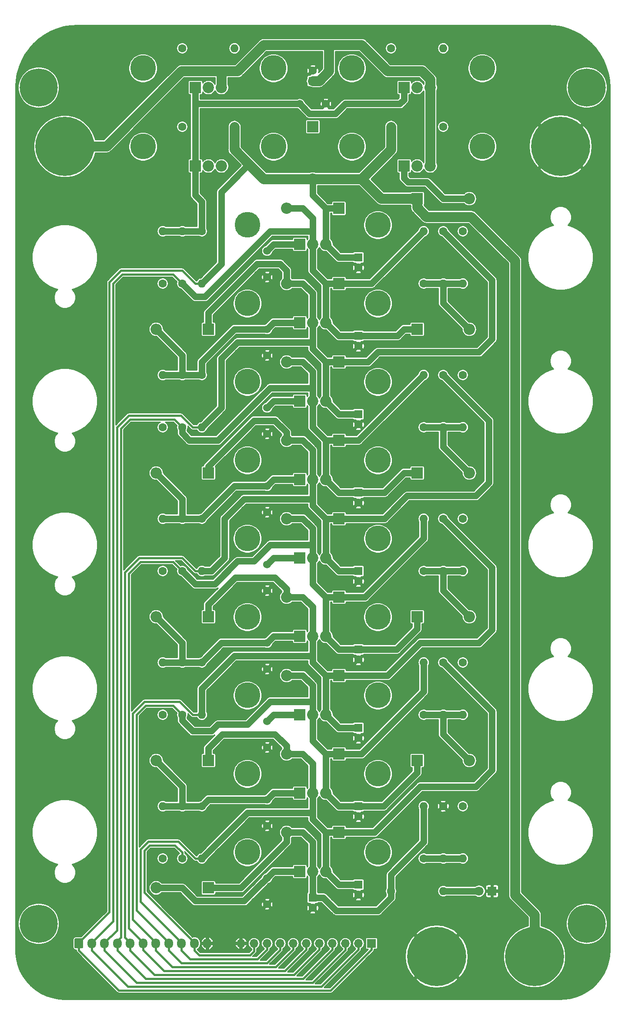
<source format=gbr>
G04 #@! TF.GenerationSoftware,KiCad,Pcbnew,(5.1.4)-1*
G04 #@! TF.CreationDate,2019-10-23T20:28:55-04:00*
G04 #@! TF.ProjectId,Fusion Cell Emulator,46757369-6f6e-4204-9365-6c6c20456d75,rev?*
G04 #@! TF.SameCoordinates,Original*
G04 #@! TF.FileFunction,Copper,L1,Top*
G04 #@! TF.FilePolarity,Positive*
%FSLAX46Y46*%
G04 Gerber Fmt 4.6, Leading zero omitted, Abs format (unit mm)*
G04 Created by KiCad (PCBNEW (5.1.4)-1) date 2019-10-23 20:28:56*
%MOMM*%
%LPD*%
G04 APERTURE LIST*
G04 #@! TA.AperFunction,ComponentPad*
%ADD10C,7.400000*%
G04 #@! TD*
G04 #@! TA.AperFunction,ComponentPad*
%ADD11C,11.500000*%
G04 #@! TD*
G04 #@! TA.AperFunction,ComponentPad*
%ADD12C,5.000000*%
G04 #@! TD*
G04 #@! TA.AperFunction,ComponentPad*
%ADD13C,2.200000*%
G04 #@! TD*
G04 #@! TA.AperFunction,ComponentPad*
%ADD14R,2.200000X2.200000*%
G04 #@! TD*
G04 #@! TA.AperFunction,ComponentPad*
%ADD15O,1.600000X1.600000*%
G04 #@! TD*
G04 #@! TA.AperFunction,ComponentPad*
%ADD16C,1.600000*%
G04 #@! TD*
G04 #@! TA.AperFunction,ComponentPad*
%ADD17O,1.700000X1.700000*%
G04 #@! TD*
G04 #@! TA.AperFunction,ComponentPad*
%ADD18R,1.700000X1.700000*%
G04 #@! TD*
G04 #@! TA.AperFunction,ComponentPad*
%ADD19O,1.700000X1.950000*%
G04 #@! TD*
G04 #@! TA.AperFunction,Conductor*
%ADD20C,0.100000*%
G04 #@! TD*
G04 #@! TA.AperFunction,ComponentPad*
%ADD21C,1.700000*%
G04 #@! TD*
G04 #@! TA.AperFunction,ComponentPad*
%ADD22O,2.200000X2.200000*%
G04 #@! TD*
G04 #@! TA.AperFunction,ComponentPad*
%ADD23C,1.800000*%
G04 #@! TD*
G04 #@! TA.AperFunction,ComponentPad*
%ADD24R,1.800000X1.800000*%
G04 #@! TD*
G04 #@! TA.AperFunction,ComponentPad*
%ADD25R,1.600000X1.600000*%
G04 #@! TD*
G04 #@! TA.AperFunction,ComponentPad*
%ADD26C,1.524000*%
G04 #@! TD*
G04 #@! TA.AperFunction,Conductor*
%ADD27C,1.905000*%
G04 #@! TD*
G04 #@! TA.AperFunction,Conductor*
%ADD28C,1.270000*%
G04 #@! TD*
G04 #@! TA.AperFunction,Conductor*
%ADD29C,0.381000*%
G04 #@! TD*
G04 #@! TA.AperFunction,Conductor*
%ADD30C,0.254000*%
G04 #@! TD*
G04 APERTURE END LIST*
D10*
G04 #@! TO.P,REF\002A\002A,1*
G04 #@! TO.N,N/C*
X99060000Y-121920000D03*
G04 #@! TD*
G04 #@! TO.P,REF\002A\002A,1*
G04 #@! TO.N,N/C*
X205740000Y-121920000D03*
G04 #@! TD*
G04 #@! TO.P,REF\002A\002A,1*
G04 #@! TO.N,N/C*
X99060000Y40640000D03*
G04 #@! TD*
G04 #@! TO.P,REF\002A\002A,1*
G04 #@! TO.N,N/C*
X205740000Y40640000D03*
G04 #@! TD*
D11*
G04 #@! TO.P,J7,1*
G04 #@! TO.N,GND*
X176530000Y-128270000D03*
G04 #@! TD*
G04 #@! TO.P,J6,1*
G04 #@! TO.N,/C10*
X195580000Y-128270000D03*
G04 #@! TD*
G04 #@! TO.P,J2,1*
G04 #@! TO.N,GND*
X200660000Y29210000D03*
G04 #@! TD*
G04 #@! TO.P,J1,1*
G04 #@! TO.N,VBUS*
X104140000Y29210000D03*
G04 #@! TD*
D12*
G04 #@! TO.P,U13,HS*
G04 #@! TO.N,N/C*
X165100000Y-108010000D03*
X139700000Y-108010000D03*
D13*
G04 #@! TO.P,U13,3*
G04 #@! TO.N,/C2*
X154940000Y-111760000D03*
G04 #@! TO.P,U13,2*
G04 #@! TO.N,/C1*
X152400000Y-111760000D03*
D14*
G04 #@! TO.P,U13,1*
G04 #@! TO.N,Net-(C16-Pad2)*
X149860000Y-111760000D03*
G04 #@! TD*
D12*
G04 #@! TO.P,U12,HS*
G04 #@! TO.N,N/C*
X165100000Y-92770000D03*
X139700000Y-92770000D03*
D13*
G04 #@! TO.P,U12,3*
G04 #@! TO.N,/C3*
X154940000Y-96520000D03*
G04 #@! TO.P,U12,2*
G04 #@! TO.N,/C2*
X152400000Y-96520000D03*
D14*
G04 #@! TO.P,U12,1*
G04 #@! TO.N,Net-(C15-Pad2)*
X149860000Y-96520000D03*
G04 #@! TD*
D12*
G04 #@! TO.P,U11,HS*
G04 #@! TO.N,N/C*
X165100000Y-77530000D03*
X139700000Y-77530000D03*
D13*
G04 #@! TO.P,U11,3*
G04 #@! TO.N,/C4*
X154940000Y-81280000D03*
G04 #@! TO.P,U11,2*
G04 #@! TO.N,/C3*
X152400000Y-81280000D03*
D14*
G04 #@! TO.P,U11,1*
G04 #@! TO.N,Net-(C14-Pad2)*
X149860000Y-81280000D03*
G04 #@! TD*
D12*
G04 #@! TO.P,U10,HS*
G04 #@! TO.N,N/C*
X165100000Y-62290000D03*
X139700000Y-62290000D03*
D13*
G04 #@! TO.P,U10,3*
G04 #@! TO.N,/C5*
X154940000Y-66040000D03*
G04 #@! TO.P,U10,2*
G04 #@! TO.N,/C4*
X152400000Y-66040000D03*
D14*
G04 #@! TO.P,U10,1*
G04 #@! TO.N,Net-(C13-Pad2)*
X149860000Y-66040000D03*
G04 #@! TD*
D12*
G04 #@! TO.P,U9,HS*
G04 #@! TO.N,N/C*
X165100000Y-47050000D03*
X139700000Y-47050000D03*
D13*
G04 #@! TO.P,U9,3*
G04 #@! TO.N,/C6*
X154940000Y-50800000D03*
G04 #@! TO.P,U9,2*
G04 #@! TO.N,/C5*
X152400000Y-50800000D03*
D14*
G04 #@! TO.P,U9,1*
G04 #@! TO.N,Net-(C12-Pad2)*
X149860000Y-50800000D03*
G04 #@! TD*
D12*
G04 #@! TO.P,U8,HS*
G04 #@! TO.N,N/C*
X165100000Y-31810000D03*
X139700000Y-31810000D03*
D13*
G04 #@! TO.P,U8,3*
G04 #@! TO.N,/C7*
X154940000Y-35560000D03*
G04 #@! TO.P,U8,2*
G04 #@! TO.N,/C6*
X152400000Y-35560000D03*
D14*
G04 #@! TO.P,U8,1*
G04 #@! TO.N,Net-(C11-Pad2)*
X149860000Y-35560000D03*
G04 #@! TD*
D12*
G04 #@! TO.P,U7,HS*
G04 #@! TO.N,N/C*
X165100000Y-16570000D03*
X139700000Y-16570000D03*
D13*
G04 #@! TO.P,U7,3*
G04 #@! TO.N,/C8*
X154940000Y-20320000D03*
G04 #@! TO.P,U7,2*
G04 #@! TO.N,/C7*
X152400000Y-20320000D03*
D14*
G04 #@! TO.P,U7,1*
G04 #@! TO.N,Net-(C10-Pad2)*
X149860000Y-20320000D03*
G04 #@! TD*
D12*
G04 #@! TO.P,U6,HS*
G04 #@! TO.N,N/C*
X165100000Y-1330000D03*
X139700000Y-1330000D03*
D13*
G04 #@! TO.P,U6,3*
G04 #@! TO.N,/C9*
X154940000Y-5080000D03*
G04 #@! TO.P,U6,2*
G04 #@! TO.N,/C8*
X152400000Y-5080000D03*
D14*
G04 #@! TO.P,U6,1*
G04 #@! TO.N,Net-(C9-Pad2)*
X149860000Y-5080000D03*
G04 #@! TD*
D12*
G04 #@! TO.P,U5,HS*
G04 #@! TO.N,N/C*
X165100000Y13910000D03*
X139700000Y13910000D03*
D13*
G04 #@! TO.P,U5,3*
G04 #@! TO.N,/C10*
X154940000Y10160000D03*
G04 #@! TO.P,U5,2*
G04 #@! TO.N,/C9*
X152400000Y10160000D03*
D14*
G04 #@! TO.P,U5,1*
G04 #@! TO.N,Net-(C8-Pad2)*
X149860000Y10160000D03*
G04 #@! TD*
D12*
G04 #@! TO.P,U4,HS*
G04 #@! TO.N,N/C*
X144780000Y44390000D03*
X119380000Y44390000D03*
D13*
G04 #@! TO.P,U4,3*
G04 #@! TO.N,VBUS*
X134620000Y40640000D03*
G04 #@! TO.P,U4,2*
G04 #@! TO.N,Net-(R4-Pad1)*
X132080000Y40640000D03*
D14*
G04 #@! TO.P,U4,1*
G04 #@! TO.N,Net-(C7-Pad2)*
X129540000Y40640000D03*
G04 #@! TD*
D12*
G04 #@! TO.P,U3,HS*
G04 #@! TO.N,N/C*
X144780000Y29150000D03*
X119380000Y29150000D03*
D13*
G04 #@! TO.P,U3,3*
G04 #@! TO.N,VBUS*
X134620000Y25400000D03*
G04 #@! TO.P,U3,2*
G04 #@! TO.N,Net-(R3-Pad1)*
X132080000Y25400000D03*
D14*
G04 #@! TO.P,U3,1*
G04 #@! TO.N,Net-(C7-Pad2)*
X129540000Y25400000D03*
G04 #@! TD*
D12*
G04 #@! TO.P,U2,HS*
G04 #@! TO.N,N/C*
X185420000Y44390000D03*
X160020000Y44390000D03*
D13*
G04 #@! TO.P,U2,3*
G04 #@! TO.N,VBUS*
X175260000Y40640000D03*
G04 #@! TO.P,U2,2*
G04 #@! TO.N,Net-(R2-Pad2)*
X172720000Y40640000D03*
D14*
G04 #@! TO.P,U2,1*
G04 #@! TO.N,Net-(C7-Pad2)*
X170180000Y40640000D03*
G04 #@! TD*
D12*
G04 #@! TO.P,U1,HS*
G04 #@! TO.N,N/C*
X185420000Y29150000D03*
X160020000Y29150000D03*
D13*
G04 #@! TO.P,U1,3*
G04 #@! TO.N,VBUS*
X175260000Y25400000D03*
G04 #@! TO.P,U1,2*
G04 #@! TO.N,Net-(R1-Pad1)*
X172720000Y25400000D03*
D14*
G04 #@! TO.P,U1,1*
G04 #@! TO.N,Net-(C7-Pad2)*
X170180000Y25400000D03*
G04 #@! TD*
D15*
G04 #@! TO.P,R35,2*
G04 #@! TO.N,/C1*
X173990000Y-99060000D03*
D16*
G04 #@! TO.P,R35,1*
G04 #@! TO.N,Net-(C16-Pad2)*
X173990000Y-109220000D03*
G04 #@! TD*
D15*
G04 #@! TO.P,R34,2*
G04 #@! TO.N,/C2*
X130810000Y-109220000D03*
D16*
G04 #@! TO.P,R34,1*
G04 #@! TO.N,Net-(C15-Pad2)*
X130810000Y-99060000D03*
G04 #@! TD*
D15*
G04 #@! TO.P,R33,2*
G04 #@! TO.N,/C3*
X173990000Y-71120000D03*
D16*
G04 #@! TO.P,R33,1*
G04 #@! TO.N,Net-(C14-Pad2)*
X173990000Y-81280000D03*
G04 #@! TD*
D15*
G04 #@! TO.P,R32,2*
G04 #@! TO.N,/C4*
X130810000Y-81280000D03*
D16*
G04 #@! TO.P,R32,1*
G04 #@! TO.N,Net-(C13-Pad2)*
X130810000Y-71120000D03*
G04 #@! TD*
D15*
G04 #@! TO.P,R31,2*
G04 #@! TO.N,/C5*
X173990000Y-43180000D03*
D16*
G04 #@! TO.P,R31,1*
G04 #@! TO.N,Net-(C12-Pad2)*
X173990000Y-53340000D03*
G04 #@! TD*
D15*
G04 #@! TO.P,R30,2*
G04 #@! TO.N,Net-(C16-Pad2)*
X181610000Y-109220000D03*
D16*
G04 #@! TO.P,R30,1*
G04 #@! TO.N,Net-(R30-Pad1)*
X181610000Y-99060000D03*
G04 #@! TD*
D15*
G04 #@! TO.P,R29,2*
G04 #@! TO.N,Net-(C15-Pad2)*
X123190000Y-99060000D03*
D16*
G04 #@! TO.P,R29,1*
G04 #@! TO.N,Net-(R29-Pad1)*
X123190000Y-109220000D03*
G04 #@! TD*
D15*
G04 #@! TO.P,R28,2*
G04 #@! TO.N,Net-(C14-Pad2)*
X181610000Y-81280000D03*
D16*
G04 #@! TO.P,R28,1*
G04 #@! TO.N,Net-(R28-Pad1)*
X181610000Y-71120000D03*
G04 #@! TD*
D15*
G04 #@! TO.P,R27,2*
G04 #@! TO.N,Net-(C13-Pad2)*
X123190000Y-71120000D03*
D16*
G04 #@! TO.P,R27,1*
G04 #@! TO.N,Net-(R27-Pad1)*
X123190000Y-81280000D03*
G04 #@! TD*
D15*
G04 #@! TO.P,R26,2*
G04 #@! TO.N,Net-(C12-Pad2)*
X181610000Y-53340000D03*
D16*
G04 #@! TO.P,R26,1*
G04 #@! TO.N,Net-(R26-Pad1)*
X181610000Y-43180000D03*
G04 #@! TD*
D15*
G04 #@! TO.P,R25,2*
G04 #@! TO.N,Net-(C16-Pad2)*
X177800000Y-109220000D03*
D16*
G04 #@! TO.P,R25,1*
G04 #@! TO.N,GND*
X177800000Y-99060000D03*
G04 #@! TD*
D15*
G04 #@! TO.P,R24,2*
G04 #@! TO.N,Net-(C15-Pad2)*
X127000000Y-99060000D03*
D16*
G04 #@! TO.P,R24,1*
G04 #@! TO.N,/C1*
X127000000Y-109220000D03*
G04 #@! TD*
D15*
G04 #@! TO.P,R23,2*
G04 #@! TO.N,Net-(C14-Pad2)*
X177800000Y-81280000D03*
D16*
G04 #@! TO.P,R23,1*
G04 #@! TO.N,/C2*
X177800000Y-71120000D03*
G04 #@! TD*
D15*
G04 #@! TO.P,R22,2*
G04 #@! TO.N,Net-(C13-Pad2)*
X127000000Y-71120000D03*
D16*
G04 #@! TO.P,R22,1*
G04 #@! TO.N,/C3*
X127000000Y-81280000D03*
G04 #@! TD*
D15*
G04 #@! TO.P,R21,2*
G04 #@! TO.N,Net-(C12-Pad2)*
X177800000Y-53340000D03*
D16*
G04 #@! TO.P,R21,1*
G04 #@! TO.N,/C4*
X177800000Y-43180000D03*
G04 #@! TD*
D15*
G04 #@! TO.P,R20,2*
G04 #@! TO.N,Net-(D11-Pad2)*
X177800000Y-115570000D03*
D16*
G04 #@! TO.P,R20,1*
G04 #@! TO.N,/C1*
X167640000Y-115570000D03*
G04 #@! TD*
D15*
G04 #@! TO.P,R19,2*
G04 #@! TO.N,Net-(C11-Pad2)*
X127000000Y-43180000D03*
D16*
G04 #@! TO.P,R19,1*
G04 #@! TO.N,/C5*
X127000000Y-53340000D03*
G04 #@! TD*
D15*
G04 #@! TO.P,R18,2*
G04 #@! TO.N,Net-(C10-Pad2)*
X177800000Y-25400000D03*
D16*
G04 #@! TO.P,R18,1*
G04 #@! TO.N,/C6*
X177800000Y-15240000D03*
G04 #@! TD*
D15*
G04 #@! TO.P,R17,2*
G04 #@! TO.N,Net-(C9-Pad2)*
X127000000Y-15240000D03*
D16*
G04 #@! TO.P,R17,1*
G04 #@! TO.N,/C7*
X127000000Y-25400000D03*
G04 #@! TD*
D15*
G04 #@! TO.P,R16,2*
G04 #@! TO.N,Net-(C8-Pad2)*
X177800000Y2540000D03*
D16*
G04 #@! TO.P,R16,1*
G04 #@! TO.N,/C8*
X177800000Y12700000D03*
G04 #@! TD*
D15*
G04 #@! TO.P,R15,2*
G04 #@! TO.N,Net-(C7-Pad2)*
X127000000Y12700000D03*
D16*
G04 #@! TO.P,R15,1*
G04 #@! TO.N,/C9*
X127000000Y2540000D03*
G04 #@! TD*
D15*
G04 #@! TO.P,R14,2*
G04 #@! TO.N,Net-(C11-Pad2)*
X123190000Y-43180000D03*
D16*
G04 #@! TO.P,R14,1*
G04 #@! TO.N,Net-(R14-Pad1)*
X123190000Y-53340000D03*
G04 #@! TD*
D15*
G04 #@! TO.P,R13,2*
G04 #@! TO.N,Net-(C10-Pad2)*
X181610000Y-25400000D03*
D16*
G04 #@! TO.P,R13,1*
G04 #@! TO.N,Net-(R13-Pad1)*
X181610000Y-15240000D03*
G04 #@! TD*
D15*
G04 #@! TO.P,R12,2*
G04 #@! TO.N,Net-(C9-Pad2)*
X123190000Y-15240000D03*
D16*
G04 #@! TO.P,R12,1*
G04 #@! TO.N,Net-(R12-Pad1)*
X123190000Y-25400000D03*
G04 #@! TD*
D15*
G04 #@! TO.P,R11,2*
G04 #@! TO.N,Net-(C8-Pad2)*
X181610000Y2540000D03*
D16*
G04 #@! TO.P,R11,1*
G04 #@! TO.N,Net-(R11-Pad1)*
X181610000Y12700000D03*
G04 #@! TD*
D15*
G04 #@! TO.P,R10,2*
G04 #@! TO.N,Net-(C7-Pad2)*
X123190000Y12700000D03*
D16*
G04 #@! TO.P,R10,1*
G04 #@! TO.N,Net-(R10-Pad1)*
X123190000Y2540000D03*
G04 #@! TD*
D15*
G04 #@! TO.P,R9,2*
G04 #@! TO.N,/C6*
X130810000Y-53340000D03*
D16*
G04 #@! TO.P,R9,1*
G04 #@! TO.N,Net-(C11-Pad2)*
X130810000Y-43180000D03*
G04 #@! TD*
D15*
G04 #@! TO.P,R8,2*
G04 #@! TO.N,/C7*
X173990000Y-15240000D03*
D16*
G04 #@! TO.P,R8,1*
G04 #@! TO.N,Net-(C10-Pad2)*
X173990000Y-25400000D03*
G04 #@! TD*
D15*
G04 #@! TO.P,R7,2*
G04 #@! TO.N,/C8*
X130810000Y-25400000D03*
D16*
G04 #@! TO.P,R7,1*
G04 #@! TO.N,Net-(C9-Pad2)*
X130810000Y-15240000D03*
G04 #@! TD*
D15*
G04 #@! TO.P,R6,2*
G04 #@! TO.N,/C9*
X173990000Y12700000D03*
D16*
G04 #@! TO.P,R6,1*
G04 #@! TO.N,Net-(C8-Pad2)*
X173990000Y2540000D03*
G04 #@! TD*
D15*
G04 #@! TO.P,R5,2*
G04 #@! TO.N,/C10*
X130810000Y2540000D03*
D16*
G04 #@! TO.P,R5,1*
G04 #@! TO.N,Net-(C7-Pad2)*
X130810000Y12700000D03*
G04 #@! TD*
D15*
G04 #@! TO.P,R4,2*
G04 #@! TO.N,/C10*
X137160000Y48260000D03*
D16*
G04 #@! TO.P,R4,1*
G04 #@! TO.N,Net-(R4-Pad1)*
X127000000Y48260000D03*
G04 #@! TD*
D15*
G04 #@! TO.P,R3,2*
G04 #@! TO.N,/C10*
X137160000Y33020000D03*
D16*
G04 #@! TO.P,R3,1*
G04 #@! TO.N,Net-(R3-Pad1)*
X127000000Y33020000D03*
G04 #@! TD*
D15*
G04 #@! TO.P,R2,2*
G04 #@! TO.N,Net-(R2-Pad2)*
X177800000Y48260000D03*
D16*
G04 #@! TO.P,R2,1*
G04 #@! TO.N,/C10*
X167640000Y48260000D03*
G04 #@! TD*
D15*
G04 #@! TO.P,R1,2*
G04 #@! TO.N,/C10*
X167640000Y33020000D03*
D16*
G04 #@! TO.P,R1,1*
G04 #@! TO.N,Net-(R1-Pad1)*
X177800000Y33020000D03*
G04 #@! TD*
D17*
G04 #@! TO.P,J4,11*
G04 #@! TO.N,GND*
X138430000Y-125730000D03*
G04 #@! TO.P,J4,10*
G04 #@! TO.N,/C1*
X140970000Y-125730000D03*
G04 #@! TO.P,J4,9*
G04 #@! TO.N,/C2*
X143510000Y-125730000D03*
G04 #@! TO.P,J4,8*
G04 #@! TO.N,/C3*
X146050000Y-125730000D03*
G04 #@! TO.P,J4,7*
G04 #@! TO.N,/C4*
X148590000Y-125730000D03*
G04 #@! TO.P,J4,6*
G04 #@! TO.N,/C5*
X151130000Y-125730000D03*
G04 #@! TO.P,J4,5*
G04 #@! TO.N,/C6*
X153670000Y-125730000D03*
G04 #@! TO.P,J4,4*
G04 #@! TO.N,/C7*
X156210000Y-125730000D03*
G04 #@! TO.P,J4,3*
G04 #@! TO.N,/C8*
X158750000Y-125730000D03*
G04 #@! TO.P,J4,2*
G04 #@! TO.N,/C9*
X161290000Y-125730000D03*
D18*
G04 #@! TO.P,J4,1*
G04 #@! TO.N,/C10*
X163830000Y-125730000D03*
G04 #@! TD*
D19*
G04 #@! TO.P,J3,11*
G04 #@! TO.N,GND*
X131880000Y-125730000D03*
G04 #@! TO.P,J3,10*
G04 #@! TO.N,/C1*
X129380000Y-125730000D03*
G04 #@! TO.P,J3,9*
G04 #@! TO.N,/C2*
X126880000Y-125730000D03*
G04 #@! TO.P,J3,8*
G04 #@! TO.N,/C3*
X124380000Y-125730000D03*
G04 #@! TO.P,J3,7*
G04 #@! TO.N,/C4*
X121880000Y-125730000D03*
G04 #@! TO.P,J3,6*
G04 #@! TO.N,/C5*
X119380000Y-125730000D03*
G04 #@! TO.P,J3,5*
G04 #@! TO.N,/C6*
X116880000Y-125730000D03*
G04 #@! TO.P,J3,4*
G04 #@! TO.N,/C7*
X114380000Y-125730000D03*
G04 #@! TO.P,J3,3*
G04 #@! TO.N,/C8*
X111880000Y-125730000D03*
G04 #@! TO.P,J3,2*
G04 #@! TO.N,/C9*
X109380000Y-125730000D03*
D20*
G04 #@! TD*
G04 #@! TO.N,/C10*
G04 #@! TO.C,J3*
G36*
X107504504Y-124756204D02*
G01*
X107528773Y-124759804D01*
X107552571Y-124765765D01*
X107575671Y-124774030D01*
X107597849Y-124784520D01*
X107618893Y-124797133D01*
X107638598Y-124811747D01*
X107656777Y-124828223D01*
X107673253Y-124846402D01*
X107687867Y-124866107D01*
X107700480Y-124887151D01*
X107710970Y-124909329D01*
X107719235Y-124932429D01*
X107725196Y-124956227D01*
X107728796Y-124980496D01*
X107730000Y-125005000D01*
X107730000Y-126455000D01*
X107728796Y-126479504D01*
X107725196Y-126503773D01*
X107719235Y-126527571D01*
X107710970Y-126550671D01*
X107700480Y-126572849D01*
X107687867Y-126593893D01*
X107673253Y-126613598D01*
X107656777Y-126631777D01*
X107638598Y-126648253D01*
X107618893Y-126662867D01*
X107597849Y-126675480D01*
X107575671Y-126685970D01*
X107552571Y-126694235D01*
X107528773Y-126700196D01*
X107504504Y-126703796D01*
X107480000Y-126705000D01*
X106280000Y-126705000D01*
X106255496Y-126703796D01*
X106231227Y-126700196D01*
X106207429Y-126694235D01*
X106184329Y-126685970D01*
X106162151Y-126675480D01*
X106141107Y-126662867D01*
X106121402Y-126648253D01*
X106103223Y-126631777D01*
X106086747Y-126613598D01*
X106072133Y-126593893D01*
X106059520Y-126572849D01*
X106049030Y-126550671D01*
X106040765Y-126527571D01*
X106034804Y-126503773D01*
X106031204Y-126479504D01*
X106030000Y-126455000D01*
X106030000Y-125005000D01*
X106031204Y-124980496D01*
X106034804Y-124956227D01*
X106040765Y-124932429D01*
X106049030Y-124909329D01*
X106059520Y-124887151D01*
X106072133Y-124866107D01*
X106086747Y-124846402D01*
X106103223Y-124828223D01*
X106121402Y-124811747D01*
X106141107Y-124797133D01*
X106162151Y-124784520D01*
X106184329Y-124774030D01*
X106207429Y-124765765D01*
X106231227Y-124759804D01*
X106255496Y-124756204D01*
X106280000Y-124755000D01*
X107480000Y-124755000D01*
X107504504Y-124756204D01*
X107504504Y-124756204D01*
G37*
D21*
G04 #@! TO.P,J3,1*
G04 #@! TO.N,/C10*
X106880000Y-125730000D03*
G04 #@! TD*
D22*
G04 #@! TO.P,D21,2*
G04 #@! TO.N,Net-(C16-Pad2)*
X121920000Y-114935000D03*
D14*
G04 #@! TO.P,D21,1*
G04 #@! TO.N,/C1*
X132080000Y-114935000D03*
G04 #@! TD*
D22*
G04 #@! TO.P,D20,2*
G04 #@! TO.N,Net-(C15-Pad2)*
X121920000Y-90170000D03*
D14*
G04 #@! TO.P,D20,1*
G04 #@! TO.N,/C2*
X132080000Y-90170000D03*
G04 #@! TD*
D22*
G04 #@! TO.P,D19,2*
G04 #@! TO.N,Net-(C14-Pad2)*
X182880000Y-90170000D03*
D14*
G04 #@! TO.P,D19,1*
G04 #@! TO.N,/C3*
X172720000Y-90170000D03*
G04 #@! TD*
D22*
G04 #@! TO.P,D18,2*
G04 #@! TO.N,Net-(C13-Pad2)*
X121920000Y-62230000D03*
D14*
G04 #@! TO.P,D18,1*
G04 #@! TO.N,/C4*
X132080000Y-62230000D03*
G04 #@! TD*
D22*
G04 #@! TO.P,D17,2*
G04 #@! TO.N,Net-(C12-Pad2)*
X182880000Y-62230000D03*
D14*
G04 #@! TO.P,D17,1*
G04 #@! TO.N,/C5*
X172720000Y-62230000D03*
G04 #@! TD*
D22*
G04 #@! TO.P,D16,2*
G04 #@! TO.N,/C1*
X147320000Y-104140000D03*
D14*
G04 #@! TO.P,D16,1*
G04 #@! TO.N,/C2*
X157480000Y-104140000D03*
G04 #@! TD*
D22*
G04 #@! TO.P,D15,2*
G04 #@! TO.N,/C2*
X147320000Y-88900000D03*
D14*
G04 #@! TO.P,D15,1*
G04 #@! TO.N,/C3*
X157480000Y-88900000D03*
G04 #@! TD*
D22*
G04 #@! TO.P,D14,2*
G04 #@! TO.N,/C3*
X147320000Y-73660000D03*
D14*
G04 #@! TO.P,D14,1*
G04 #@! TO.N,/C4*
X157480000Y-73660000D03*
G04 #@! TD*
D22*
G04 #@! TO.P,D13,2*
G04 #@! TO.N,/C4*
X147320000Y-58420000D03*
D14*
G04 #@! TO.P,D13,1*
G04 #@! TO.N,/C5*
X157480000Y-58420000D03*
G04 #@! TD*
D22*
G04 #@! TO.P,D12,2*
G04 #@! TO.N,/C5*
X147320000Y-43180000D03*
D14*
G04 #@! TO.P,D12,1*
G04 #@! TO.N,/C6*
X157480000Y-43180000D03*
G04 #@! TD*
D23*
G04 #@! TO.P,D11,2*
G04 #@! TO.N,Net-(D11-Pad2)*
X184785000Y-115570000D03*
D24*
G04 #@! TO.P,D11,1*
G04 #@! TO.N,GND*
X187325000Y-115570000D03*
G04 #@! TD*
D22*
G04 #@! TO.P,D10,2*
G04 #@! TO.N,/C6*
X147320000Y-27940000D03*
D14*
G04 #@! TO.P,D10,1*
G04 #@! TO.N,/C7*
X157480000Y-27940000D03*
G04 #@! TD*
D22*
G04 #@! TO.P,D9,2*
G04 #@! TO.N,/C7*
X147320000Y-12700000D03*
D14*
G04 #@! TO.P,D9,1*
G04 #@! TO.N,/C8*
X157480000Y-12700000D03*
G04 #@! TD*
D22*
G04 #@! TO.P,D8,2*
G04 #@! TO.N,/C8*
X147320000Y2540000D03*
D14*
G04 #@! TO.P,D8,1*
G04 #@! TO.N,/C9*
X157480000Y2540000D03*
G04 #@! TD*
D22*
G04 #@! TO.P,D7,2*
G04 #@! TO.N,/C9*
X147320000Y17145000D03*
D14*
G04 #@! TO.P,D7,1*
G04 #@! TO.N,/C10*
X157480000Y17145000D03*
G04 #@! TD*
D22*
G04 #@! TO.P,D6,2*
G04 #@! TO.N,Net-(C11-Pad2)*
X121920000Y-34290000D03*
D14*
G04 #@! TO.P,D6,1*
G04 #@! TO.N,/C6*
X132080000Y-34290000D03*
G04 #@! TD*
D22*
G04 #@! TO.P,D5,2*
G04 #@! TO.N,Net-(C10-Pad2)*
X182880000Y-34290000D03*
D14*
G04 #@! TO.P,D5,1*
G04 #@! TO.N,/C7*
X172720000Y-34290000D03*
G04 #@! TD*
D22*
G04 #@! TO.P,D4,2*
G04 #@! TO.N,Net-(C9-Pad2)*
X121920000Y-6350000D03*
D14*
G04 #@! TO.P,D4,1*
G04 #@! TO.N,/C8*
X132080000Y-6350000D03*
G04 #@! TD*
D22*
G04 #@! TO.P,D3,2*
G04 #@! TO.N,Net-(C8-Pad2)*
X182880000Y-6350000D03*
D14*
G04 #@! TO.P,D3,1*
G04 #@! TO.N,/C9*
X172720000Y-6350000D03*
G04 #@! TD*
D22*
G04 #@! TO.P,D2,2*
G04 #@! TO.N,Net-(C7-Pad2)*
X182880000Y19050000D03*
D14*
G04 #@! TO.P,D2,1*
G04 #@! TO.N,/C10*
X172720000Y19050000D03*
G04 #@! TD*
D22*
G04 #@! TO.P,D1,2*
G04 #@! TO.N,/C10*
X152400000Y22860000D03*
D14*
G04 #@! TO.P,D1,1*
G04 #@! TO.N,VBUS*
X152400000Y33020000D03*
G04 #@! TD*
D16*
G04 #@! TO.P,C21,2*
G04 #@! TO.N,GND*
X152400000Y-118840000D03*
D25*
G04 #@! TO.P,C21,1*
G04 #@! TO.N,/C1*
X152400000Y-116840000D03*
G04 #@! TD*
D16*
G04 #@! TO.P,C20,2*
G04 #@! TO.N,GND*
X161290000Y-116300000D03*
D25*
G04 #@! TO.P,C20,1*
G04 #@! TO.N,/C2*
X161290000Y-114300000D03*
G04 #@! TD*
D16*
G04 #@! TO.P,C19,2*
G04 #@! TO.N,GND*
X161290000Y-101060000D03*
D25*
G04 #@! TO.P,C19,1*
G04 #@! TO.N,/C3*
X161290000Y-99060000D03*
G04 #@! TD*
D16*
G04 #@! TO.P,C18,2*
G04 #@! TO.N,GND*
X161290000Y-85820000D03*
D25*
G04 #@! TO.P,C18,1*
G04 #@! TO.N,/C4*
X161290000Y-83820000D03*
G04 #@! TD*
D16*
G04 #@! TO.P,C17,2*
G04 #@! TO.N,GND*
X161290000Y-70580000D03*
D25*
G04 #@! TO.P,C17,1*
G04 #@! TO.N,/C5*
X161290000Y-68580000D03*
G04 #@! TD*
D26*
G04 #@! TO.P,C16,2*
G04 #@! TO.N,Net-(C16-Pad2)*
X143510000Y-113030000D03*
G04 #@! TO.P,C16,1*
G04 #@! TO.N,GND*
X143510000Y-118110000D03*
G04 #@! TD*
G04 #@! TO.P,C15,2*
G04 #@! TO.N,Net-(C15-Pad2)*
X143510000Y-97790000D03*
G04 #@! TO.P,C15,1*
G04 #@! TO.N,GND*
X143510000Y-102870000D03*
G04 #@! TD*
G04 #@! TO.P,C14,2*
G04 #@! TO.N,Net-(C14-Pad2)*
X143510000Y-82550000D03*
G04 #@! TO.P,C14,1*
G04 #@! TO.N,GND*
X143510000Y-87630000D03*
G04 #@! TD*
G04 #@! TO.P,C13,2*
G04 #@! TO.N,Net-(C13-Pad2)*
X143510000Y-67310000D03*
G04 #@! TO.P,C13,1*
G04 #@! TO.N,GND*
X143510000Y-72390000D03*
G04 #@! TD*
G04 #@! TO.P,C12,2*
G04 #@! TO.N,Net-(C12-Pad2)*
X143510000Y-52070000D03*
G04 #@! TO.P,C12,1*
G04 #@! TO.N,GND*
X143510000Y-57150000D03*
G04 #@! TD*
G04 #@! TO.P,C11,2*
G04 #@! TO.N,Net-(C11-Pad2)*
X143510000Y-36830000D03*
G04 #@! TO.P,C11,1*
G04 #@! TO.N,GND*
X143510000Y-41910000D03*
G04 #@! TD*
G04 #@! TO.P,C10,2*
G04 #@! TO.N,Net-(C10-Pad2)*
X143510000Y-21590000D03*
G04 #@! TO.P,C10,1*
G04 #@! TO.N,GND*
X143510000Y-26670000D03*
G04 #@! TD*
G04 #@! TO.P,C9,2*
G04 #@! TO.N,Net-(C9-Pad2)*
X143510000Y-6350000D03*
G04 #@! TO.P,C9,1*
G04 #@! TO.N,GND*
X143510000Y-11430000D03*
G04 #@! TD*
G04 #@! TO.P,C8,2*
G04 #@! TO.N,Net-(C8-Pad2)*
X143510000Y8890000D03*
G04 #@! TO.P,C8,1*
G04 #@! TO.N,GND*
X143510000Y3810000D03*
G04 #@! TD*
G04 #@! TO.P,C7,2*
G04 #@! TO.N,Net-(C7-Pad2)*
X149860000Y37465000D03*
G04 #@! TO.P,C7,1*
G04 #@! TO.N,GND*
X154940000Y37465000D03*
G04 #@! TD*
D16*
G04 #@! TO.P,C6,2*
G04 #@! TO.N,GND*
X161290000Y-55340000D03*
D25*
G04 #@! TO.P,C6,1*
G04 #@! TO.N,/C6*
X161290000Y-53340000D03*
G04 #@! TD*
D16*
G04 #@! TO.P,C5,2*
G04 #@! TO.N,GND*
X161290000Y-40100000D03*
D25*
G04 #@! TO.P,C5,1*
G04 #@! TO.N,/C7*
X161290000Y-38100000D03*
G04 #@! TD*
D16*
G04 #@! TO.P,C4,2*
G04 #@! TO.N,GND*
X161290000Y-24860000D03*
D25*
G04 #@! TO.P,C4,1*
G04 #@! TO.N,/C8*
X161290000Y-22860000D03*
G04 #@! TD*
D16*
G04 #@! TO.P,C3,2*
G04 #@! TO.N,GND*
X161290000Y-9620000D03*
D25*
G04 #@! TO.P,C3,1*
G04 #@! TO.N,/C9*
X161290000Y-7620000D03*
G04 #@! TD*
D16*
G04 #@! TO.P,C2,2*
G04 #@! TO.N,GND*
X161290000Y5620000D03*
D25*
G04 #@! TO.P,C2,1*
G04 #@! TO.N,/C10*
X161290000Y7620000D03*
G04 #@! TD*
D16*
G04 #@! TO.P,C1,2*
G04 #@! TO.N,GND*
X152400000Y43910000D03*
D25*
G04 #@! TO.P,C1,1*
G04 #@! TO.N,VBUS*
X152400000Y41910000D03*
G04 #@! TD*
D27*
G04 #@! TO.N,VBUS*
X175260000Y42195634D02*
X175260000Y40640000D01*
X173640634Y43815000D02*
X175260000Y42195634D01*
X167005000Y43815000D02*
X173640634Y43815000D01*
X104140000Y29210000D02*
X112271727Y29210000D01*
X112271727Y29210000D02*
X126876727Y43815000D01*
X137795000Y43815000D02*
X142875000Y48895000D01*
X161925000Y48895000D02*
X167005000Y43815000D01*
X134620000Y40640000D02*
X134620000Y43815000D01*
X126876727Y43815000D02*
X134620000Y43815000D01*
X134620000Y43815000D02*
X137795000Y43815000D01*
X152400000Y41910000D02*
X153670000Y41910000D01*
X155575000Y43815000D02*
X155575000Y48895000D01*
X153670000Y41910000D02*
X155575000Y43815000D01*
X155575000Y48895000D02*
X161925000Y48895000D01*
X142875000Y48895000D02*
X155575000Y48895000D01*
X175260000Y40640000D02*
X175260000Y25400000D01*
D28*
G04 #@! TO.N,/C10*
X154940000Y10160000D02*
X157480000Y7620000D01*
X157480000Y7620000D02*
X161290000Y7620000D01*
X154940000Y17145000D02*
X154940000Y10160000D01*
X152400000Y22860000D02*
X152400000Y19685000D01*
X152400000Y19685000D02*
X154940000Y17145000D01*
X157480000Y17145000D02*
X154940000Y17145000D01*
D29*
X163830000Y-126961000D02*
X163830000Y-125730000D01*
X155917000Y-134874000D02*
X163830000Y-126961000D01*
X114668000Y-134874000D02*
X155917000Y-134874000D01*
X106880000Y-125730000D02*
X106880000Y-127086000D01*
X106880000Y-127086000D02*
X114668000Y-134874000D01*
D27*
X137160000Y33020000D02*
X137160000Y28575000D01*
X142875000Y22860000D02*
X152400000Y22860000D01*
X167640000Y33020000D02*
X167640000Y28575000D01*
X161925000Y22860000D02*
X152400000Y22860000D01*
X167640000Y28575000D02*
X161925000Y22860000D01*
X165735000Y19050000D02*
X161925000Y22860000D01*
X172720000Y19050000D02*
X165735000Y19050000D01*
D28*
X130810000Y2540000D02*
X134620000Y6350000D01*
X134620000Y20320000D02*
X140017500Y25717500D01*
X134620000Y6350000D02*
X134620000Y20320000D01*
D27*
X137160000Y28575000D02*
X140017500Y25717500D01*
X140017500Y25717500D02*
X142875000Y22860000D01*
X172720000Y17315000D02*
X172720000Y19050000D01*
X195580000Y-120138273D02*
X191770000Y-116328273D01*
X195580000Y-128270000D02*
X195580000Y-120138273D01*
X191770000Y6985000D02*
X183261000Y15494000D01*
X191770000Y-116328273D02*
X191770000Y6985000D01*
X183261000Y15494000D02*
X174541000Y15494000D01*
X174541000Y15494000D02*
X172720000Y17315000D01*
D29*
X129540000Y2540000D02*
X130810000Y2540000D01*
X106880000Y-125730000D02*
X106880000Y-125605000D01*
X106880000Y-125605000D02*
X112776000Y-119709000D01*
X112776000Y-119709000D02*
X112776000Y2794000D01*
X112776000Y2794000D02*
X115062000Y5080000D01*
X115062000Y5080000D02*
X127000000Y5080000D01*
X127000000Y5080000D02*
X129540000Y2540000D01*
D28*
G04 #@! TO.N,/C9*
X152400000Y10160000D02*
X152400000Y5080000D01*
X154940000Y2540000D02*
X154940000Y-5080000D01*
X152400000Y5080000D02*
X154940000Y2540000D01*
X157480000Y2540000D02*
X154940000Y2540000D01*
X154940000Y-5080000D02*
X157480000Y-7620000D01*
X157480000Y-7620000D02*
X161290000Y-7620000D01*
X163830000Y2540000D02*
X173990000Y12700000D01*
X157480000Y2540000D02*
X163830000Y2540000D01*
X150495000Y17145000D02*
X147320000Y17145000D01*
X152400000Y15240000D02*
X150495000Y17145000D01*
X161290000Y-7620000D02*
X168910000Y-7620000D01*
X170180000Y-6350000D02*
X172720000Y-6350000D01*
X168910000Y-7620000D02*
X170180000Y-6350000D01*
X127000000Y2540000D02*
X129540000Y0D01*
X129540000Y0D02*
X131445000Y0D01*
X144145000Y12700000D02*
X152400000Y12700000D01*
X131445000Y0D02*
X144145000Y12700000D01*
X152400000Y10160000D02*
X152400000Y12700000D01*
X152400000Y12700000D02*
X152400000Y15240000D01*
D29*
X109380000Y-127086000D02*
X109380000Y-125730000D01*
X116406000Y-134112000D02*
X109380000Y-127086000D01*
X154110081Y-134112000D02*
X116406000Y-134112000D01*
X161290000Y-126932081D02*
X154110081Y-134112000D01*
X161290000Y-125730000D02*
X161290000Y-126932081D01*
X109380000Y-125605000D02*
X113538000Y-121447000D01*
X109380000Y-125730000D02*
X109380000Y-125605000D01*
X113538000Y-121447000D02*
X113538000Y2540000D01*
X113538000Y2540000D02*
X115316000Y4318000D01*
X115316000Y4318000D02*
X125222000Y4318000D01*
X125222000Y4318000D02*
X127000000Y2540000D01*
D28*
G04 #@! TO.N,/C8*
X154940000Y-12700000D02*
X154940000Y-20320000D01*
X152400000Y-10160000D02*
X154940000Y-12700000D01*
X157480000Y-12700000D02*
X154940000Y-12700000D01*
X154940000Y-20320000D02*
X157480000Y-22860000D01*
X157480000Y-22860000D02*
X161290000Y-22860000D01*
X147320000Y2540000D02*
X150495000Y2540000D01*
X152400000Y635000D02*
X152400000Y-5080000D01*
X150495000Y2540000D02*
X152400000Y635000D01*
X130810000Y-25400000D02*
X134620000Y-21590000D01*
X134620000Y-21590000D02*
X134620000Y-12065000D01*
X137795000Y-8890000D02*
X152400000Y-8890000D01*
X134620000Y-12065000D02*
X137795000Y-8890000D01*
X152400000Y-5080000D02*
X152400000Y-8890000D01*
X152400000Y-8890000D02*
X152400000Y-10160000D01*
X132080000Y-3175000D02*
X132080000Y-6350000D01*
X141605000Y6350000D02*
X132080000Y-3175000D01*
X146050000Y6350000D02*
X141605000Y6350000D01*
X147320000Y2540000D02*
X147320000Y5080000D01*
X147320000Y5080000D02*
X146050000Y6350000D01*
X187325000Y3175000D02*
X177800000Y12700000D01*
X187325000Y-8255000D02*
X187325000Y3175000D01*
X184785000Y-10795000D02*
X187325000Y-8255000D01*
X165100000Y-10795000D02*
X184785000Y-10795000D01*
X157480000Y-12700000D02*
X163195000Y-12700000D01*
X163195000Y-12700000D02*
X165100000Y-10795000D01*
D29*
X111880000Y-127120000D02*
X111880000Y-125730000D01*
X118110000Y-133350000D02*
X111880000Y-127120000D01*
X152400000Y-133350000D02*
X118110000Y-133350000D01*
X158750000Y-125730000D02*
X158750000Y-127000000D01*
X158750000Y-127000000D02*
X152400000Y-133350000D01*
X129032000Y-25400000D02*
X130810000Y-25400000D01*
X114300000Y-123207000D02*
X114300000Y-25400000D01*
X114300000Y-25400000D02*
X116586000Y-23114000D01*
X111880000Y-125627000D02*
X114300000Y-123207000D01*
X116586000Y-23114000D02*
X126746000Y-23114000D01*
X111880000Y-125730000D02*
X111880000Y-125627000D01*
X126746000Y-23114000D02*
X129032000Y-25400000D01*
D28*
G04 #@! TO.N,/C7*
X152400000Y-20320000D02*
X152400000Y-25400000D01*
X154940000Y-27940000D02*
X154940000Y-35560000D01*
X152400000Y-25400000D02*
X154940000Y-27940000D01*
X155110000Y-27940000D02*
X154940000Y-27940000D01*
X157480000Y-27940000D02*
X155110000Y-27940000D01*
X154940000Y-35560000D02*
X157480000Y-38100000D01*
X157480000Y-38100000D02*
X161290000Y-38100000D01*
X147320000Y-12700000D02*
X150495000Y-12700000D01*
X150495000Y-12700000D02*
X152400000Y-14605000D01*
X161290000Y-27940000D02*
X157480000Y-27940000D01*
X173990000Y-15240000D02*
X161290000Y-27940000D01*
X161290000Y-38100000D02*
X166370000Y-38100000D01*
X170180000Y-34290000D02*
X172720000Y-34290000D01*
X166370000Y-38100000D02*
X170180000Y-34290000D01*
X152400000Y-17780000D02*
X152400000Y-20320000D01*
X152400000Y-14605000D02*
X152400000Y-17780000D01*
X144145000Y-17780000D02*
X152400000Y-17780000D01*
X133985000Y-27940000D02*
X144145000Y-17780000D01*
X128408630Y-27940000D02*
X133985000Y-27940000D01*
X127000000Y-25400000D02*
X127000000Y-26531370D01*
X127000000Y-26531370D02*
X128408630Y-27940000D01*
D29*
X114380000Y-127086000D02*
X114380000Y-125730000D01*
X119882000Y-132588000D02*
X114380000Y-127086000D01*
X150554081Y-132588000D02*
X119882000Y-132588000D01*
X156210000Y-126932081D02*
X150554081Y-132588000D01*
X156210000Y-125730000D02*
X156210000Y-126932081D01*
X125476000Y-23876000D02*
X127000000Y-25400000D01*
X116840000Y-23876000D02*
X125476000Y-23876000D01*
X115062000Y-25654000D02*
X116840000Y-23876000D01*
X115062000Y-124587000D02*
X115062000Y-25654000D01*
X114380000Y-125730000D02*
X114380000Y-125269000D01*
X114380000Y-125269000D02*
X115062000Y-124587000D01*
D28*
G04 #@! TO.N,/C6*
X154940000Y-43180000D02*
X154940000Y-50800000D01*
X157480000Y-43180000D02*
X154940000Y-43180000D01*
X154940000Y-50800000D02*
X157480000Y-53340000D01*
X157480000Y-53340000D02*
X161290000Y-53340000D01*
X147320000Y-27940000D02*
X150495000Y-27940000D01*
X152400000Y-29845000D02*
X152400000Y-35560000D01*
X150495000Y-27940000D02*
X152400000Y-29845000D01*
X152400000Y-40640000D02*
X154940000Y-43180000D01*
X130810000Y-53340000D02*
X132715000Y-53340000D01*
X132715000Y-53340000D02*
X135255000Y-50800000D01*
X135255000Y-50800000D02*
X135255000Y-43180000D01*
X135255000Y-43180000D02*
X139065000Y-39370000D01*
X139065000Y-39370000D02*
X152400000Y-39370000D01*
X152400000Y-35560000D02*
X152400000Y-39370000D01*
X152400000Y-39370000D02*
X152400000Y-40640000D01*
X147320000Y-26384366D02*
X147320000Y-27940000D01*
X145065634Y-24130000D02*
X147320000Y-26384366D01*
X140970000Y-24130000D02*
X145065634Y-24130000D01*
X132080000Y-34290000D02*
X132080000Y-33020000D01*
X132080000Y-33020000D02*
X140970000Y-24130000D01*
X186690000Y-24130000D02*
X177800000Y-15240000D01*
X186690000Y-36195000D02*
X186690000Y-24130000D01*
X184150000Y-38735000D02*
X186690000Y-36195000D01*
X170815000Y-38735000D02*
X184150000Y-38735000D01*
X157480000Y-43180000D02*
X166370000Y-43180000D01*
X166370000Y-43180000D02*
X170815000Y-38735000D01*
D29*
X130810000Y-53340000D02*
X129540000Y-53340000D01*
X129540000Y-53340000D02*
X127000000Y-50800000D01*
X127000000Y-50800000D02*
X118618000Y-50800000D01*
X118618000Y-50800000D02*
X115824000Y-53594000D01*
X116880000Y-127086000D02*
X116880000Y-125730000D01*
X121620000Y-131826000D02*
X116880000Y-127086000D01*
X148776081Y-131826000D02*
X121620000Y-131826000D01*
X153670000Y-126932081D02*
X148776081Y-131826000D01*
X153670000Y-125730000D02*
X153670000Y-126932081D01*
X115824000Y-112776000D02*
X115824000Y-113030000D01*
X115824000Y-53594000D02*
X115824000Y-112776000D01*
X115824000Y-114046000D02*
X115824000Y-112776000D01*
X115824000Y-124549000D02*
X115824000Y-114046000D01*
X116880000Y-125730000D02*
X116880000Y-125605000D01*
X116880000Y-125605000D02*
X115824000Y-124549000D01*
D28*
G04 #@! TO.N,Net-(C7-Pad2)*
X123190000Y12700000D02*
X127000000Y12700000D01*
X127000000Y12700000D02*
X130810000Y12700000D01*
X129540000Y25400000D02*
X129540000Y19685000D01*
X129540000Y19685000D02*
X130810000Y18415000D01*
X130810000Y18415000D02*
X130810000Y12700000D01*
X182880000Y19050000D02*
X177800000Y19050000D01*
X177800000Y19050000D02*
X174625000Y22225000D01*
X170180000Y23030000D02*
X170180000Y25400000D01*
X170985000Y22225000D02*
X170180000Y23030000D01*
X174625000Y22225000D02*
X170985000Y22225000D01*
X129540000Y37465000D02*
X149860000Y37465000D01*
X129540000Y37465000D02*
X129540000Y25400000D01*
X129540000Y40640000D02*
X129540000Y37465000D01*
X170180000Y38270000D02*
X169375000Y37465000D01*
X170180000Y40640000D02*
X170180000Y38270000D01*
X169375000Y37465000D02*
X158750000Y37465000D01*
X158750000Y37465000D02*
X156845000Y35560000D01*
X151765000Y35560000D02*
X149860000Y37465000D01*
X156845000Y35560000D02*
X151765000Y35560000D01*
G04 #@! TO.N,Net-(C8-Pad2)*
X173990000Y2540000D02*
X177800000Y2540000D01*
X177800000Y2540000D02*
X181610000Y2540000D01*
X144780000Y10160000D02*
X143510000Y8890000D01*
X149860000Y10160000D02*
X144780000Y10160000D01*
X177800000Y-1270000D02*
X182880000Y-6350000D01*
X177800000Y2540000D02*
X177800000Y-1270000D01*
G04 #@! TO.N,Net-(C9-Pad2)*
X123190000Y-15240000D02*
X127000000Y-15240000D01*
X127000000Y-15240000D02*
X130810000Y-15240000D01*
X144780000Y-5080000D02*
X143510000Y-6350000D01*
X149860000Y-5080000D02*
X144780000Y-5080000D01*
X130810000Y-15240000D02*
X130810000Y-12700000D01*
X137160000Y-6350000D02*
X143510000Y-6350000D01*
X130810000Y-12700000D02*
X137160000Y-6350000D01*
X127000000Y-11430000D02*
X121920000Y-6350000D01*
X127000000Y-15240000D02*
X127000000Y-11430000D01*
G04 #@! TO.N,Net-(C10-Pad2)*
X173990000Y-25400000D02*
X177800000Y-25400000D01*
X177800000Y-25400000D02*
X181610000Y-25400000D01*
X144780000Y-20320000D02*
X143510000Y-21590000D01*
X149860000Y-20320000D02*
X144780000Y-20320000D01*
X177800000Y-29210000D02*
X182880000Y-34290000D01*
X177800000Y-25400000D02*
X177800000Y-29210000D01*
G04 #@! TO.N,Net-(C11-Pad2)*
X123190000Y-43180000D02*
X126365000Y-43180000D01*
X126365000Y-43180000D02*
X127000000Y-43180000D01*
X127000000Y-43180000D02*
X130810000Y-43180000D01*
X144780000Y-35560000D02*
X143510000Y-36830000D01*
X149860000Y-35560000D02*
X144780000Y-35560000D01*
X137160000Y-36830000D02*
X143510000Y-36830000D01*
X130810000Y-43180000D02*
X137160000Y-36830000D01*
X127000000Y-39370000D02*
X121920000Y-34290000D01*
X127000000Y-43180000D02*
X127000000Y-39370000D01*
G04 #@! TO.N,Net-(C12-Pad2)*
X173990000Y-53340000D02*
X177800000Y-53340000D01*
X177800000Y-53340000D02*
X181610000Y-53340000D01*
X144780000Y-50800000D02*
X143510000Y-52070000D01*
X149860000Y-50800000D02*
X144780000Y-50800000D01*
X177800000Y-57150000D02*
X182880000Y-62230000D01*
X177800000Y-53340000D02*
X177800000Y-57150000D01*
G04 #@! TO.N,Net-(C13-Pad2)*
X123190000Y-71120000D02*
X127000000Y-71120000D01*
X127000000Y-71120000D02*
X130810000Y-71120000D01*
X144780000Y-66040000D02*
X143510000Y-67310000D01*
X149860000Y-66040000D02*
X144780000Y-66040000D01*
X134620000Y-67310000D02*
X143510000Y-67310000D01*
X130810000Y-71120000D02*
X134620000Y-67310000D01*
X127000000Y-67310000D02*
X121920000Y-62230000D01*
X127000000Y-71120000D02*
X127000000Y-67310000D01*
G04 #@! TO.N,Net-(C14-Pad2)*
X173990000Y-81280000D02*
X177800000Y-81280000D01*
X177800000Y-81280000D02*
X181610000Y-81280000D01*
X144780000Y-81280000D02*
X143510000Y-82550000D01*
X149860000Y-81280000D02*
X144780000Y-81280000D01*
X177800000Y-85090000D02*
X182880000Y-90170000D01*
X177800000Y-81280000D02*
X177800000Y-85090000D01*
G04 #@! TO.N,Net-(C15-Pad2)*
X123190000Y-99060000D02*
X127000000Y-99060000D01*
X130810000Y-99060000D02*
X127000000Y-99060000D01*
X144780000Y-96520000D02*
X143510000Y-97790000D01*
X149860000Y-96520000D02*
X144780000Y-96520000D01*
X132080000Y-97790000D02*
X143510000Y-97790000D01*
X130810000Y-99060000D02*
X132080000Y-97790000D01*
X127000000Y-95250000D02*
X121920000Y-90170000D01*
X127000000Y-99060000D02*
X127000000Y-95250000D01*
G04 #@! TO.N,Net-(C16-Pad2)*
X173990000Y-109220000D02*
X177800000Y-109220000D01*
X177800000Y-109220000D02*
X181610000Y-109220000D01*
X144780000Y-111760000D02*
X143510000Y-113030000D01*
X149860000Y-111760000D02*
X144780000Y-111760000D01*
X141605000Y-114935000D02*
X143510000Y-113030000D01*
X121920000Y-114935000D02*
X127000000Y-114935000D01*
X127000000Y-114935000D02*
X129540000Y-117475000D01*
X139065000Y-117475000D02*
X141605000Y-114935000D01*
X129540000Y-117475000D02*
X139065000Y-117475000D01*
G04 #@! TO.N,/C5*
X152400000Y-50800000D02*
X152400000Y-55880000D01*
X154940000Y-58420000D02*
X154940000Y-66040000D01*
X152400000Y-55880000D02*
X154940000Y-58420000D01*
X157480000Y-58420000D02*
X154940000Y-58420000D01*
X154940000Y-66040000D02*
X157480000Y-68580000D01*
X157480000Y-68580000D02*
X161290000Y-68580000D01*
X147320000Y-43180000D02*
X150495000Y-43180000D01*
X150495000Y-43180000D02*
X152400000Y-45085000D01*
X173990000Y-43180000D02*
X173990000Y-46990000D01*
X162560000Y-58420000D02*
X157480000Y-58420000D01*
X173990000Y-46990000D02*
X162560000Y-58420000D01*
X172720000Y-64600000D02*
X172720000Y-62230000D01*
X168740000Y-68580000D02*
X172720000Y-64600000D01*
X161290000Y-68580000D02*
X168740000Y-68580000D01*
X127000000Y-53340000D02*
X129540000Y-55880000D01*
X129540000Y-55880000D02*
X133350000Y-55880000D01*
X133350000Y-55880000D02*
X137795000Y-51435000D01*
X137795000Y-51435000D02*
X140970000Y-51435000D01*
X144145000Y-48260000D02*
X152400000Y-48260000D01*
X140970000Y-51435000D02*
X144145000Y-48260000D01*
X152400000Y-45085000D02*
X152400000Y-48260000D01*
X152400000Y-48260000D02*
X152400000Y-50800000D01*
D29*
X119380000Y-127000000D02*
X119380000Y-125730000D01*
X123444000Y-131064000D02*
X119380000Y-127000000D01*
X146998081Y-131064000D02*
X123444000Y-131064000D01*
X151130000Y-125730000D02*
X151130000Y-126932081D01*
X151130000Y-126932081D02*
X146998081Y-131064000D01*
X125222000Y-51562000D02*
X127000000Y-53340000D01*
X118872000Y-51562000D02*
X125222000Y-51562000D01*
X116586000Y-53848000D02*
X118872000Y-51562000D01*
X116586000Y-122811000D02*
X116586000Y-53848000D01*
X119380000Y-125730000D02*
X119380000Y-125605000D01*
X119380000Y-125605000D02*
X116586000Y-122811000D01*
D28*
G04 #@! TO.N,/C4*
X154940000Y-73660000D02*
X154940000Y-81280000D01*
X152400000Y-71120000D02*
X154940000Y-73660000D01*
X154940000Y-81280000D02*
X157480000Y-83820000D01*
X157480000Y-83820000D02*
X161290000Y-83820000D01*
X147320000Y-58420000D02*
X150495000Y-58420000D01*
X152400000Y-60325000D02*
X152400000Y-66040000D01*
X150495000Y-58420000D02*
X152400000Y-60325000D01*
X130810000Y-81280000D02*
X130810000Y-76200000D01*
X130810000Y-76200000D02*
X137160000Y-69850000D01*
X137160000Y-69850000D02*
X152400000Y-69850000D01*
X152400000Y-66040000D02*
X152400000Y-69850000D01*
X152400000Y-69850000D02*
X152400000Y-71120000D01*
X154940000Y-73660000D02*
X157480000Y-73660000D01*
X147320000Y-56864366D02*
X145065634Y-54610000D01*
X147320000Y-58420000D02*
X147320000Y-56864366D01*
X137330000Y-54610000D02*
X145065634Y-54610000D01*
X132080000Y-59860000D02*
X137330000Y-54610000D01*
X132080000Y-62230000D02*
X132080000Y-59860000D01*
X157480000Y-73660000D02*
X167005000Y-73660000D01*
X167005000Y-73660000D02*
X173355000Y-67310000D01*
X173355000Y-67310000D02*
X184785000Y-67310000D01*
X184785000Y-67310000D02*
X187325000Y-64770000D01*
X187325000Y-52705000D02*
X177800000Y-43180000D01*
X187325000Y-64770000D02*
X187325000Y-52705000D01*
D29*
X121880000Y-127086000D02*
X125096000Y-130302000D01*
X121880000Y-125730000D02*
X121880000Y-127086000D01*
X145220081Y-130302000D02*
X125096000Y-130302000D01*
X148590000Y-126932081D02*
X145220081Y-130302000D01*
X148590000Y-125730000D02*
X148590000Y-126932081D01*
X129032000Y-81280000D02*
X130810000Y-81280000D01*
X121880000Y-125730000D02*
X121880000Y-125605000D01*
X121880000Y-125605000D02*
X117348000Y-121073000D01*
X117348000Y-121073000D02*
X117348000Y-81026000D01*
X117348000Y-81026000D02*
X119634000Y-78740000D01*
X119634000Y-78740000D02*
X126492000Y-78740000D01*
X126492000Y-78740000D02*
X129032000Y-81280000D01*
D28*
G04 #@! TO.N,/C3*
X152400000Y-81280000D02*
X152400000Y-86360000D01*
X154940000Y-88900000D02*
X154940000Y-96520000D01*
X152400000Y-86360000D02*
X154940000Y-88900000D01*
X157480000Y-88900000D02*
X154940000Y-88900000D01*
X154940000Y-96520000D02*
X157480000Y-99060000D01*
X157480000Y-99060000D02*
X161290000Y-99060000D01*
X147320000Y-73660000D02*
X150495000Y-73660000D01*
X150495000Y-73660000D02*
X152400000Y-75565000D01*
X173990000Y-71120000D02*
X173990000Y-76835000D01*
X161925000Y-88900000D02*
X157480000Y-88900000D01*
X173990000Y-76835000D02*
X161925000Y-88900000D01*
X172720000Y-92540000D02*
X172720000Y-90170000D01*
X161290000Y-99060000D02*
X166200000Y-99060000D01*
X166200000Y-99060000D02*
X172720000Y-92540000D01*
X127000000Y-82411370D02*
X129043630Y-84455000D01*
X127000000Y-81280000D02*
X127000000Y-82411370D01*
X129043630Y-84455000D02*
X132715000Y-84455000D01*
X132715000Y-84455000D02*
X133985000Y-83185000D01*
X133985000Y-83185000D02*
X139700000Y-83185000D01*
X144145000Y-78740000D02*
X152400000Y-78740000D01*
X139700000Y-83185000D02*
X144145000Y-78740000D01*
X152400000Y-75565000D02*
X152400000Y-78740000D01*
X152400000Y-78740000D02*
X152400000Y-81280000D01*
D29*
X124380000Y-127086000D02*
X124380000Y-125730000D01*
X126834000Y-129540000D02*
X124380000Y-127086000D01*
X143510000Y-129540000D02*
X126834000Y-129540000D01*
X146050000Y-125730000D02*
X146050000Y-127000000D01*
X146050000Y-127000000D02*
X143510000Y-129540000D01*
X125222000Y-79502000D02*
X127000000Y-81280000D01*
X119888000Y-79502000D02*
X125222000Y-79502000D01*
X118110000Y-81280000D02*
X119888000Y-79502000D01*
X118110000Y-119335000D02*
X118110000Y-81280000D01*
X124380000Y-125605000D02*
X118110000Y-119335000D01*
X124380000Y-125730000D02*
X124380000Y-125605000D01*
D28*
G04 #@! TO.N,/C2*
X154940000Y-104140000D02*
X154940000Y-111760000D01*
X152400000Y-101600000D02*
X154940000Y-104140000D01*
X157480000Y-104140000D02*
X154940000Y-104140000D01*
X154940000Y-111760000D02*
X157480000Y-114300000D01*
X157480000Y-114300000D02*
X161290000Y-114300000D01*
X147320000Y-88900000D02*
X150495000Y-88900000D01*
X152400000Y-90805000D02*
X152400000Y-96520000D01*
X150495000Y-88900000D02*
X152400000Y-90805000D01*
X139700000Y-100330000D02*
X152400000Y-100330000D01*
X130810000Y-109220000D02*
X139700000Y-100330000D01*
X152400000Y-96520000D02*
X152400000Y-100330000D01*
X152400000Y-100330000D02*
X152400000Y-101600000D01*
X132080000Y-87800000D02*
X134790000Y-85090000D01*
X132080000Y-90170000D02*
X132080000Y-87800000D01*
X147320000Y-87344366D02*
X145065634Y-85090000D01*
X147320000Y-88900000D02*
X147320000Y-87344366D01*
X145065634Y-85090000D02*
X134790000Y-85090000D01*
X178599999Y-71919999D02*
X177800000Y-71120000D01*
X164465000Y-104140000D02*
X173355000Y-95250000D01*
X157480000Y-104140000D02*
X164465000Y-104140000D01*
X173355000Y-95250000D02*
X184150000Y-95250000D01*
X184150000Y-95250000D02*
X187325000Y-92075000D01*
X187325000Y-92075000D02*
X187325000Y-80645000D01*
X187325000Y-80645000D02*
X178599999Y-71919999D01*
D29*
X126880000Y-127086000D02*
X128572000Y-128778000D01*
X126880000Y-125730000D02*
X126880000Y-127086000D01*
X141664081Y-128778000D02*
X128572000Y-128778000D01*
X143510000Y-126932081D02*
X141664081Y-128778000D01*
X143510000Y-125730000D02*
X143510000Y-126932081D01*
X129540000Y-109220000D02*
X126238000Y-105918000D01*
X126238000Y-105918000D02*
X120396000Y-105918000D01*
X120396000Y-105918000D02*
X118872000Y-107442000D01*
X130810000Y-109220000D02*
X129540000Y-109220000D01*
X118872000Y-117597000D02*
X118872000Y-115570000D01*
X126880000Y-125605000D02*
X118872000Y-117597000D01*
X126880000Y-125730000D02*
X126880000Y-125605000D01*
X118872000Y-107442000D02*
X118872000Y-115570000D01*
X118872000Y-115570000D02*
X118872000Y-115824000D01*
D28*
G04 #@! TO.N,/C1*
X147320000Y-104140000D02*
X150495000Y-104140000D01*
X152400000Y-106045000D02*
X152400000Y-111760000D01*
X150495000Y-104140000D02*
X152400000Y-106045000D01*
X152400000Y-111760000D02*
X152400000Y-116840000D01*
X173990000Y-99060000D02*
X173990000Y-106045000D01*
X147320000Y-106045000D02*
X147320000Y-104140000D01*
X132080000Y-114935000D02*
X138430000Y-114935000D01*
X138430000Y-114935000D02*
X147320000Y-106045000D01*
D29*
X129380000Y-127086000D02*
X130310000Y-128016000D01*
X129380000Y-125730000D02*
X129380000Y-127086000D01*
X130310000Y-128016000D02*
X140208000Y-128016000D01*
X140970000Y-127254000D02*
X140970000Y-125730000D01*
X140208000Y-128016000D02*
X140970000Y-127254000D01*
X127000000Y-108088630D02*
X127000000Y-109220000D01*
X129380000Y-125730000D02*
X129380000Y-125605000D01*
X129380000Y-125605000D02*
X119634000Y-115859000D01*
X119634000Y-115859000D02*
X119634000Y-107696000D01*
X119634000Y-107696000D02*
X120650000Y-106680000D01*
X120650000Y-106680000D02*
X125591370Y-106680000D01*
X125591370Y-106680000D02*
X127000000Y-108088630D01*
D28*
X167640000Y-116840000D02*
X167640000Y-115570000D01*
X165100000Y-119380000D02*
X167640000Y-116840000D01*
X157010000Y-119380000D02*
X165100000Y-119380000D01*
X152400000Y-116840000D02*
X154470000Y-116840000D01*
X154470000Y-116840000D02*
X157010000Y-119380000D01*
X167640000Y-112395000D02*
X173990000Y-106045000D01*
X167640000Y-115570000D02*
X167640000Y-112395000D01*
G04 #@! TO.N,Net-(D11-Pad2)*
X177800000Y-115570000D02*
X184785000Y-115570000D01*
G04 #@! TD*
D30*
G04 #@! TO.N,GND*
G36*
X199469013Y52666747D02*
G01*
X200801217Y52441421D01*
X202099994Y52069003D01*
X203349173Y51554128D01*
X204533166Y50903224D01*
X205637240Y50124386D01*
X206647601Y49227344D01*
X207551678Y48223265D01*
X208338201Y47124663D01*
X208997355Y45945244D01*
X209520936Y44699695D01*
X209902415Y43403541D01*
X210137036Y42072940D01*
X210222857Y40708860D01*
X210223101Y40638780D01*
X210223100Y-126981244D01*
X210146521Y-128198428D01*
X209921516Y-129377949D01*
X209550446Y-130519983D01*
X209039177Y-131606485D01*
X208395755Y-132620357D01*
X207630340Y-133545585D01*
X206755003Y-134367581D01*
X205783538Y-135073393D01*
X204731274Y-135651881D01*
X203614793Y-136093927D01*
X202451726Y-136392552D01*
X201251065Y-136544231D01*
X200650638Y-136563100D01*
X104158756Y-136563100D01*
X102941572Y-136486521D01*
X101762051Y-136261516D01*
X100620017Y-135890446D01*
X99533515Y-135379177D01*
X98519643Y-134735755D01*
X97594415Y-133970340D01*
X96772419Y-133095003D01*
X96066607Y-132123538D01*
X95488119Y-131071274D01*
X95046073Y-129954793D01*
X94747448Y-128791726D01*
X94595769Y-127591065D01*
X94576900Y-126990638D01*
X94576900Y-121523375D01*
X95033000Y-121523375D01*
X95033000Y-122316625D01*
X95187755Y-123094633D01*
X95491319Y-123827500D01*
X95932025Y-124487063D01*
X96492937Y-125047975D01*
X97152500Y-125488681D01*
X97885367Y-125792245D01*
X98663375Y-125947000D01*
X99456625Y-125947000D01*
X100234633Y-125792245D01*
X100967500Y-125488681D01*
X101627063Y-125047975D01*
X101670038Y-125005000D01*
X105701418Y-125005000D01*
X105701418Y-126455000D01*
X105712535Y-126567876D01*
X105745460Y-126676414D01*
X105798927Y-126776443D01*
X105870881Y-126864119D01*
X105958557Y-126936073D01*
X106058586Y-126989540D01*
X106167124Y-127022465D01*
X106280000Y-127033582D01*
X106362501Y-127033582D01*
X106362501Y-127060578D01*
X106359997Y-127086000D01*
X106369989Y-127187447D01*
X106399580Y-127284996D01*
X106401666Y-127288898D01*
X106447634Y-127374898D01*
X106512303Y-127453698D01*
X106532043Y-127469898D01*
X114284102Y-135221958D01*
X114300302Y-135241698D01*
X114379102Y-135306367D01*
X114463506Y-135351482D01*
X114469003Y-135354420D01*
X114566551Y-135384011D01*
X114667999Y-135394003D01*
X114693412Y-135391500D01*
X155891587Y-135391500D01*
X155917000Y-135394003D01*
X155942413Y-135391500D01*
X156018448Y-135384011D01*
X156115997Y-135354420D01*
X156205898Y-135306367D01*
X156284698Y-135241698D01*
X156300903Y-135221952D01*
X158831371Y-132691484D01*
X172377923Y-132691484D01*
X173064702Y-133363672D01*
X174125012Y-133941845D01*
X175277746Y-134302051D01*
X176478602Y-134430450D01*
X177681434Y-134322106D01*
X178840017Y-133981183D01*
X179909827Y-133420783D01*
X179995298Y-133363672D01*
X180682077Y-132691484D01*
X176530000Y-128539408D01*
X172377923Y-132691484D01*
X158831371Y-132691484D01*
X163304253Y-128218602D01*
X170369550Y-128218602D01*
X170477894Y-129421434D01*
X170818817Y-130580017D01*
X171379217Y-131649827D01*
X171436328Y-131735298D01*
X172108516Y-132422077D01*
X176260592Y-128270000D01*
X176799408Y-128270000D01*
X180951484Y-132422077D01*
X181623672Y-131735298D01*
X182201845Y-130674988D01*
X182562051Y-129522254D01*
X182690450Y-128321398D01*
X182582106Y-127118566D01*
X182241183Y-125959983D01*
X181680783Y-124890173D01*
X181623672Y-124804702D01*
X180951484Y-124117923D01*
X176799408Y-128270000D01*
X176260592Y-128270000D01*
X172108516Y-124117923D01*
X171436328Y-124804702D01*
X170858155Y-125865012D01*
X170497949Y-127017746D01*
X170369550Y-128218602D01*
X163304253Y-128218602D01*
X164177952Y-127344903D01*
X164197698Y-127328698D01*
X164262367Y-127249898D01*
X164310420Y-127159997D01*
X164340011Y-127062448D01*
X164347500Y-126986413D01*
X164347500Y-126986412D01*
X164350003Y-126961000D01*
X164347500Y-126935587D01*
X164347500Y-126908582D01*
X164680000Y-126908582D01*
X164744103Y-126902268D01*
X164805743Y-126883570D01*
X164862550Y-126853206D01*
X164912343Y-126812343D01*
X164953206Y-126762550D01*
X164983570Y-126705743D01*
X165002268Y-126644103D01*
X165008582Y-126580000D01*
X165008582Y-124880000D01*
X165002268Y-124815897D01*
X164983570Y-124754257D01*
X164953206Y-124697450D01*
X164912343Y-124647657D01*
X164862550Y-124606794D01*
X164805743Y-124576430D01*
X164744103Y-124557732D01*
X164680000Y-124551418D01*
X162980000Y-124551418D01*
X162915897Y-124557732D01*
X162854257Y-124576430D01*
X162797450Y-124606794D01*
X162747657Y-124647657D01*
X162706794Y-124697450D01*
X162676430Y-124754257D01*
X162657732Y-124815897D01*
X162651418Y-124880000D01*
X162651418Y-126580000D01*
X162657732Y-126644103D01*
X162676430Y-126705743D01*
X162706794Y-126762550D01*
X162747657Y-126812343D01*
X162797450Y-126853206D01*
X162854257Y-126883570D01*
X162915897Y-126902268D01*
X162980000Y-126908582D01*
X163150563Y-126908582D01*
X155702645Y-134356500D01*
X154597436Y-134356500D01*
X161637952Y-127315984D01*
X161657698Y-127299779D01*
X161722367Y-127220979D01*
X161770420Y-127131078D01*
X161800011Y-127033529D01*
X161807500Y-126957494D01*
X161810003Y-126932081D01*
X161807500Y-126906668D01*
X161807500Y-126787976D01*
X161947070Y-126713374D01*
X162126291Y-126566291D01*
X162273374Y-126387070D01*
X162382667Y-126182597D01*
X162449969Y-125960732D01*
X162472694Y-125730000D01*
X162449969Y-125499268D01*
X162382667Y-125277403D01*
X162273374Y-125072930D01*
X162126291Y-124893709D01*
X161947070Y-124746626D01*
X161742597Y-124637333D01*
X161520732Y-124570031D01*
X161347812Y-124553000D01*
X161232188Y-124553000D01*
X161059268Y-124570031D01*
X160837403Y-124637333D01*
X160632930Y-124746626D01*
X160453709Y-124893709D01*
X160306626Y-125072930D01*
X160197333Y-125277403D01*
X160130031Y-125499268D01*
X160107306Y-125730000D01*
X160130031Y-125960732D01*
X160197333Y-126182597D01*
X160306626Y-126387070D01*
X160453709Y-126566291D01*
X160632930Y-126713374D01*
X160726720Y-126763506D01*
X153895726Y-133594500D01*
X152887355Y-133594500D01*
X159097958Y-127383898D01*
X159117698Y-127367698D01*
X159182367Y-127288898D01*
X159230420Y-127198997D01*
X159260011Y-127101448D01*
X159266290Y-127037694D01*
X159270003Y-127000001D01*
X159267500Y-126974588D01*
X159267500Y-126787976D01*
X159407070Y-126713374D01*
X159586291Y-126566291D01*
X159733374Y-126387070D01*
X159842667Y-126182597D01*
X159909969Y-125960732D01*
X159932694Y-125730000D01*
X159909969Y-125499268D01*
X159842667Y-125277403D01*
X159733374Y-125072930D01*
X159586291Y-124893709D01*
X159407070Y-124746626D01*
X159202597Y-124637333D01*
X158980732Y-124570031D01*
X158807812Y-124553000D01*
X158692188Y-124553000D01*
X158519268Y-124570031D01*
X158297403Y-124637333D01*
X158092930Y-124746626D01*
X157913709Y-124893709D01*
X157766626Y-125072930D01*
X157657333Y-125277403D01*
X157590031Y-125499268D01*
X157567306Y-125730000D01*
X157590031Y-125960732D01*
X157657333Y-126182597D01*
X157766626Y-126387070D01*
X157913709Y-126566291D01*
X158092930Y-126713374D01*
X158230981Y-126787163D01*
X152185645Y-132832500D01*
X151041436Y-132832500D01*
X156557958Y-127315979D01*
X156577698Y-127299779D01*
X156642367Y-127220979D01*
X156690420Y-127131078D01*
X156699408Y-127101448D01*
X156720011Y-127033530D01*
X156730003Y-126932082D01*
X156727500Y-126906669D01*
X156727500Y-126787976D01*
X156867070Y-126713374D01*
X157046291Y-126566291D01*
X157193374Y-126387070D01*
X157302667Y-126182597D01*
X157369969Y-125960732D01*
X157392694Y-125730000D01*
X157369969Y-125499268D01*
X157302667Y-125277403D01*
X157193374Y-125072930D01*
X157046291Y-124893709D01*
X156867070Y-124746626D01*
X156662597Y-124637333D01*
X156440732Y-124570031D01*
X156267812Y-124553000D01*
X156152188Y-124553000D01*
X155979268Y-124570031D01*
X155757403Y-124637333D01*
X155552930Y-124746626D01*
X155373709Y-124893709D01*
X155226626Y-125072930D01*
X155117333Y-125277403D01*
X155050031Y-125499268D01*
X155027306Y-125730000D01*
X155050031Y-125960732D01*
X155117333Y-126182597D01*
X155226626Y-126387070D01*
X155373709Y-126566291D01*
X155552930Y-126713374D01*
X155646720Y-126763506D01*
X150339726Y-132070500D01*
X149263436Y-132070500D01*
X154017952Y-127315984D01*
X154037698Y-127299779D01*
X154102367Y-127220979D01*
X154150420Y-127131078D01*
X154180011Y-127033529D01*
X154187500Y-126957494D01*
X154190003Y-126932081D01*
X154187500Y-126906668D01*
X154187500Y-126787976D01*
X154327070Y-126713374D01*
X154506291Y-126566291D01*
X154653374Y-126387070D01*
X154762667Y-126182597D01*
X154829969Y-125960732D01*
X154852694Y-125730000D01*
X154829969Y-125499268D01*
X154762667Y-125277403D01*
X154653374Y-125072930D01*
X154506291Y-124893709D01*
X154327070Y-124746626D01*
X154122597Y-124637333D01*
X153900732Y-124570031D01*
X153727812Y-124553000D01*
X153612188Y-124553000D01*
X153439268Y-124570031D01*
X153217403Y-124637333D01*
X153012930Y-124746626D01*
X152833709Y-124893709D01*
X152686626Y-125072930D01*
X152577333Y-125277403D01*
X152510031Y-125499268D01*
X152487306Y-125730000D01*
X152510031Y-125960732D01*
X152577333Y-126182597D01*
X152686626Y-126387070D01*
X152833709Y-126566291D01*
X153012930Y-126713374D01*
X153106720Y-126763506D01*
X148561726Y-131308500D01*
X147485436Y-131308500D01*
X151477952Y-127315984D01*
X151497698Y-127299779D01*
X151562367Y-127220979D01*
X151610420Y-127131078D01*
X151640011Y-127033529D01*
X151647500Y-126957494D01*
X151650003Y-126932081D01*
X151647500Y-126906668D01*
X151647500Y-126787976D01*
X151787070Y-126713374D01*
X151966291Y-126566291D01*
X152113374Y-126387070D01*
X152222667Y-126182597D01*
X152289969Y-125960732D01*
X152312694Y-125730000D01*
X152289969Y-125499268D01*
X152222667Y-125277403D01*
X152113374Y-125072930D01*
X151966291Y-124893709D01*
X151787070Y-124746626D01*
X151582597Y-124637333D01*
X151360732Y-124570031D01*
X151187812Y-124553000D01*
X151072188Y-124553000D01*
X150899268Y-124570031D01*
X150677403Y-124637333D01*
X150472930Y-124746626D01*
X150293709Y-124893709D01*
X150146626Y-125072930D01*
X150037333Y-125277403D01*
X149970031Y-125499268D01*
X149947306Y-125730000D01*
X149970031Y-125960732D01*
X150037333Y-126182597D01*
X150146626Y-126387070D01*
X150293709Y-126566291D01*
X150472930Y-126713374D01*
X150566720Y-126763506D01*
X146783726Y-130546500D01*
X145707436Y-130546500D01*
X148937958Y-127315979D01*
X148957698Y-127299779D01*
X149022367Y-127220979D01*
X149070420Y-127131078D01*
X149079408Y-127101448D01*
X149100011Y-127033530D01*
X149110003Y-126932082D01*
X149107500Y-126906669D01*
X149107500Y-126787976D01*
X149247070Y-126713374D01*
X149426291Y-126566291D01*
X149573374Y-126387070D01*
X149682667Y-126182597D01*
X149749969Y-125960732D01*
X149772694Y-125730000D01*
X149749969Y-125499268D01*
X149682667Y-125277403D01*
X149573374Y-125072930D01*
X149426291Y-124893709D01*
X149247070Y-124746626D01*
X149042597Y-124637333D01*
X148820732Y-124570031D01*
X148647812Y-124553000D01*
X148532188Y-124553000D01*
X148359268Y-124570031D01*
X148137403Y-124637333D01*
X147932930Y-124746626D01*
X147753709Y-124893709D01*
X147606626Y-125072930D01*
X147497333Y-125277403D01*
X147430031Y-125499268D01*
X147407306Y-125730000D01*
X147430031Y-125960732D01*
X147497333Y-126182597D01*
X147606626Y-126387070D01*
X147753709Y-126566291D01*
X147932930Y-126713374D01*
X148026720Y-126763506D01*
X145005726Y-129784500D01*
X143997355Y-129784500D01*
X146397957Y-127383898D01*
X146417698Y-127367698D01*
X146482367Y-127288898D01*
X146530420Y-127198997D01*
X146536779Y-127178033D01*
X146560011Y-127101449D01*
X146570003Y-127000001D01*
X146567500Y-126974588D01*
X146567500Y-126787976D01*
X146707070Y-126713374D01*
X146886291Y-126566291D01*
X147033374Y-126387070D01*
X147142667Y-126182597D01*
X147209969Y-125960732D01*
X147232694Y-125730000D01*
X147209969Y-125499268D01*
X147142667Y-125277403D01*
X147033374Y-125072930D01*
X146886291Y-124893709D01*
X146707070Y-124746626D01*
X146502597Y-124637333D01*
X146280732Y-124570031D01*
X146107812Y-124553000D01*
X145992188Y-124553000D01*
X145819268Y-124570031D01*
X145597403Y-124637333D01*
X145392930Y-124746626D01*
X145213709Y-124893709D01*
X145066626Y-125072930D01*
X144957333Y-125277403D01*
X144890031Y-125499268D01*
X144867306Y-125730000D01*
X144890031Y-125960732D01*
X144957333Y-126182597D01*
X145066626Y-126387070D01*
X145213709Y-126566291D01*
X145392930Y-126713374D01*
X145530981Y-126787164D01*
X143295645Y-129022500D01*
X142151436Y-129022500D01*
X143857952Y-127315984D01*
X143877698Y-127299779D01*
X143942367Y-127220979D01*
X143990420Y-127131078D01*
X144020011Y-127033529D01*
X144027500Y-126957494D01*
X144030003Y-126932081D01*
X144027500Y-126906668D01*
X144027500Y-126787976D01*
X144167070Y-126713374D01*
X144346291Y-126566291D01*
X144493374Y-126387070D01*
X144602667Y-126182597D01*
X144669969Y-125960732D01*
X144692694Y-125730000D01*
X144669969Y-125499268D01*
X144602667Y-125277403D01*
X144493374Y-125072930D01*
X144346291Y-124893709D01*
X144167070Y-124746626D01*
X143962597Y-124637333D01*
X143740732Y-124570031D01*
X143567812Y-124553000D01*
X143452188Y-124553000D01*
X143279268Y-124570031D01*
X143057403Y-124637333D01*
X142852930Y-124746626D01*
X142673709Y-124893709D01*
X142526626Y-125072930D01*
X142417333Y-125277403D01*
X142350031Y-125499268D01*
X142327306Y-125730000D01*
X142350031Y-125960732D01*
X142417333Y-126182597D01*
X142526626Y-126387070D01*
X142673709Y-126566291D01*
X142852930Y-126713374D01*
X142946720Y-126763506D01*
X141449726Y-128260500D01*
X140695355Y-128260500D01*
X141317952Y-127637903D01*
X141337698Y-127621698D01*
X141402367Y-127542898D01*
X141450420Y-127452997D01*
X141480011Y-127355448D01*
X141487500Y-127279413D01*
X141487500Y-127279412D01*
X141490003Y-127254000D01*
X141487500Y-127228587D01*
X141487500Y-126787976D01*
X141627070Y-126713374D01*
X141806291Y-126566291D01*
X141953374Y-126387070D01*
X142062667Y-126182597D01*
X142129969Y-125960732D01*
X142152694Y-125730000D01*
X142129969Y-125499268D01*
X142062667Y-125277403D01*
X141953374Y-125072930D01*
X141806291Y-124893709D01*
X141627070Y-124746626D01*
X141422597Y-124637333D01*
X141200732Y-124570031D01*
X141027812Y-124553000D01*
X140912188Y-124553000D01*
X140739268Y-124570031D01*
X140517403Y-124637333D01*
X140312930Y-124746626D01*
X140133709Y-124893709D01*
X139986626Y-125072930D01*
X139877333Y-125277403D01*
X139810031Y-125499268D01*
X139787306Y-125730000D01*
X139810031Y-125960732D01*
X139877333Y-126182597D01*
X139986626Y-126387070D01*
X140133709Y-126566291D01*
X140312930Y-126713374D01*
X140452500Y-126787976D01*
X140452500Y-127039645D01*
X139993645Y-127498500D01*
X130524355Y-127498500D01*
X129924434Y-126898579D01*
X130037070Y-126838374D01*
X130216291Y-126691291D01*
X130363374Y-126512069D01*
X130472667Y-126307596D01*
X130532161Y-126111470D01*
X130679416Y-126111470D01*
X130752520Y-126340764D01*
X130868952Y-126551391D01*
X131024238Y-126735256D01*
X131212411Y-126885293D01*
X131426239Y-126995736D01*
X131501594Y-127026397D01*
X131689500Y-126974660D01*
X131689500Y-125920500D01*
X132070500Y-125920500D01*
X132070500Y-126974660D01*
X132258406Y-127026397D01*
X132333761Y-126995736D01*
X132547589Y-126885293D01*
X132735762Y-126735256D01*
X132891048Y-126551391D01*
X133007480Y-126340764D01*
X133080584Y-126111470D01*
X133079463Y-126108407D01*
X137258595Y-126108407D01*
X137354927Y-126329666D01*
X137492573Y-126527880D01*
X137666244Y-126695432D01*
X137869266Y-126825883D01*
X138051594Y-126901397D01*
X138239500Y-126849660D01*
X138239500Y-125920500D01*
X138620500Y-125920500D01*
X138620500Y-126849660D01*
X138808406Y-126901397D01*
X138990734Y-126825883D01*
X139193756Y-126695432D01*
X139367427Y-126527880D01*
X139505073Y-126329666D01*
X139601405Y-126108407D01*
X139550929Y-125920500D01*
X138620500Y-125920500D01*
X138239500Y-125920500D01*
X137309071Y-125920500D01*
X137258595Y-126108407D01*
X133079463Y-126108407D01*
X133010674Y-125920500D01*
X132070500Y-125920500D01*
X131689500Y-125920500D01*
X130749326Y-125920500D01*
X130679416Y-126111470D01*
X130532161Y-126111470D01*
X130539969Y-126085731D01*
X130557000Y-125912811D01*
X130557000Y-125547188D01*
X130539969Y-125374268D01*
X130532162Y-125348530D01*
X130679416Y-125348530D01*
X130749326Y-125539500D01*
X131689500Y-125539500D01*
X131689500Y-124485340D01*
X132070500Y-124485340D01*
X132070500Y-125539500D01*
X133010674Y-125539500D01*
X133079462Y-125351593D01*
X137258595Y-125351593D01*
X137309071Y-125539500D01*
X138239500Y-125539500D01*
X138239500Y-124610340D01*
X138620500Y-124610340D01*
X138620500Y-125539500D01*
X139550929Y-125539500D01*
X139601405Y-125351593D01*
X139505073Y-125130334D01*
X139367427Y-124932120D01*
X139193756Y-124764568D01*
X138990734Y-124634117D01*
X138808406Y-124558603D01*
X138620500Y-124610340D01*
X138239500Y-124610340D01*
X138051594Y-124558603D01*
X137869266Y-124634117D01*
X137666244Y-124764568D01*
X137492573Y-124932120D01*
X137354927Y-125130334D01*
X137258595Y-125351593D01*
X133079462Y-125351593D01*
X133080584Y-125348530D01*
X133007480Y-125119236D01*
X132891048Y-124908609D01*
X132735762Y-124724744D01*
X132547589Y-124574707D01*
X132333761Y-124464264D01*
X132258406Y-124433603D01*
X132070500Y-124485340D01*
X131689500Y-124485340D01*
X131501594Y-124433603D01*
X131426239Y-124464264D01*
X131212411Y-124574707D01*
X131024238Y-124724744D01*
X130868952Y-124908609D01*
X130752520Y-125119236D01*
X130679416Y-125348530D01*
X130532162Y-125348530D01*
X130472667Y-125152403D01*
X130363374Y-124947930D01*
X130216291Y-124768709D01*
X130037069Y-124621626D01*
X129832596Y-124512333D01*
X129610731Y-124445031D01*
X129380000Y-124422306D01*
X129149268Y-124445031D01*
X128997826Y-124490970D01*
X128355372Y-123848516D01*
X172377923Y-123848516D01*
X176530000Y-128000592D01*
X180682077Y-123848516D01*
X179995298Y-123176328D01*
X178934988Y-122598155D01*
X177782254Y-122237949D01*
X176581398Y-122109550D01*
X175378566Y-122217894D01*
X174219983Y-122558817D01*
X173150173Y-123119217D01*
X173064702Y-123176328D01*
X172377923Y-123848516D01*
X128355372Y-123848516D01*
X124241495Y-119734639D01*
X151774768Y-119734639D01*
X151865631Y-119899594D01*
X152082616Y-119983484D01*
X152311797Y-120023431D01*
X152544368Y-120017899D01*
X152771391Y-119967101D01*
X152934369Y-119899594D01*
X153025232Y-119734639D01*
X152400000Y-119109408D01*
X151774768Y-119734639D01*
X124241495Y-119734639D01*
X123484059Y-118977203D01*
X142912205Y-118977203D01*
X142998380Y-119138283D01*
X143208818Y-119218337D01*
X143430832Y-119255798D01*
X143655887Y-119249227D01*
X143875336Y-119198876D01*
X144021620Y-119138283D01*
X144107795Y-118977203D01*
X143882389Y-118751797D01*
X151216569Y-118751797D01*
X151222101Y-118984368D01*
X151272899Y-119211391D01*
X151340406Y-119374369D01*
X151505361Y-119465232D01*
X152130592Y-118840000D01*
X152669408Y-118840000D01*
X153294639Y-119465232D01*
X153459594Y-119374369D01*
X153543484Y-119157384D01*
X153583431Y-118928203D01*
X153577899Y-118695632D01*
X153527101Y-118468609D01*
X153459594Y-118305631D01*
X153294639Y-118214768D01*
X152669408Y-118840000D01*
X152130592Y-118840000D01*
X151505361Y-118214768D01*
X151340406Y-118305631D01*
X151256516Y-118522616D01*
X151216569Y-118751797D01*
X143882389Y-118751797D01*
X143510000Y-118379408D01*
X142912205Y-118977203D01*
X123484059Y-118977203D01*
X120151500Y-115644645D01*
X120151500Y-109109000D01*
X122063000Y-109109000D01*
X122063000Y-109331000D01*
X122106310Y-109548734D01*
X122191266Y-109753835D01*
X122314602Y-109938421D01*
X122471579Y-110095398D01*
X122656165Y-110218734D01*
X122861266Y-110303690D01*
X123079000Y-110347000D01*
X123301000Y-110347000D01*
X123518734Y-110303690D01*
X123723835Y-110218734D01*
X123908421Y-110095398D01*
X124065398Y-109938421D01*
X124188734Y-109753835D01*
X124273690Y-109548734D01*
X124317000Y-109331000D01*
X124317000Y-109109000D01*
X124273690Y-108891266D01*
X124188734Y-108686165D01*
X124065398Y-108501579D01*
X123908421Y-108344602D01*
X123723835Y-108221266D01*
X123518734Y-108136310D01*
X123301000Y-108093000D01*
X123079000Y-108093000D01*
X122861266Y-108136310D01*
X122656165Y-108221266D01*
X122471579Y-108344602D01*
X122314602Y-108501579D01*
X122191266Y-108686165D01*
X122106310Y-108891266D01*
X122063000Y-109109000D01*
X120151500Y-109109000D01*
X120151500Y-107910355D01*
X120864356Y-107197500D01*
X125377015Y-107197500D01*
X126426970Y-108247455D01*
X126281579Y-108344602D01*
X126124602Y-108501579D01*
X126001266Y-108686165D01*
X125916310Y-108891266D01*
X125873000Y-109109000D01*
X125873000Y-109331000D01*
X125916310Y-109548734D01*
X126001266Y-109753835D01*
X126124602Y-109938421D01*
X126281579Y-110095398D01*
X126466165Y-110218734D01*
X126671266Y-110303690D01*
X126889000Y-110347000D01*
X127111000Y-110347000D01*
X127328734Y-110303690D01*
X127533835Y-110218734D01*
X127718421Y-110095398D01*
X127875398Y-109938421D01*
X127998734Y-109753835D01*
X128083690Y-109548734D01*
X128127000Y-109331000D01*
X128127000Y-109109000D01*
X128083690Y-108891266D01*
X127998734Y-108686165D01*
X127875398Y-108501579D01*
X127718421Y-108344602D01*
X127533835Y-108221266D01*
X127517500Y-108214500D01*
X127517500Y-108114043D01*
X127520003Y-108088630D01*
X127510011Y-107987182D01*
X127481570Y-107893426D01*
X129156102Y-109567958D01*
X129172302Y-109587698D01*
X129251102Y-109652367D01*
X129341003Y-109700420D01*
X129438551Y-109730011D01*
X129539999Y-109740003D01*
X129565412Y-109737500D01*
X129808718Y-109737500D01*
X129868400Y-109849157D01*
X130009235Y-110020765D01*
X130180843Y-110161600D01*
X130376629Y-110266250D01*
X130589069Y-110330693D01*
X130754635Y-110347000D01*
X130865365Y-110347000D01*
X131030931Y-110330693D01*
X131243371Y-110266250D01*
X131439157Y-110161600D01*
X131610765Y-110020765D01*
X131751600Y-109849157D01*
X131856250Y-109653371D01*
X131908132Y-109482340D01*
X133658907Y-107731565D01*
X136873000Y-107731565D01*
X136873000Y-108288435D01*
X136981640Y-108834606D01*
X137194745Y-109349087D01*
X137504125Y-109812108D01*
X137897892Y-110205875D01*
X138360913Y-110515255D01*
X138875394Y-110728360D01*
X139421565Y-110837000D01*
X139978435Y-110837000D01*
X140524606Y-110728360D01*
X141039087Y-110515255D01*
X141502108Y-110205875D01*
X141895875Y-109812108D01*
X142205255Y-109349087D01*
X142418360Y-108834606D01*
X142527000Y-108288435D01*
X142527000Y-107731565D01*
X142418360Y-107185394D01*
X142205255Y-106670913D01*
X141895875Y-106207892D01*
X141502108Y-105814125D01*
X141039087Y-105504745D01*
X140524606Y-105291640D01*
X139978435Y-105183000D01*
X139421565Y-105183000D01*
X138875394Y-105291640D01*
X138360913Y-105504745D01*
X137897892Y-105814125D01*
X137504125Y-106207892D01*
X137194745Y-106670913D01*
X136981640Y-107185394D01*
X136873000Y-107731565D01*
X133658907Y-107731565D01*
X137653269Y-103737203D01*
X142912205Y-103737203D01*
X142998380Y-103898283D01*
X143208818Y-103978337D01*
X143430832Y-104015798D01*
X143655887Y-104009227D01*
X143875336Y-103958876D01*
X144021620Y-103898283D01*
X144107795Y-103737203D01*
X143510000Y-103139408D01*
X142912205Y-103737203D01*
X137653269Y-103737203D01*
X138599640Y-102790832D01*
X142364202Y-102790832D01*
X142370773Y-103015887D01*
X142421124Y-103235336D01*
X142481717Y-103381620D01*
X142642797Y-103467795D01*
X143240592Y-102870000D01*
X143779408Y-102870000D01*
X144377203Y-103467795D01*
X144538283Y-103381620D01*
X144618337Y-103171182D01*
X144655798Y-102949168D01*
X144649227Y-102724113D01*
X144598876Y-102504664D01*
X144538283Y-102358380D01*
X144377203Y-102272205D01*
X143779408Y-102870000D01*
X143240592Y-102870000D01*
X142642797Y-102272205D01*
X142481717Y-102358380D01*
X142401663Y-102568818D01*
X142364202Y-102790832D01*
X138599640Y-102790832D01*
X139387675Y-102002797D01*
X142912205Y-102002797D01*
X143510000Y-102600592D01*
X144107795Y-102002797D01*
X144021620Y-101841717D01*
X143811182Y-101761663D01*
X143589168Y-101724202D01*
X143364113Y-101730773D01*
X143144664Y-101781124D01*
X142998380Y-101841717D01*
X142912205Y-102002797D01*
X139387675Y-102002797D01*
X140098473Y-101292000D01*
X151438001Y-101292000D01*
X151438001Y-101552740D01*
X151433346Y-101600000D01*
X151445580Y-101724202D01*
X151451921Y-101788585D01*
X151502293Y-101954639D01*
X151506929Y-101969922D01*
X151596257Y-102137044D01*
X151637338Y-102187101D01*
X151716473Y-102283528D01*
X151753182Y-102313654D01*
X153978000Y-104538474D01*
X153978001Y-110703915D01*
X153831576Y-110850340D01*
X153675409Y-111084062D01*
X153670000Y-111097120D01*
X153664591Y-111084062D01*
X153508424Y-110850340D01*
X153362000Y-110703916D01*
X153362000Y-106092250D01*
X153366654Y-106045000D01*
X153362000Y-105997747D01*
X153348080Y-105856415D01*
X153293072Y-105675078D01*
X153203743Y-105507956D01*
X153083528Y-105361472D01*
X153046819Y-105331346D01*
X151208658Y-103493186D01*
X151178528Y-103456472D01*
X151032044Y-103336257D01*
X150864922Y-103246928D01*
X150683585Y-103191920D01*
X150542253Y-103178000D01*
X150542250Y-103178000D01*
X150495000Y-103173346D01*
X150447750Y-103178000D01*
X148376535Y-103178000D01*
X148333923Y-103126077D01*
X148116634Y-102947752D01*
X147868731Y-102815245D01*
X147599741Y-102733648D01*
X147390098Y-102713000D01*
X147249902Y-102713000D01*
X147040259Y-102733648D01*
X146771269Y-102815245D01*
X146523366Y-102947752D01*
X146306077Y-103126077D01*
X146127752Y-103343366D01*
X145995245Y-103591269D01*
X145913648Y-103860259D01*
X145886096Y-104140000D01*
X145913648Y-104419741D01*
X145995245Y-104688731D01*
X146127752Y-104936634D01*
X146306077Y-105153923D01*
X146358000Y-105196536D01*
X146358000Y-105646527D01*
X138031528Y-113973000D01*
X133508582Y-113973000D01*
X133508582Y-113835000D01*
X133502268Y-113770897D01*
X133483570Y-113709257D01*
X133453206Y-113652450D01*
X133412343Y-113602657D01*
X133362550Y-113561794D01*
X133305743Y-113531430D01*
X133244103Y-113512732D01*
X133180000Y-113506418D01*
X130980000Y-113506418D01*
X130915897Y-113512732D01*
X130854257Y-113531430D01*
X130797450Y-113561794D01*
X130747657Y-113602657D01*
X130706794Y-113652450D01*
X130676430Y-113709257D01*
X130657732Y-113770897D01*
X130651418Y-113835000D01*
X130651418Y-116035000D01*
X130657732Y-116099103D01*
X130676430Y-116160743D01*
X130706794Y-116217550D01*
X130747657Y-116267343D01*
X130797450Y-116308206D01*
X130854257Y-116338570D01*
X130915897Y-116357268D01*
X130980000Y-116363582D01*
X133180000Y-116363582D01*
X133244103Y-116357268D01*
X133305743Y-116338570D01*
X133362550Y-116308206D01*
X133412343Y-116267343D01*
X133453206Y-116217550D01*
X133483570Y-116160743D01*
X133502268Y-116099103D01*
X133508582Y-116035000D01*
X133508582Y-115897000D01*
X138382750Y-115897000D01*
X138430000Y-115901654D01*
X138477250Y-115897000D01*
X138477253Y-115897000D01*
X138618585Y-115883080D01*
X138799922Y-115828072D01*
X138967044Y-115738743D01*
X139113528Y-115618528D01*
X139143658Y-115581814D01*
X147966819Y-106758654D01*
X148003528Y-106728528D01*
X148123743Y-106582044D01*
X148213072Y-106414922D01*
X148268080Y-106233585D01*
X148282000Y-106092253D01*
X148282000Y-106092250D01*
X148286654Y-106045000D01*
X148282000Y-105997747D01*
X148282000Y-105196535D01*
X148333923Y-105153923D01*
X148376535Y-105102000D01*
X150096528Y-105102000D01*
X151438000Y-106443473D01*
X151438001Y-110703915D01*
X151291576Y-110850340D01*
X151288582Y-110854821D01*
X151288582Y-110660000D01*
X151282268Y-110595897D01*
X151263570Y-110534257D01*
X151233206Y-110477450D01*
X151192343Y-110427657D01*
X151142550Y-110386794D01*
X151085743Y-110356430D01*
X151024103Y-110337732D01*
X150960000Y-110331418D01*
X148760000Y-110331418D01*
X148695897Y-110337732D01*
X148634257Y-110356430D01*
X148577450Y-110386794D01*
X148527657Y-110427657D01*
X148486794Y-110477450D01*
X148456430Y-110534257D01*
X148437732Y-110595897D01*
X148431418Y-110660000D01*
X148431418Y-110798000D01*
X144827249Y-110798000D01*
X144779999Y-110793346D01*
X144732749Y-110798000D01*
X144732747Y-110798000D01*
X144591415Y-110811920D01*
X144410078Y-110866928D01*
X144410076Y-110866929D01*
X144242955Y-110956257D01*
X144189528Y-111000104D01*
X144096472Y-111076472D01*
X144066346Y-111113181D01*
X143197752Y-111981775D01*
X143192350Y-111982850D01*
X142994165Y-112064941D01*
X142815803Y-112184119D01*
X142664119Y-112335803D01*
X142544941Y-112514165D01*
X142462850Y-112712350D01*
X142461776Y-112717752D01*
X140958186Y-114221342D01*
X140958175Y-114221351D01*
X138666528Y-116513000D01*
X129938474Y-116513000D01*
X127713658Y-114288186D01*
X127683528Y-114251472D01*
X127537044Y-114131257D01*
X127369922Y-114041928D01*
X127188585Y-113986920D01*
X127047253Y-113973000D01*
X127047250Y-113973000D01*
X127000000Y-113968346D01*
X126952750Y-113973000D01*
X122976535Y-113973000D01*
X122933923Y-113921077D01*
X122716634Y-113742752D01*
X122468731Y-113610245D01*
X122199741Y-113528648D01*
X121990098Y-113508000D01*
X121849902Y-113508000D01*
X121640259Y-113528648D01*
X121371269Y-113610245D01*
X121123366Y-113742752D01*
X120906077Y-113921077D01*
X120727752Y-114138366D01*
X120595245Y-114386269D01*
X120513648Y-114655259D01*
X120486096Y-114935000D01*
X120513648Y-115214741D01*
X120595245Y-115483731D01*
X120727752Y-115731634D01*
X120906077Y-115948923D01*
X121123366Y-116127248D01*
X121371269Y-116259755D01*
X121640259Y-116341352D01*
X121849902Y-116362000D01*
X121990098Y-116362000D01*
X122199741Y-116341352D01*
X122468731Y-116259755D01*
X122716634Y-116127248D01*
X122933923Y-115948923D01*
X122976535Y-115897000D01*
X126601528Y-115897000D01*
X128826351Y-118121824D01*
X128856472Y-118158528D01*
X128893175Y-118188649D01*
X129002955Y-118278743D01*
X129138735Y-118351319D01*
X129170078Y-118368072D01*
X129351415Y-118423080D01*
X129492747Y-118437000D01*
X129492749Y-118437000D01*
X129539999Y-118441654D01*
X129587249Y-118437000D01*
X139017750Y-118437000D01*
X139065000Y-118441654D01*
X139112250Y-118437000D01*
X139112253Y-118437000D01*
X139253585Y-118423080D01*
X139434922Y-118368072D01*
X139602044Y-118278743D01*
X139748528Y-118158528D01*
X139778658Y-118121814D01*
X139869640Y-118030832D01*
X142364202Y-118030832D01*
X142370773Y-118255887D01*
X142421124Y-118475336D01*
X142481717Y-118621620D01*
X142642797Y-118707795D01*
X143240592Y-118110000D01*
X143779408Y-118110000D01*
X144377203Y-118707795D01*
X144538283Y-118621620D01*
X144618337Y-118411182D01*
X144655798Y-118189168D01*
X144649227Y-117964113D01*
X144598876Y-117744664D01*
X144538283Y-117598380D01*
X144377203Y-117512205D01*
X143779408Y-118110000D01*
X143240592Y-118110000D01*
X142642797Y-117512205D01*
X142481717Y-117598380D01*
X142401663Y-117808818D01*
X142364202Y-118030832D01*
X139869640Y-118030832D01*
X140657675Y-117242797D01*
X142912205Y-117242797D01*
X143510000Y-117840592D01*
X144107795Y-117242797D01*
X144021620Y-117081717D01*
X143811182Y-117001663D01*
X143589168Y-116964202D01*
X143364113Y-116970773D01*
X143144664Y-117021124D01*
X142998380Y-117081717D01*
X142912205Y-117242797D01*
X140657675Y-117242797D01*
X142318649Y-115581825D01*
X142318658Y-115581814D01*
X143822248Y-114078224D01*
X143827650Y-114077150D01*
X144025835Y-113995059D01*
X144204197Y-113875881D01*
X144355881Y-113724197D01*
X144475059Y-113545835D01*
X144557150Y-113347650D01*
X144558225Y-113342248D01*
X145178473Y-112722000D01*
X148431418Y-112722000D01*
X148431418Y-112860000D01*
X148437732Y-112924103D01*
X148456430Y-112985743D01*
X148486794Y-113042550D01*
X148527657Y-113092343D01*
X148577450Y-113133206D01*
X148634257Y-113163570D01*
X148695897Y-113182268D01*
X148760000Y-113188582D01*
X150960000Y-113188582D01*
X151024103Y-113182268D01*
X151085743Y-113163570D01*
X151142550Y-113133206D01*
X151192343Y-113092343D01*
X151233206Y-113042550D01*
X151263570Y-112985743D01*
X151282268Y-112924103D01*
X151288582Y-112860000D01*
X151288582Y-112665179D01*
X151291576Y-112669660D01*
X151438000Y-112816084D01*
X151438001Y-115755809D01*
X151417450Y-115766794D01*
X151367657Y-115807657D01*
X151326794Y-115857450D01*
X151296430Y-115914257D01*
X151277732Y-115975897D01*
X151271418Y-116040000D01*
X151271418Y-117640000D01*
X151277732Y-117704103D01*
X151296430Y-117765743D01*
X151326794Y-117822550D01*
X151367657Y-117872343D01*
X151417450Y-117913206D01*
X151474257Y-117943570D01*
X151535897Y-117962268D01*
X151600000Y-117968582D01*
X151797989Y-117968582D01*
X152400000Y-118570592D01*
X153002011Y-117968582D01*
X153200000Y-117968582D01*
X153264103Y-117962268D01*
X153325743Y-117943570D01*
X153382550Y-117913206D01*
X153432343Y-117872343D01*
X153473206Y-117822550D01*
X153484190Y-117802000D01*
X154071528Y-117802000D01*
X156296351Y-120026824D01*
X156326472Y-120063528D01*
X156363175Y-120093649D01*
X156472955Y-120183743D01*
X156538937Y-120219011D01*
X156640078Y-120273072D01*
X156821415Y-120328080D01*
X156962747Y-120342000D01*
X156962749Y-120342000D01*
X157009999Y-120346654D01*
X157057249Y-120342000D01*
X165052750Y-120342000D01*
X165100000Y-120346654D01*
X165147250Y-120342000D01*
X165147253Y-120342000D01*
X165288585Y-120328080D01*
X165469922Y-120273072D01*
X165637044Y-120183743D01*
X165783528Y-120063528D01*
X165813658Y-120026814D01*
X168286824Y-117553649D01*
X168323528Y-117523528D01*
X168360974Y-117477899D01*
X168443743Y-117377045D01*
X168533071Y-117209924D01*
X168537708Y-117194639D01*
X168588080Y-117028585D01*
X168602000Y-116887253D01*
X168602000Y-116887251D01*
X168606654Y-116840001D01*
X168602000Y-116792751D01*
X168602000Y-116158812D01*
X168638734Y-116103835D01*
X168723690Y-115898734D01*
X168767000Y-115681000D01*
X168767000Y-115570000D01*
X176667547Y-115570000D01*
X176689307Y-115790931D01*
X176753750Y-116003371D01*
X176858400Y-116199157D01*
X176999235Y-116370765D01*
X177170843Y-116511600D01*
X177366629Y-116616250D01*
X177579069Y-116680693D01*
X177744635Y-116697000D01*
X177855365Y-116697000D01*
X178020931Y-116680693D01*
X178233371Y-116616250D01*
X178390991Y-116532000D01*
X184016193Y-116532000D01*
X184203798Y-116657353D01*
X184427097Y-116749847D01*
X184664151Y-116797000D01*
X184905849Y-116797000D01*
X185142903Y-116749847D01*
X185366202Y-116657353D01*
X185567167Y-116523073D01*
X185620240Y-116470000D01*
X186042157Y-116470000D01*
X186049513Y-116544689D01*
X186071299Y-116616508D01*
X186106678Y-116682696D01*
X186154289Y-116740711D01*
X186212304Y-116788322D01*
X186278492Y-116823701D01*
X186350311Y-116845487D01*
X186425000Y-116852843D01*
X187039250Y-116851000D01*
X187134500Y-116755750D01*
X187134500Y-115760500D01*
X187515500Y-115760500D01*
X187515500Y-116755750D01*
X187610750Y-116851000D01*
X188225000Y-116852843D01*
X188299689Y-116845487D01*
X188371508Y-116823701D01*
X188437696Y-116788322D01*
X188495711Y-116740711D01*
X188543322Y-116682696D01*
X188578701Y-116616508D01*
X188600487Y-116544689D01*
X188607843Y-116470000D01*
X188606000Y-115855750D01*
X188510750Y-115760500D01*
X187515500Y-115760500D01*
X187134500Y-115760500D01*
X186139250Y-115760500D01*
X186044000Y-115855750D01*
X186042157Y-116470000D01*
X185620240Y-116470000D01*
X185738073Y-116352167D01*
X185872353Y-116151202D01*
X185964847Y-115927903D01*
X186012000Y-115690849D01*
X186012000Y-115449151D01*
X185964847Y-115212097D01*
X185872353Y-114988798D01*
X185738073Y-114787833D01*
X185620240Y-114670000D01*
X186042157Y-114670000D01*
X186044000Y-115284250D01*
X186139250Y-115379500D01*
X187134500Y-115379500D01*
X187134500Y-114384250D01*
X187515500Y-114384250D01*
X187515500Y-115379500D01*
X188510750Y-115379500D01*
X188606000Y-115284250D01*
X188607843Y-114670000D01*
X188600487Y-114595311D01*
X188578701Y-114523492D01*
X188543322Y-114457304D01*
X188495711Y-114399289D01*
X188437696Y-114351678D01*
X188371508Y-114316299D01*
X188299689Y-114294513D01*
X188225000Y-114287157D01*
X187610750Y-114289000D01*
X187515500Y-114384250D01*
X187134500Y-114384250D01*
X187039250Y-114289000D01*
X186425000Y-114287157D01*
X186350311Y-114294513D01*
X186278492Y-114316299D01*
X186212304Y-114351678D01*
X186154289Y-114399289D01*
X186106678Y-114457304D01*
X186071299Y-114523492D01*
X186049513Y-114595311D01*
X186042157Y-114670000D01*
X185620240Y-114670000D01*
X185567167Y-114616927D01*
X185366202Y-114482647D01*
X185142903Y-114390153D01*
X184905849Y-114343000D01*
X184664151Y-114343000D01*
X184427097Y-114390153D01*
X184203798Y-114482647D01*
X184016193Y-114608000D01*
X178390991Y-114608000D01*
X178233371Y-114523750D01*
X178020931Y-114459307D01*
X177855365Y-114443000D01*
X177744635Y-114443000D01*
X177579069Y-114459307D01*
X177366629Y-114523750D01*
X177170843Y-114628400D01*
X176999235Y-114769235D01*
X176858400Y-114940843D01*
X176753750Y-115136629D01*
X176689307Y-115349069D01*
X176667547Y-115570000D01*
X168767000Y-115570000D01*
X168767000Y-115459000D01*
X168723690Y-115241266D01*
X168638734Y-115036165D01*
X168602000Y-114981188D01*
X168602000Y-112793472D01*
X172286472Y-109109000D01*
X172863000Y-109109000D01*
X172863000Y-109331000D01*
X172906310Y-109548734D01*
X172991266Y-109753835D01*
X173114602Y-109938421D01*
X173271579Y-110095398D01*
X173456165Y-110218734D01*
X173661266Y-110303690D01*
X173879000Y-110347000D01*
X174101000Y-110347000D01*
X174318734Y-110303690D01*
X174523835Y-110218734D01*
X174578812Y-110182000D01*
X177209009Y-110182000D01*
X177366629Y-110266250D01*
X177579069Y-110330693D01*
X177744635Y-110347000D01*
X177855365Y-110347000D01*
X178020931Y-110330693D01*
X178233371Y-110266250D01*
X178390991Y-110182000D01*
X181019009Y-110182000D01*
X181176629Y-110266250D01*
X181389069Y-110330693D01*
X181554635Y-110347000D01*
X181665365Y-110347000D01*
X181830931Y-110330693D01*
X182043371Y-110266250D01*
X182239157Y-110161600D01*
X182410765Y-110020765D01*
X182551600Y-109849157D01*
X182656250Y-109653371D01*
X182720693Y-109440931D01*
X182742453Y-109220000D01*
X182720693Y-108999069D01*
X182656250Y-108786629D01*
X182551600Y-108590843D01*
X182410765Y-108419235D01*
X182239157Y-108278400D01*
X182043371Y-108173750D01*
X181830931Y-108109307D01*
X181665365Y-108093000D01*
X181554635Y-108093000D01*
X181389069Y-108109307D01*
X181176629Y-108173750D01*
X181019009Y-108258000D01*
X178390991Y-108258000D01*
X178233371Y-108173750D01*
X178020931Y-108109307D01*
X177855365Y-108093000D01*
X177744635Y-108093000D01*
X177579069Y-108109307D01*
X177366629Y-108173750D01*
X177209009Y-108258000D01*
X174578812Y-108258000D01*
X174523835Y-108221266D01*
X174318734Y-108136310D01*
X174101000Y-108093000D01*
X173879000Y-108093000D01*
X173661266Y-108136310D01*
X173456165Y-108221266D01*
X173271579Y-108344602D01*
X173114602Y-108501579D01*
X172991266Y-108686165D01*
X172906310Y-108891266D01*
X172863000Y-109109000D01*
X172286472Y-109109000D01*
X174636819Y-106758654D01*
X174673528Y-106728528D01*
X174749896Y-106635472D01*
X174793743Y-106582045D01*
X174847751Y-106481003D01*
X174883072Y-106414922D01*
X174938080Y-106233585D01*
X174952000Y-106092253D01*
X174952000Y-106092251D01*
X174956654Y-106045001D01*
X174952000Y-105997747D01*
X174952000Y-99954639D01*
X177174768Y-99954639D01*
X177265631Y-100119594D01*
X177482616Y-100203484D01*
X177711797Y-100243431D01*
X177944368Y-100237899D01*
X178171391Y-100187101D01*
X178334369Y-100119594D01*
X178425232Y-99954639D01*
X177800000Y-99329408D01*
X177174768Y-99954639D01*
X174952000Y-99954639D01*
X174952000Y-99650991D01*
X175036250Y-99493371D01*
X175100693Y-99280931D01*
X175122453Y-99060000D01*
X175113766Y-98971797D01*
X176616569Y-98971797D01*
X176622101Y-99204368D01*
X176672899Y-99431391D01*
X176740406Y-99594369D01*
X176905361Y-99685232D01*
X177530592Y-99060000D01*
X178069408Y-99060000D01*
X178694639Y-99685232D01*
X178859594Y-99594369D01*
X178943484Y-99377384D01*
X178983431Y-99148203D01*
X178978693Y-98949000D01*
X180483000Y-98949000D01*
X180483000Y-99171000D01*
X180526310Y-99388734D01*
X180611266Y-99593835D01*
X180734602Y-99778421D01*
X180891579Y-99935398D01*
X181076165Y-100058734D01*
X181281266Y-100143690D01*
X181499000Y-100187000D01*
X181721000Y-100187000D01*
X181938734Y-100143690D01*
X182143835Y-100058734D01*
X182328421Y-99935398D01*
X182485398Y-99778421D01*
X182608734Y-99593835D01*
X182693690Y-99388734D01*
X182737000Y-99171000D01*
X182737000Y-98949000D01*
X182693690Y-98731266D01*
X182608734Y-98526165D01*
X182485398Y-98341579D01*
X182328421Y-98184602D01*
X182143835Y-98061266D01*
X181938734Y-97976310D01*
X181721000Y-97933000D01*
X181499000Y-97933000D01*
X181281266Y-97976310D01*
X181076165Y-98061266D01*
X180891579Y-98184602D01*
X180734602Y-98341579D01*
X180611266Y-98526165D01*
X180526310Y-98731266D01*
X180483000Y-98949000D01*
X178978693Y-98949000D01*
X178977899Y-98915632D01*
X178927101Y-98688609D01*
X178859594Y-98525631D01*
X178694639Y-98434768D01*
X178069408Y-99060000D01*
X177530592Y-99060000D01*
X176905361Y-98434768D01*
X176740406Y-98525631D01*
X176656516Y-98742616D01*
X176616569Y-98971797D01*
X175113766Y-98971797D01*
X175100693Y-98839069D01*
X175036250Y-98626629D01*
X174931600Y-98430843D01*
X174790765Y-98259235D01*
X174676380Y-98165361D01*
X177174768Y-98165361D01*
X177800000Y-98790592D01*
X178425232Y-98165361D01*
X178334369Y-98000406D01*
X178117384Y-97916516D01*
X177888203Y-97876569D01*
X177655632Y-97882101D01*
X177428609Y-97932899D01*
X177265631Y-98000406D01*
X177174768Y-98165361D01*
X174676380Y-98165361D01*
X174619157Y-98118400D01*
X174423371Y-98013750D01*
X174210931Y-97949307D01*
X174045365Y-97933000D01*
X173934635Y-97933000D01*
X173769069Y-97949307D01*
X173556629Y-98013750D01*
X173360843Y-98118400D01*
X173189235Y-98259235D01*
X173048400Y-98430843D01*
X172943750Y-98626629D01*
X172879307Y-98839069D01*
X172857547Y-99060000D01*
X172879307Y-99280931D01*
X172943750Y-99493371D01*
X173028000Y-99650992D01*
X173028001Y-105646526D01*
X166993182Y-111681346D01*
X166956473Y-111711472D01*
X166916648Y-111760000D01*
X166836257Y-111857956D01*
X166769500Y-111982850D01*
X166746929Y-112025078D01*
X166698685Y-112184119D01*
X166691921Y-112206416D01*
X166673346Y-112395000D01*
X166678001Y-112442260D01*
X166678000Y-114981188D01*
X166641266Y-115036165D01*
X166556310Y-115241266D01*
X166513000Y-115459000D01*
X166513000Y-115681000D01*
X166556310Y-115898734D01*
X166641266Y-116103835D01*
X166678001Y-116158812D01*
X166678000Y-116441526D01*
X164701528Y-118418000D01*
X157408474Y-118418000D01*
X156185113Y-117194639D01*
X160664768Y-117194639D01*
X160755631Y-117359594D01*
X160972616Y-117443484D01*
X161201797Y-117483431D01*
X161434368Y-117477899D01*
X161661391Y-117427101D01*
X161824369Y-117359594D01*
X161915232Y-117194639D01*
X161290000Y-116569408D01*
X160664768Y-117194639D01*
X156185113Y-117194639D01*
X155202270Y-116211797D01*
X160106569Y-116211797D01*
X160112101Y-116444368D01*
X160162899Y-116671391D01*
X160230406Y-116834369D01*
X160395361Y-116925232D01*
X161020592Y-116300000D01*
X161559408Y-116300000D01*
X162184639Y-116925232D01*
X162349594Y-116834369D01*
X162433484Y-116617384D01*
X162473431Y-116388203D01*
X162467899Y-116155632D01*
X162417101Y-115928609D01*
X162349594Y-115765631D01*
X162184639Y-115674768D01*
X161559408Y-116300000D01*
X161020592Y-116300000D01*
X160395361Y-115674768D01*
X160230406Y-115765631D01*
X160146516Y-115982616D01*
X160106569Y-116211797D01*
X155202270Y-116211797D01*
X155183658Y-116193186D01*
X155153528Y-116156472D01*
X155007044Y-116036257D01*
X154839922Y-115946928D01*
X154658585Y-115891920D01*
X154517253Y-115878000D01*
X154517250Y-115878000D01*
X154470000Y-115873346D01*
X154422750Y-115878000D01*
X153484190Y-115878000D01*
X153473206Y-115857450D01*
X153432343Y-115807657D01*
X153382550Y-115766794D01*
X153362000Y-115755810D01*
X153362000Y-112816084D01*
X153508424Y-112669660D01*
X153664591Y-112435938D01*
X153670000Y-112422880D01*
X153675409Y-112435938D01*
X153831576Y-112669660D01*
X154030340Y-112868424D01*
X154264062Y-113024591D01*
X154523759Y-113132162D01*
X154799453Y-113187000D01*
X155006527Y-113187000D01*
X156766351Y-114946824D01*
X156796472Y-114983528D01*
X156833175Y-115013649D01*
X156942955Y-115103743D01*
X157055881Y-115164103D01*
X157110078Y-115193072D01*
X157291415Y-115248080D01*
X157432747Y-115262000D01*
X157432749Y-115262000D01*
X157479999Y-115266654D01*
X157527249Y-115262000D01*
X160205810Y-115262000D01*
X160216794Y-115282550D01*
X160257657Y-115332343D01*
X160307450Y-115373206D01*
X160364257Y-115403570D01*
X160425897Y-115422268D01*
X160490000Y-115428582D01*
X160687989Y-115428582D01*
X161290000Y-116030592D01*
X161892011Y-115428582D01*
X162090000Y-115428582D01*
X162154103Y-115422268D01*
X162215743Y-115403570D01*
X162272550Y-115373206D01*
X162322343Y-115332343D01*
X162363206Y-115282550D01*
X162393570Y-115225743D01*
X162412268Y-115164103D01*
X162418582Y-115100000D01*
X162418582Y-113500000D01*
X162412268Y-113435897D01*
X162393570Y-113374257D01*
X162363206Y-113317450D01*
X162322343Y-113267657D01*
X162272550Y-113226794D01*
X162215743Y-113196430D01*
X162154103Y-113177732D01*
X162090000Y-113171418D01*
X160490000Y-113171418D01*
X160425897Y-113177732D01*
X160364257Y-113196430D01*
X160307450Y-113226794D01*
X160257657Y-113267657D01*
X160216794Y-113317450D01*
X160205810Y-113338000D01*
X157878474Y-113338000D01*
X156367000Y-111826527D01*
X156367000Y-111619453D01*
X156312162Y-111343759D01*
X156204591Y-111084062D01*
X156048424Y-110850340D01*
X155902000Y-110703916D01*
X155902000Y-107731565D01*
X162273000Y-107731565D01*
X162273000Y-108288435D01*
X162381640Y-108834606D01*
X162594745Y-109349087D01*
X162904125Y-109812108D01*
X163297892Y-110205875D01*
X163760913Y-110515255D01*
X164275394Y-110728360D01*
X164821565Y-110837000D01*
X165378435Y-110837000D01*
X165924606Y-110728360D01*
X166439087Y-110515255D01*
X166902108Y-110205875D01*
X167295875Y-109812108D01*
X167605255Y-109349087D01*
X167818360Y-108834606D01*
X167927000Y-108288435D01*
X167927000Y-107731565D01*
X167818360Y-107185394D01*
X167605255Y-106670913D01*
X167295875Y-106207892D01*
X166902108Y-105814125D01*
X166439087Y-105504745D01*
X165924606Y-105291640D01*
X165378435Y-105183000D01*
X164821565Y-105183000D01*
X164275394Y-105291640D01*
X163760913Y-105504745D01*
X163297892Y-105814125D01*
X162904125Y-106207892D01*
X162594745Y-106670913D01*
X162381640Y-107185394D01*
X162273000Y-107731565D01*
X155902000Y-107731565D01*
X155902000Y-105102000D01*
X156051418Y-105102000D01*
X156051418Y-105240000D01*
X156057732Y-105304103D01*
X156076430Y-105365743D01*
X156106794Y-105422550D01*
X156147657Y-105472343D01*
X156197450Y-105513206D01*
X156254257Y-105543570D01*
X156315897Y-105562268D01*
X156380000Y-105568582D01*
X158580000Y-105568582D01*
X158644103Y-105562268D01*
X158705743Y-105543570D01*
X158762550Y-105513206D01*
X158812343Y-105472343D01*
X158853206Y-105422550D01*
X158883570Y-105365743D01*
X158902268Y-105304103D01*
X158908582Y-105240000D01*
X158908582Y-105102000D01*
X164417750Y-105102000D01*
X164465000Y-105106654D01*
X164512250Y-105102000D01*
X164512253Y-105102000D01*
X164653585Y-105088080D01*
X164834922Y-105033072D01*
X165002044Y-104943743D01*
X165148528Y-104823528D01*
X165178658Y-104786814D01*
X173753473Y-96212000D01*
X184102750Y-96212000D01*
X184150000Y-96216654D01*
X184197250Y-96212000D01*
X184197253Y-96212000D01*
X184338585Y-96198080D01*
X184519922Y-96143072D01*
X184687044Y-96053743D01*
X184833528Y-95933528D01*
X184863658Y-95896814D01*
X187971819Y-92788654D01*
X188008528Y-92758528D01*
X188084896Y-92665472D01*
X188128743Y-92612045D01*
X188176490Y-92522716D01*
X188218072Y-92444922D01*
X188273080Y-92263585D01*
X188287000Y-92122253D01*
X188287000Y-92122251D01*
X188291654Y-92075001D01*
X188287000Y-92027751D01*
X188287000Y-80692250D01*
X188291654Y-80645000D01*
X188287000Y-80597747D01*
X188273080Y-80456415D01*
X188218072Y-80275078D01*
X188128743Y-80107956D01*
X188008528Y-79961472D01*
X187971819Y-79931346D01*
X179313657Y-71273185D01*
X179313648Y-71273174D01*
X179049474Y-71009000D01*
X180483000Y-71009000D01*
X180483000Y-71231000D01*
X180526310Y-71448734D01*
X180611266Y-71653835D01*
X180734602Y-71838421D01*
X180891579Y-71995398D01*
X181076165Y-72118734D01*
X181281266Y-72203690D01*
X181499000Y-72247000D01*
X181721000Y-72247000D01*
X181938734Y-72203690D01*
X182143835Y-72118734D01*
X182328421Y-71995398D01*
X182485398Y-71838421D01*
X182608734Y-71653835D01*
X182693690Y-71448734D01*
X182737000Y-71231000D01*
X182737000Y-71009000D01*
X182693690Y-70791266D01*
X182608734Y-70586165D01*
X182485398Y-70401579D01*
X182328421Y-70244602D01*
X182143835Y-70121266D01*
X181938734Y-70036310D01*
X181721000Y-69993000D01*
X181499000Y-69993000D01*
X181281266Y-70036310D01*
X181076165Y-70121266D01*
X180891579Y-70244602D01*
X180734602Y-70401579D01*
X180611266Y-70586165D01*
X180526310Y-70791266D01*
X180483000Y-71009000D01*
X179049474Y-71009000D01*
X178896590Y-70856117D01*
X178883690Y-70791266D01*
X178798734Y-70586165D01*
X178675398Y-70401579D01*
X178518421Y-70244602D01*
X178333835Y-70121266D01*
X178128734Y-70036310D01*
X177911000Y-69993000D01*
X177689000Y-69993000D01*
X177471266Y-70036310D01*
X177266165Y-70121266D01*
X177081579Y-70244602D01*
X176924602Y-70401579D01*
X176801266Y-70586165D01*
X176716310Y-70791266D01*
X176673000Y-71009000D01*
X176673000Y-71231000D01*
X176716310Y-71448734D01*
X176801266Y-71653835D01*
X176924602Y-71838421D01*
X177081579Y-71995398D01*
X177266165Y-72118734D01*
X177471266Y-72203690D01*
X177536117Y-72216590D01*
X177953174Y-72633648D01*
X177953185Y-72633657D01*
X186363001Y-81043474D01*
X186363000Y-91676527D01*
X183751528Y-94288000D01*
X173402250Y-94288000D01*
X173355000Y-94283346D01*
X173307750Y-94288000D01*
X173307747Y-94288000D01*
X173166415Y-94301920D01*
X172985078Y-94356928D01*
X172817956Y-94446257D01*
X172671472Y-94566472D01*
X172641346Y-94603181D01*
X164066528Y-103178000D01*
X158908582Y-103178000D01*
X158908582Y-103040000D01*
X158902268Y-102975897D01*
X158883570Y-102914257D01*
X158853206Y-102857450D01*
X158812343Y-102807657D01*
X158762550Y-102766794D01*
X158705743Y-102736430D01*
X158644103Y-102717732D01*
X158580000Y-102711418D01*
X156380000Y-102711418D01*
X156315897Y-102717732D01*
X156254257Y-102736430D01*
X156197450Y-102766794D01*
X156147657Y-102807657D01*
X156106794Y-102857450D01*
X156076430Y-102914257D01*
X156057732Y-102975897D01*
X156051418Y-103040000D01*
X156051418Y-103178000D01*
X155338474Y-103178000D01*
X154115112Y-101954639D01*
X160664768Y-101954639D01*
X160755631Y-102119594D01*
X160972616Y-102203484D01*
X161201797Y-102243431D01*
X161434368Y-102237899D01*
X161661391Y-102187101D01*
X161824369Y-102119594D01*
X161915232Y-101954639D01*
X161290000Y-101329408D01*
X160664768Y-101954639D01*
X154115112Y-101954639D01*
X153362000Y-101201528D01*
X153362000Y-100971797D01*
X160106569Y-100971797D01*
X160112101Y-101204368D01*
X160162899Y-101431391D01*
X160230406Y-101594369D01*
X160395361Y-101685232D01*
X161020592Y-101060000D01*
X161559408Y-101060000D01*
X162184639Y-101685232D01*
X162349594Y-101594369D01*
X162433484Y-101377384D01*
X162473431Y-101148203D01*
X162467899Y-100915632D01*
X162417101Y-100688609D01*
X162349594Y-100525631D01*
X162184639Y-100434768D01*
X161559408Y-101060000D01*
X161020592Y-101060000D01*
X160395361Y-100434768D01*
X160230406Y-100525631D01*
X160146516Y-100742616D01*
X160106569Y-100971797D01*
X153362000Y-100971797D01*
X153362000Y-100377253D01*
X153366654Y-100330000D01*
X153362000Y-100282747D01*
X153362000Y-97576084D01*
X153508424Y-97429660D01*
X153664591Y-97195938D01*
X153670000Y-97182880D01*
X153675409Y-97195938D01*
X153831576Y-97429660D01*
X154030340Y-97628424D01*
X154264062Y-97784591D01*
X154523759Y-97892162D01*
X154799453Y-97947000D01*
X155006527Y-97947000D01*
X156766351Y-99706824D01*
X156796472Y-99743528D01*
X156833175Y-99773649D01*
X156942955Y-99863743D01*
X157055881Y-99924103D01*
X157110078Y-99953072D01*
X157291415Y-100008080D01*
X157432747Y-100022000D01*
X157432749Y-100022000D01*
X157479999Y-100026654D01*
X157527249Y-100022000D01*
X160205810Y-100022000D01*
X160216794Y-100042550D01*
X160257657Y-100092343D01*
X160307450Y-100133206D01*
X160364257Y-100163570D01*
X160425897Y-100182268D01*
X160490000Y-100188582D01*
X160687989Y-100188582D01*
X161290000Y-100790592D01*
X161892011Y-100188582D01*
X162090000Y-100188582D01*
X162154103Y-100182268D01*
X162215743Y-100163570D01*
X162272550Y-100133206D01*
X162322343Y-100092343D01*
X162363206Y-100042550D01*
X162374190Y-100022000D01*
X166152750Y-100022000D01*
X166200000Y-100026654D01*
X166247250Y-100022000D01*
X166247253Y-100022000D01*
X166388585Y-100008080D01*
X166569922Y-99953072D01*
X166737044Y-99863743D01*
X166883528Y-99743528D01*
X166913658Y-99706814D01*
X173366825Y-93253649D01*
X173403528Y-93223528D01*
X173438325Y-93181127D01*
X173523743Y-93077045D01*
X173613071Y-92909924D01*
X173622530Y-92878743D01*
X173668080Y-92728585D01*
X173682000Y-92587253D01*
X173682000Y-92587251D01*
X173686654Y-92540001D01*
X173682000Y-92492751D01*
X173682000Y-91598582D01*
X173820000Y-91598582D01*
X173884103Y-91592268D01*
X173945743Y-91573570D01*
X174002550Y-91543206D01*
X174052343Y-91502343D01*
X174093206Y-91452550D01*
X174123570Y-91395743D01*
X174142268Y-91334103D01*
X174148582Y-91270000D01*
X174148582Y-89070000D01*
X174142268Y-89005897D01*
X174123570Y-88944257D01*
X174093206Y-88887450D01*
X174052343Y-88837657D01*
X174002550Y-88796794D01*
X173945743Y-88766430D01*
X173884103Y-88747732D01*
X173820000Y-88741418D01*
X171620000Y-88741418D01*
X171555897Y-88747732D01*
X171494257Y-88766430D01*
X171437450Y-88796794D01*
X171387657Y-88837657D01*
X171346794Y-88887450D01*
X171316430Y-88944257D01*
X171297732Y-89005897D01*
X171291418Y-89070000D01*
X171291418Y-91270000D01*
X171297732Y-91334103D01*
X171316430Y-91395743D01*
X171346794Y-91452550D01*
X171387657Y-91502343D01*
X171437450Y-91543206D01*
X171494257Y-91573570D01*
X171555897Y-91592268D01*
X171620000Y-91598582D01*
X171758000Y-91598582D01*
X171758000Y-92141526D01*
X165801528Y-98098000D01*
X162374190Y-98098000D01*
X162363206Y-98077450D01*
X162322343Y-98027657D01*
X162272550Y-97986794D01*
X162215743Y-97956430D01*
X162154103Y-97937732D01*
X162090000Y-97931418D01*
X160490000Y-97931418D01*
X160425897Y-97937732D01*
X160364257Y-97956430D01*
X160307450Y-97986794D01*
X160257657Y-98027657D01*
X160216794Y-98077450D01*
X160205810Y-98098000D01*
X157878474Y-98098000D01*
X156367000Y-96586527D01*
X156367000Y-96379453D01*
X156312162Y-96103759D01*
X156204591Y-95844062D01*
X156048424Y-95610340D01*
X155902000Y-95463916D01*
X155902000Y-92491565D01*
X162273000Y-92491565D01*
X162273000Y-93048435D01*
X162381640Y-93594606D01*
X162594745Y-94109087D01*
X162904125Y-94572108D01*
X163297892Y-94965875D01*
X163760913Y-95275255D01*
X164275394Y-95488360D01*
X164821565Y-95597000D01*
X165378435Y-95597000D01*
X165924606Y-95488360D01*
X166439087Y-95275255D01*
X166902108Y-94965875D01*
X167295875Y-94572108D01*
X167605255Y-94109087D01*
X167818360Y-93594606D01*
X167927000Y-93048435D01*
X167927000Y-92491565D01*
X167818360Y-91945394D01*
X167605255Y-91430913D01*
X167295875Y-90967892D01*
X166902108Y-90574125D01*
X166439087Y-90264745D01*
X165924606Y-90051640D01*
X165378435Y-89943000D01*
X164821565Y-89943000D01*
X164275394Y-90051640D01*
X163760913Y-90264745D01*
X163297892Y-90574125D01*
X162904125Y-90967892D01*
X162594745Y-91430913D01*
X162381640Y-91945394D01*
X162273000Y-92491565D01*
X155902000Y-92491565D01*
X155902000Y-89862000D01*
X156051418Y-89862000D01*
X156051418Y-90000000D01*
X156057732Y-90064103D01*
X156076430Y-90125743D01*
X156106794Y-90182550D01*
X156147657Y-90232343D01*
X156197450Y-90273206D01*
X156254257Y-90303570D01*
X156315897Y-90322268D01*
X156380000Y-90328582D01*
X158580000Y-90328582D01*
X158644103Y-90322268D01*
X158705743Y-90303570D01*
X158762550Y-90273206D01*
X158812343Y-90232343D01*
X158853206Y-90182550D01*
X158883570Y-90125743D01*
X158902268Y-90064103D01*
X158908582Y-90000000D01*
X158908582Y-89862000D01*
X161877750Y-89862000D01*
X161925000Y-89866654D01*
X161972250Y-89862000D01*
X161972253Y-89862000D01*
X162113585Y-89848080D01*
X162294922Y-89793072D01*
X162462044Y-89703743D01*
X162608528Y-89583528D01*
X162638658Y-89546814D01*
X171016472Y-81169000D01*
X172863000Y-81169000D01*
X172863000Y-81391000D01*
X172906310Y-81608734D01*
X172991266Y-81813835D01*
X173114602Y-81998421D01*
X173271579Y-82155398D01*
X173456165Y-82278734D01*
X173661266Y-82363690D01*
X173879000Y-82407000D01*
X174101000Y-82407000D01*
X174318734Y-82363690D01*
X174523835Y-82278734D01*
X174578812Y-82242000D01*
X176838000Y-82242000D01*
X176838001Y-85042740D01*
X176833346Y-85090000D01*
X176849967Y-85258743D01*
X176851921Y-85278585D01*
X176886733Y-85393346D01*
X176906929Y-85459922D01*
X176996257Y-85627044D01*
X177036823Y-85676473D01*
X177116473Y-85773528D01*
X177153182Y-85803654D01*
X181452680Y-90103153D01*
X181446096Y-90170000D01*
X181473648Y-90449741D01*
X181555245Y-90718731D01*
X181687752Y-90966634D01*
X181866077Y-91183923D01*
X182083366Y-91362248D01*
X182331269Y-91494755D01*
X182600259Y-91576352D01*
X182809902Y-91597000D01*
X182950098Y-91597000D01*
X183159741Y-91576352D01*
X183428731Y-91494755D01*
X183676634Y-91362248D01*
X183893923Y-91183923D01*
X184072248Y-90966634D01*
X184204755Y-90718731D01*
X184286352Y-90449741D01*
X184313904Y-90170000D01*
X184286352Y-89890259D01*
X184204755Y-89621269D01*
X184072248Y-89373366D01*
X183893923Y-89156077D01*
X183676634Y-88977752D01*
X183428731Y-88845245D01*
X183159741Y-88763648D01*
X182950098Y-88743000D01*
X182813473Y-88743000D01*
X178762000Y-84691528D01*
X178762000Y-82242000D01*
X181019009Y-82242000D01*
X181176629Y-82326250D01*
X181389069Y-82390693D01*
X181554635Y-82407000D01*
X181665365Y-82407000D01*
X181830931Y-82390693D01*
X182043371Y-82326250D01*
X182239157Y-82221600D01*
X182410765Y-82080765D01*
X182551600Y-81909157D01*
X182656250Y-81713371D01*
X182720693Y-81500931D01*
X182742453Y-81280000D01*
X182720693Y-81059069D01*
X182656250Y-80846629D01*
X182551600Y-80650843D01*
X182410765Y-80479235D01*
X182239157Y-80338400D01*
X182043371Y-80233750D01*
X181830931Y-80169307D01*
X181665365Y-80153000D01*
X181554635Y-80153000D01*
X181389069Y-80169307D01*
X181176629Y-80233750D01*
X181019009Y-80318000D01*
X178390991Y-80318000D01*
X178233371Y-80233750D01*
X178020931Y-80169307D01*
X177855365Y-80153000D01*
X177744635Y-80153000D01*
X177579069Y-80169307D01*
X177366629Y-80233750D01*
X177209009Y-80318000D01*
X174578812Y-80318000D01*
X174523835Y-80281266D01*
X174318734Y-80196310D01*
X174101000Y-80153000D01*
X173879000Y-80153000D01*
X173661266Y-80196310D01*
X173456165Y-80281266D01*
X173271579Y-80404602D01*
X173114602Y-80561579D01*
X172991266Y-80746165D01*
X172906310Y-80951266D01*
X172863000Y-81169000D01*
X171016472Y-81169000D01*
X174636819Y-77548654D01*
X174673528Y-77518528D01*
X174793743Y-77372044D01*
X174883072Y-77204922D01*
X174938080Y-77023585D01*
X174952000Y-76882253D01*
X174952000Y-76882250D01*
X174956654Y-76835000D01*
X174952000Y-76787750D01*
X174952000Y-71710991D01*
X175036250Y-71553371D01*
X175100693Y-71340931D01*
X175122453Y-71120000D01*
X175100693Y-70899069D01*
X175036250Y-70686629D01*
X174931600Y-70490843D01*
X174790765Y-70319235D01*
X174619157Y-70178400D01*
X174423371Y-70073750D01*
X174210931Y-70009307D01*
X174045365Y-69993000D01*
X173934635Y-69993000D01*
X173769069Y-70009307D01*
X173556629Y-70073750D01*
X173360843Y-70178400D01*
X173189235Y-70319235D01*
X173048400Y-70490843D01*
X172943750Y-70686629D01*
X172879307Y-70899069D01*
X172857547Y-71120000D01*
X172879307Y-71340931D01*
X172943750Y-71553371D01*
X173028000Y-71710992D01*
X173028001Y-76436526D01*
X161526528Y-87938000D01*
X158908582Y-87938000D01*
X158908582Y-87800000D01*
X158902268Y-87735897D01*
X158883570Y-87674257D01*
X158853206Y-87617450D01*
X158812343Y-87567657D01*
X158762550Y-87526794D01*
X158705743Y-87496430D01*
X158644103Y-87477732D01*
X158580000Y-87471418D01*
X156380000Y-87471418D01*
X156315897Y-87477732D01*
X156254257Y-87496430D01*
X156197450Y-87526794D01*
X156147657Y-87567657D01*
X156106794Y-87617450D01*
X156076430Y-87674257D01*
X156057732Y-87735897D01*
X156051418Y-87800000D01*
X156051418Y-87938000D01*
X155338474Y-87938000D01*
X154115112Y-86714639D01*
X160664768Y-86714639D01*
X160755631Y-86879594D01*
X160972616Y-86963484D01*
X161201797Y-87003431D01*
X161434368Y-86997899D01*
X161661391Y-86947101D01*
X161824369Y-86879594D01*
X161915232Y-86714639D01*
X161290000Y-86089408D01*
X160664768Y-86714639D01*
X154115112Y-86714639D01*
X153362000Y-85961528D01*
X153362000Y-85731797D01*
X160106569Y-85731797D01*
X160112101Y-85964368D01*
X160162899Y-86191391D01*
X160230406Y-86354369D01*
X160395361Y-86445232D01*
X161020592Y-85820000D01*
X161559408Y-85820000D01*
X162184639Y-86445232D01*
X162349594Y-86354369D01*
X162433484Y-86137384D01*
X162473431Y-85908203D01*
X162467899Y-85675632D01*
X162417101Y-85448609D01*
X162349594Y-85285631D01*
X162184639Y-85194768D01*
X161559408Y-85820000D01*
X161020592Y-85820000D01*
X160395361Y-85194768D01*
X160230406Y-85285631D01*
X160146516Y-85502616D01*
X160106569Y-85731797D01*
X153362000Y-85731797D01*
X153362000Y-82336084D01*
X153508424Y-82189660D01*
X153664591Y-81955938D01*
X153670000Y-81942880D01*
X153675409Y-81955938D01*
X153831576Y-82189660D01*
X154030340Y-82388424D01*
X154264062Y-82544591D01*
X154523759Y-82652162D01*
X154799453Y-82707000D01*
X155006527Y-82707000D01*
X156766351Y-84466824D01*
X156796472Y-84503528D01*
X156833175Y-84533649D01*
X156942955Y-84623743D01*
X157055881Y-84684103D01*
X157110078Y-84713072D01*
X157291415Y-84768080D01*
X157432747Y-84782000D01*
X157432749Y-84782000D01*
X157479999Y-84786654D01*
X157527249Y-84782000D01*
X160205810Y-84782000D01*
X160216794Y-84802550D01*
X160257657Y-84852343D01*
X160307450Y-84893206D01*
X160364257Y-84923570D01*
X160425897Y-84942268D01*
X160490000Y-84948582D01*
X160687989Y-84948582D01*
X161290000Y-85550592D01*
X161892011Y-84948582D01*
X162090000Y-84948582D01*
X162154103Y-84942268D01*
X162215743Y-84923570D01*
X162272550Y-84893206D01*
X162322343Y-84852343D01*
X162363206Y-84802550D01*
X162393570Y-84745743D01*
X162412268Y-84684103D01*
X162418582Y-84620000D01*
X162418582Y-83020000D01*
X162412268Y-82955897D01*
X162393570Y-82894257D01*
X162363206Y-82837450D01*
X162322343Y-82787657D01*
X162272550Y-82746794D01*
X162215743Y-82716430D01*
X162154103Y-82697732D01*
X162090000Y-82691418D01*
X160490000Y-82691418D01*
X160425897Y-82697732D01*
X160364257Y-82716430D01*
X160307450Y-82746794D01*
X160257657Y-82787657D01*
X160216794Y-82837450D01*
X160205810Y-82858000D01*
X157878474Y-82858000D01*
X156367000Y-81346527D01*
X156367000Y-81139453D01*
X156312162Y-80863759D01*
X156204591Y-80604062D01*
X156048424Y-80370340D01*
X155902000Y-80223916D01*
X155902000Y-77251565D01*
X162273000Y-77251565D01*
X162273000Y-77808435D01*
X162381640Y-78354606D01*
X162594745Y-78869087D01*
X162904125Y-79332108D01*
X163297892Y-79725875D01*
X163760913Y-80035255D01*
X164275394Y-80248360D01*
X164821565Y-80357000D01*
X165378435Y-80357000D01*
X165924606Y-80248360D01*
X166439087Y-80035255D01*
X166902108Y-79725875D01*
X167295875Y-79332108D01*
X167605255Y-78869087D01*
X167818360Y-78354606D01*
X167927000Y-77808435D01*
X167927000Y-77251565D01*
X167818360Y-76705394D01*
X167605255Y-76190913D01*
X167295875Y-75727892D01*
X166902108Y-75334125D01*
X166439087Y-75024745D01*
X165924606Y-74811640D01*
X165378435Y-74703000D01*
X164821565Y-74703000D01*
X164275394Y-74811640D01*
X163760913Y-75024745D01*
X163297892Y-75334125D01*
X162904125Y-75727892D01*
X162594745Y-76190913D01*
X162381640Y-76705394D01*
X162273000Y-77251565D01*
X155902000Y-77251565D01*
X155902000Y-74622000D01*
X156051418Y-74622000D01*
X156051418Y-74760000D01*
X156057732Y-74824103D01*
X156076430Y-74885743D01*
X156106794Y-74942550D01*
X156147657Y-74992343D01*
X156197450Y-75033206D01*
X156254257Y-75063570D01*
X156315897Y-75082268D01*
X156380000Y-75088582D01*
X158580000Y-75088582D01*
X158644103Y-75082268D01*
X158705743Y-75063570D01*
X158762550Y-75033206D01*
X158812343Y-74992343D01*
X158853206Y-74942550D01*
X158883570Y-74885743D01*
X158902268Y-74824103D01*
X158908582Y-74760000D01*
X158908582Y-74622000D01*
X166957750Y-74622000D01*
X167005000Y-74626654D01*
X167052250Y-74622000D01*
X167052253Y-74622000D01*
X167193585Y-74608080D01*
X167374922Y-74553072D01*
X167542044Y-74463743D01*
X167688528Y-74343528D01*
X167718658Y-74306814D01*
X173753473Y-68272000D01*
X184737750Y-68272000D01*
X184785000Y-68276654D01*
X184832250Y-68272000D01*
X184832253Y-68272000D01*
X184973585Y-68258080D01*
X185154922Y-68203072D01*
X185322044Y-68113743D01*
X185468528Y-67993528D01*
X185498658Y-67956814D01*
X187971824Y-65483649D01*
X188008528Y-65453528D01*
X188081950Y-65364062D01*
X188128743Y-65307045D01*
X188218071Y-65139924D01*
X188218072Y-65139921D01*
X188273080Y-64958585D01*
X188287000Y-64817253D01*
X188287000Y-64817251D01*
X188291654Y-64770001D01*
X188287000Y-64722751D01*
X188287000Y-52752249D01*
X188291654Y-52704999D01*
X188287000Y-52657747D01*
X188273080Y-52516415D01*
X188218072Y-52335078D01*
X188195982Y-52293750D01*
X188128743Y-52167955D01*
X188084896Y-52114528D01*
X188008528Y-52021472D01*
X187971819Y-51991346D01*
X179049473Y-43069000D01*
X180483000Y-43069000D01*
X180483000Y-43291000D01*
X180526310Y-43508734D01*
X180611266Y-43713835D01*
X180734602Y-43898421D01*
X180891579Y-44055398D01*
X181076165Y-44178734D01*
X181281266Y-44263690D01*
X181499000Y-44307000D01*
X181721000Y-44307000D01*
X181938734Y-44263690D01*
X182143835Y-44178734D01*
X182328421Y-44055398D01*
X182485398Y-43898421D01*
X182608734Y-43713835D01*
X182693690Y-43508734D01*
X182737000Y-43291000D01*
X182737000Y-43069000D01*
X182693690Y-42851266D01*
X182608734Y-42646165D01*
X182485398Y-42461579D01*
X182328421Y-42304602D01*
X182143835Y-42181266D01*
X181938734Y-42096310D01*
X181721000Y-42053000D01*
X181499000Y-42053000D01*
X181281266Y-42096310D01*
X181076165Y-42181266D01*
X180891579Y-42304602D01*
X180734602Y-42461579D01*
X180611266Y-42646165D01*
X180526310Y-42851266D01*
X180483000Y-43069000D01*
X179049473Y-43069000D01*
X178896590Y-42916118D01*
X178883690Y-42851266D01*
X178798734Y-42646165D01*
X178675398Y-42461579D01*
X178518421Y-42304602D01*
X178333835Y-42181266D01*
X178128734Y-42096310D01*
X177911000Y-42053000D01*
X177689000Y-42053000D01*
X177471266Y-42096310D01*
X177266165Y-42181266D01*
X177081579Y-42304602D01*
X176924602Y-42461579D01*
X176801266Y-42646165D01*
X176716310Y-42851266D01*
X176673000Y-43069000D01*
X176673000Y-43291000D01*
X176716310Y-43508734D01*
X176801266Y-43713835D01*
X176924602Y-43898421D01*
X177081579Y-44055398D01*
X177266165Y-44178734D01*
X177471266Y-44263690D01*
X177536118Y-44276590D01*
X186363001Y-53103474D01*
X186363000Y-64371526D01*
X184386528Y-66348000D01*
X173402249Y-66348000D01*
X173354999Y-66343346D01*
X173307749Y-66348000D01*
X173307747Y-66348000D01*
X173166415Y-66361920D01*
X172985078Y-66416928D01*
X172911529Y-66456241D01*
X172817955Y-66506257D01*
X172764528Y-66550104D01*
X172671472Y-66626472D01*
X172641346Y-66663181D01*
X166606528Y-72698000D01*
X158908582Y-72698000D01*
X158908582Y-72560000D01*
X158902268Y-72495897D01*
X158883570Y-72434257D01*
X158853206Y-72377450D01*
X158812343Y-72327657D01*
X158762550Y-72286794D01*
X158705743Y-72256430D01*
X158644103Y-72237732D01*
X158580000Y-72231418D01*
X156380000Y-72231418D01*
X156315897Y-72237732D01*
X156254257Y-72256430D01*
X156197450Y-72286794D01*
X156147657Y-72327657D01*
X156106794Y-72377450D01*
X156076430Y-72434257D01*
X156057732Y-72495897D01*
X156051418Y-72560000D01*
X156051418Y-72698000D01*
X155338474Y-72698000D01*
X154115112Y-71474639D01*
X160664768Y-71474639D01*
X160755631Y-71639594D01*
X160972616Y-71723484D01*
X161201797Y-71763431D01*
X161434368Y-71757899D01*
X161661391Y-71707101D01*
X161824369Y-71639594D01*
X161915232Y-71474639D01*
X161290000Y-70849408D01*
X160664768Y-71474639D01*
X154115112Y-71474639D01*
X153362000Y-70721528D01*
X153362000Y-70491797D01*
X160106569Y-70491797D01*
X160112101Y-70724368D01*
X160162899Y-70951391D01*
X160230406Y-71114369D01*
X160395361Y-71205232D01*
X161020592Y-70580000D01*
X161559408Y-70580000D01*
X162184639Y-71205232D01*
X162349594Y-71114369D01*
X162433484Y-70897384D01*
X162473431Y-70668203D01*
X162467899Y-70435632D01*
X162417101Y-70208609D01*
X162349594Y-70045631D01*
X162184639Y-69954768D01*
X161559408Y-70580000D01*
X161020592Y-70580000D01*
X160395361Y-69954768D01*
X160230406Y-70045631D01*
X160146516Y-70262616D01*
X160106569Y-70491797D01*
X153362000Y-70491797D01*
X153362000Y-69897253D01*
X153366654Y-69850000D01*
X153362000Y-69802747D01*
X153362000Y-67096084D01*
X153508424Y-66949660D01*
X153664591Y-66715938D01*
X153670000Y-66702880D01*
X153675409Y-66715938D01*
X153831576Y-66949660D01*
X154030340Y-67148424D01*
X154264062Y-67304591D01*
X154523759Y-67412162D01*
X154799453Y-67467000D01*
X155006527Y-67467000D01*
X156766351Y-69226824D01*
X156796472Y-69263528D01*
X156833175Y-69293649D01*
X156942955Y-69383743D01*
X157055881Y-69444103D01*
X157110078Y-69473072D01*
X157291415Y-69528080D01*
X157432747Y-69542000D01*
X157432749Y-69542000D01*
X157479999Y-69546654D01*
X157527249Y-69542000D01*
X160205810Y-69542000D01*
X160216794Y-69562550D01*
X160257657Y-69612343D01*
X160307450Y-69653206D01*
X160364257Y-69683570D01*
X160425897Y-69702268D01*
X160490000Y-69708582D01*
X160687989Y-69708582D01*
X161290000Y-70310592D01*
X161892011Y-69708582D01*
X162090000Y-69708582D01*
X162154103Y-69702268D01*
X162215743Y-69683570D01*
X162272550Y-69653206D01*
X162322343Y-69612343D01*
X162363206Y-69562550D01*
X162374190Y-69542000D01*
X168692750Y-69542000D01*
X168740000Y-69546654D01*
X168787250Y-69542000D01*
X168787253Y-69542000D01*
X168928585Y-69528080D01*
X169109922Y-69473072D01*
X169277044Y-69383743D01*
X169423528Y-69263528D01*
X169453658Y-69226814D01*
X173366819Y-65313654D01*
X173403528Y-65283528D01*
X173515631Y-65146929D01*
X173523743Y-65137045D01*
X173613071Y-64969923D01*
X173613072Y-64969922D01*
X173668080Y-64788585D01*
X173682000Y-64647253D01*
X173682000Y-64647250D01*
X173686654Y-64600000D01*
X173682000Y-64552750D01*
X173682000Y-63658582D01*
X173820000Y-63658582D01*
X173884103Y-63652268D01*
X173945743Y-63633570D01*
X174002550Y-63603206D01*
X174052343Y-63562343D01*
X174093206Y-63512550D01*
X174123570Y-63455743D01*
X174142268Y-63394103D01*
X174148582Y-63330000D01*
X174148582Y-61130000D01*
X174142268Y-61065897D01*
X174123570Y-61004257D01*
X174093206Y-60947450D01*
X174052343Y-60897657D01*
X174002550Y-60856794D01*
X173945743Y-60826430D01*
X173884103Y-60807732D01*
X173820000Y-60801418D01*
X171620000Y-60801418D01*
X171555897Y-60807732D01*
X171494257Y-60826430D01*
X171437450Y-60856794D01*
X171387657Y-60897657D01*
X171346794Y-60947450D01*
X171316430Y-61004257D01*
X171297732Y-61065897D01*
X171291418Y-61130000D01*
X171291418Y-63330000D01*
X171297732Y-63394103D01*
X171316430Y-63455743D01*
X171346794Y-63512550D01*
X171387657Y-63562343D01*
X171437450Y-63603206D01*
X171494257Y-63633570D01*
X171555897Y-63652268D01*
X171620000Y-63658582D01*
X171758000Y-63658582D01*
X171758000Y-64201527D01*
X168341528Y-67618000D01*
X162374190Y-67618000D01*
X162363206Y-67597450D01*
X162322343Y-67547657D01*
X162272550Y-67506794D01*
X162215743Y-67476430D01*
X162154103Y-67457732D01*
X162090000Y-67451418D01*
X160490000Y-67451418D01*
X160425897Y-67457732D01*
X160364257Y-67476430D01*
X160307450Y-67506794D01*
X160257657Y-67547657D01*
X160216794Y-67597450D01*
X160205810Y-67618000D01*
X157878474Y-67618000D01*
X156367000Y-66106527D01*
X156367000Y-65899453D01*
X156312162Y-65623759D01*
X156204591Y-65364062D01*
X156048424Y-65130340D01*
X155902000Y-64983916D01*
X155902000Y-62011565D01*
X162273000Y-62011565D01*
X162273000Y-62568435D01*
X162381640Y-63114606D01*
X162594745Y-63629087D01*
X162904125Y-64092108D01*
X163297892Y-64485875D01*
X163760913Y-64795255D01*
X164275394Y-65008360D01*
X164821565Y-65117000D01*
X165378435Y-65117000D01*
X165924606Y-65008360D01*
X166439087Y-64795255D01*
X166902108Y-64485875D01*
X167295875Y-64092108D01*
X167605255Y-63629087D01*
X167818360Y-63114606D01*
X167927000Y-62568435D01*
X167927000Y-62011565D01*
X167818360Y-61465394D01*
X167605255Y-60950913D01*
X167295875Y-60487892D01*
X166902108Y-60094125D01*
X166439087Y-59784745D01*
X165924606Y-59571640D01*
X165378435Y-59463000D01*
X164821565Y-59463000D01*
X164275394Y-59571640D01*
X163760913Y-59784745D01*
X163297892Y-60094125D01*
X162904125Y-60487892D01*
X162594745Y-60950913D01*
X162381640Y-61465394D01*
X162273000Y-62011565D01*
X155902000Y-62011565D01*
X155902000Y-59382000D01*
X156051418Y-59382000D01*
X156051418Y-59520000D01*
X156057732Y-59584103D01*
X156076430Y-59645743D01*
X156106794Y-59702550D01*
X156147657Y-59752343D01*
X156197450Y-59793206D01*
X156254257Y-59823570D01*
X156315897Y-59842268D01*
X156380000Y-59848582D01*
X158580000Y-59848582D01*
X158644103Y-59842268D01*
X158705743Y-59823570D01*
X158762550Y-59793206D01*
X158812343Y-59752343D01*
X158853206Y-59702550D01*
X158883570Y-59645743D01*
X158902268Y-59584103D01*
X158908582Y-59520000D01*
X158908582Y-59382000D01*
X162512750Y-59382000D01*
X162560000Y-59386654D01*
X162607250Y-59382000D01*
X162607253Y-59382000D01*
X162748585Y-59368080D01*
X162929922Y-59313072D01*
X163097044Y-59223743D01*
X163243528Y-59103528D01*
X163273658Y-59066814D01*
X169111472Y-53229000D01*
X172863000Y-53229000D01*
X172863000Y-53451000D01*
X172906310Y-53668734D01*
X172991266Y-53873835D01*
X173114602Y-54058421D01*
X173271579Y-54215398D01*
X173456165Y-54338734D01*
X173661266Y-54423690D01*
X173879000Y-54467000D01*
X174101000Y-54467000D01*
X174318734Y-54423690D01*
X174523835Y-54338734D01*
X174578812Y-54302000D01*
X176838000Y-54302000D01*
X176838001Y-57102740D01*
X176833346Y-57150000D01*
X176850091Y-57320000D01*
X176851921Y-57338585D01*
X176886077Y-57451182D01*
X176906929Y-57519922D01*
X176996257Y-57687044D01*
X177049685Y-57752146D01*
X177116473Y-57833528D01*
X177153182Y-57863654D01*
X181452680Y-62163153D01*
X181446096Y-62230000D01*
X181473648Y-62509741D01*
X181555245Y-62778731D01*
X181687752Y-63026634D01*
X181866077Y-63243923D01*
X182083366Y-63422248D01*
X182331269Y-63554755D01*
X182600259Y-63636352D01*
X182809902Y-63657000D01*
X182950098Y-63657000D01*
X183159741Y-63636352D01*
X183428731Y-63554755D01*
X183676634Y-63422248D01*
X183893923Y-63243923D01*
X184072248Y-63026634D01*
X184204755Y-62778731D01*
X184286352Y-62509741D01*
X184313904Y-62230000D01*
X184286352Y-61950259D01*
X184204755Y-61681269D01*
X184072248Y-61433366D01*
X183893923Y-61216077D01*
X183676634Y-61037752D01*
X183428731Y-60905245D01*
X183159741Y-60823648D01*
X182950098Y-60803000D01*
X182813473Y-60803000D01*
X178762000Y-56751528D01*
X178762000Y-54302000D01*
X181019009Y-54302000D01*
X181176629Y-54386250D01*
X181389069Y-54450693D01*
X181554635Y-54467000D01*
X181665365Y-54467000D01*
X181830931Y-54450693D01*
X182043371Y-54386250D01*
X182239157Y-54281600D01*
X182410765Y-54140765D01*
X182551600Y-53969157D01*
X182656250Y-53773371D01*
X182720693Y-53560931D01*
X182742453Y-53340000D01*
X182720693Y-53119069D01*
X182656250Y-52906629D01*
X182551600Y-52710843D01*
X182410765Y-52539235D01*
X182239157Y-52398400D01*
X182043371Y-52293750D01*
X181830931Y-52229307D01*
X181665365Y-52213000D01*
X181554635Y-52213000D01*
X181389069Y-52229307D01*
X181176629Y-52293750D01*
X181019009Y-52378000D01*
X178390991Y-52378000D01*
X178233371Y-52293750D01*
X178020931Y-52229307D01*
X177855365Y-52213000D01*
X177744635Y-52213000D01*
X177579069Y-52229307D01*
X177366629Y-52293750D01*
X177209009Y-52378000D01*
X174578812Y-52378000D01*
X174523835Y-52341266D01*
X174318734Y-52256310D01*
X174101000Y-52213000D01*
X173879000Y-52213000D01*
X173661266Y-52256310D01*
X173456165Y-52341266D01*
X173271579Y-52464602D01*
X173114602Y-52621579D01*
X172991266Y-52806165D01*
X172906310Y-53011266D01*
X172863000Y-53229000D01*
X169111472Y-53229000D01*
X174636819Y-47703654D01*
X174673528Y-47673528D01*
X174753179Y-47576472D01*
X174793743Y-47527045D01*
X174841490Y-47437716D01*
X174883072Y-47359922D01*
X174938080Y-47178585D01*
X174952000Y-47037253D01*
X174952000Y-47037251D01*
X174956654Y-46990001D01*
X174952000Y-46942751D01*
X174952000Y-43770991D01*
X175036250Y-43613371D01*
X175100693Y-43400931D01*
X175122453Y-43180000D01*
X175100693Y-42959069D01*
X175036250Y-42746629D01*
X174931600Y-42550843D01*
X174790765Y-42379235D01*
X174619157Y-42238400D01*
X174423371Y-42133750D01*
X174210931Y-42069307D01*
X174045365Y-42053000D01*
X173934635Y-42053000D01*
X173769069Y-42069307D01*
X173556629Y-42133750D01*
X173360843Y-42238400D01*
X173189235Y-42379235D01*
X173048400Y-42550843D01*
X172943750Y-42746629D01*
X172879307Y-42959069D01*
X172857547Y-43180000D01*
X172879307Y-43400931D01*
X172943750Y-43613371D01*
X173028000Y-43770992D01*
X173028001Y-46591526D01*
X162161528Y-57458000D01*
X158908582Y-57458000D01*
X158908582Y-57320000D01*
X158902268Y-57255897D01*
X158883570Y-57194257D01*
X158853206Y-57137450D01*
X158812343Y-57087657D01*
X158762550Y-57046794D01*
X158705743Y-57016430D01*
X158644103Y-56997732D01*
X158580000Y-56991418D01*
X156380000Y-56991418D01*
X156315897Y-56997732D01*
X156254257Y-57016430D01*
X156197450Y-57046794D01*
X156147657Y-57087657D01*
X156106794Y-57137450D01*
X156076430Y-57194257D01*
X156057732Y-57255897D01*
X156051418Y-57320000D01*
X156051418Y-57458000D01*
X155338474Y-57458000D01*
X154115112Y-56234639D01*
X160664768Y-56234639D01*
X160755631Y-56399594D01*
X160972616Y-56483484D01*
X161201797Y-56523431D01*
X161434368Y-56517899D01*
X161661391Y-56467101D01*
X161824369Y-56399594D01*
X161915232Y-56234639D01*
X161290000Y-55609408D01*
X160664768Y-56234639D01*
X154115112Y-56234639D01*
X153362000Y-55481528D01*
X153362000Y-55251797D01*
X160106569Y-55251797D01*
X160112101Y-55484368D01*
X160162899Y-55711391D01*
X160230406Y-55874369D01*
X160395361Y-55965232D01*
X161020592Y-55340000D01*
X161559408Y-55340000D01*
X162184639Y-55965232D01*
X162349594Y-55874369D01*
X162433484Y-55657384D01*
X162473431Y-55428203D01*
X162467899Y-55195632D01*
X162417101Y-54968609D01*
X162349594Y-54805631D01*
X162184639Y-54714768D01*
X161559408Y-55340000D01*
X161020592Y-55340000D01*
X160395361Y-54714768D01*
X160230406Y-54805631D01*
X160146516Y-55022616D01*
X160106569Y-55251797D01*
X153362000Y-55251797D01*
X153362000Y-51856084D01*
X153508424Y-51709660D01*
X153664591Y-51475938D01*
X153670000Y-51462880D01*
X153675409Y-51475938D01*
X153831576Y-51709660D01*
X154030340Y-51908424D01*
X154264062Y-52064591D01*
X154523759Y-52172162D01*
X154799453Y-52227000D01*
X155006527Y-52227000D01*
X156766349Y-53986823D01*
X156796472Y-54023528D01*
X156833175Y-54053649D01*
X156942955Y-54143743D01*
X157055881Y-54204103D01*
X157110078Y-54233072D01*
X157291415Y-54288080D01*
X157432747Y-54302000D01*
X157432749Y-54302000D01*
X157479999Y-54306654D01*
X157527249Y-54302000D01*
X160205810Y-54302000D01*
X160216794Y-54322550D01*
X160257657Y-54372343D01*
X160307450Y-54413206D01*
X160364257Y-54443570D01*
X160425897Y-54462268D01*
X160490000Y-54468582D01*
X160687989Y-54468582D01*
X161290000Y-55070592D01*
X161892011Y-54468582D01*
X162090000Y-54468582D01*
X162154103Y-54462268D01*
X162215743Y-54443570D01*
X162272550Y-54413206D01*
X162322343Y-54372343D01*
X162363206Y-54322550D01*
X162393570Y-54265743D01*
X162412268Y-54204103D01*
X162418582Y-54140000D01*
X162418582Y-52540000D01*
X162412268Y-52475897D01*
X162393570Y-52414257D01*
X162363206Y-52357450D01*
X162322343Y-52307657D01*
X162272550Y-52266794D01*
X162215743Y-52236430D01*
X162154103Y-52217732D01*
X162090000Y-52211418D01*
X160490000Y-52211418D01*
X160425897Y-52217732D01*
X160364257Y-52236430D01*
X160307450Y-52266794D01*
X160257657Y-52307657D01*
X160216794Y-52357450D01*
X160205810Y-52378000D01*
X157878474Y-52378000D01*
X156367000Y-50866527D01*
X156367000Y-50659453D01*
X156312162Y-50383759D01*
X156204591Y-50124062D01*
X156048424Y-49890340D01*
X155902000Y-49743916D01*
X155902000Y-46771565D01*
X162273000Y-46771565D01*
X162273000Y-47328435D01*
X162381640Y-47874606D01*
X162594745Y-48389087D01*
X162904125Y-48852108D01*
X163297892Y-49245875D01*
X163760913Y-49555255D01*
X164275394Y-49768360D01*
X164821565Y-49877000D01*
X165378435Y-49877000D01*
X165924606Y-49768360D01*
X166439087Y-49555255D01*
X166902108Y-49245875D01*
X167295875Y-48852108D01*
X167605255Y-48389087D01*
X167818360Y-47874606D01*
X167927000Y-47328435D01*
X167927000Y-46771565D01*
X167818360Y-46225394D01*
X167605255Y-45710913D01*
X167295875Y-45247892D01*
X166902108Y-44854125D01*
X166439087Y-44544745D01*
X165924606Y-44331640D01*
X165378435Y-44223000D01*
X164821565Y-44223000D01*
X164275394Y-44331640D01*
X163760913Y-44544745D01*
X163297892Y-44854125D01*
X162904125Y-45247892D01*
X162594745Y-45710913D01*
X162381640Y-46225394D01*
X162273000Y-46771565D01*
X155902000Y-46771565D01*
X155902000Y-44142000D01*
X156051418Y-44142000D01*
X156051418Y-44280000D01*
X156057732Y-44344103D01*
X156076430Y-44405743D01*
X156106794Y-44462550D01*
X156147657Y-44512343D01*
X156197450Y-44553206D01*
X156254257Y-44583570D01*
X156315897Y-44602268D01*
X156380000Y-44608582D01*
X158580000Y-44608582D01*
X158644103Y-44602268D01*
X158705743Y-44583570D01*
X158762550Y-44553206D01*
X158812343Y-44512343D01*
X158853206Y-44462550D01*
X158883570Y-44405743D01*
X158902268Y-44344103D01*
X158908582Y-44280000D01*
X158908582Y-44142000D01*
X166322750Y-44142000D01*
X166370000Y-44146654D01*
X166417250Y-44142000D01*
X166417253Y-44142000D01*
X166558585Y-44128080D01*
X166739922Y-44073072D01*
X166907044Y-43983743D01*
X167053528Y-43863528D01*
X167083658Y-43826814D01*
X171213474Y-39697000D01*
X184102750Y-39697000D01*
X184150000Y-39701654D01*
X184197250Y-39697000D01*
X184197253Y-39697000D01*
X184338585Y-39683080D01*
X184519922Y-39628072D01*
X184687044Y-39538743D01*
X184833528Y-39418528D01*
X184863658Y-39381814D01*
X187336824Y-36908649D01*
X187373528Y-36878528D01*
X187413353Y-36830001D01*
X187493743Y-36732045D01*
X187583071Y-36564924D01*
X187596092Y-36522000D01*
X187638080Y-36383585D01*
X187652000Y-36242253D01*
X187652000Y-36242251D01*
X187656654Y-36195001D01*
X187652000Y-36147751D01*
X187652000Y-24177250D01*
X187656654Y-24130000D01*
X187652000Y-24082747D01*
X187638080Y-23941415D01*
X187583072Y-23760078D01*
X187493743Y-23592956D01*
X187373528Y-23446472D01*
X187336819Y-23416346D01*
X179049473Y-15129000D01*
X180483000Y-15129000D01*
X180483000Y-15351000D01*
X180526310Y-15568734D01*
X180611266Y-15773835D01*
X180734602Y-15958421D01*
X180891579Y-16115398D01*
X181076165Y-16238734D01*
X181281266Y-16323690D01*
X181499000Y-16367000D01*
X181721000Y-16367000D01*
X181938734Y-16323690D01*
X182143835Y-16238734D01*
X182328421Y-16115398D01*
X182485398Y-15958421D01*
X182608734Y-15773835D01*
X182693690Y-15568734D01*
X182737000Y-15351000D01*
X182737000Y-15129000D01*
X182693690Y-14911266D01*
X182608734Y-14706165D01*
X182485398Y-14521579D01*
X182328421Y-14364602D01*
X182143835Y-14241266D01*
X181938734Y-14156310D01*
X181721000Y-14113000D01*
X181499000Y-14113000D01*
X181281266Y-14156310D01*
X181076165Y-14241266D01*
X180891579Y-14364602D01*
X180734602Y-14521579D01*
X180611266Y-14706165D01*
X180526310Y-14911266D01*
X180483000Y-15129000D01*
X179049473Y-15129000D01*
X178896590Y-14976118D01*
X178883690Y-14911266D01*
X178798734Y-14706165D01*
X178675398Y-14521579D01*
X178518421Y-14364602D01*
X178333835Y-14241266D01*
X178128734Y-14156310D01*
X177911000Y-14113000D01*
X177689000Y-14113000D01*
X177471266Y-14156310D01*
X177266165Y-14241266D01*
X177081579Y-14364602D01*
X176924602Y-14521579D01*
X176801266Y-14706165D01*
X176716310Y-14911266D01*
X176673000Y-15129000D01*
X176673000Y-15351000D01*
X176716310Y-15568734D01*
X176801266Y-15773835D01*
X176924602Y-15958421D01*
X177081579Y-16115398D01*
X177266165Y-16238734D01*
X177471266Y-16323690D01*
X177536118Y-16336590D01*
X185728001Y-24528474D01*
X185728000Y-35796526D01*
X183751528Y-37773000D01*
X170862249Y-37773000D01*
X170814999Y-37768346D01*
X170767749Y-37773000D01*
X170767747Y-37773000D01*
X170626415Y-37786920D01*
X170445078Y-37841928D01*
X170445076Y-37841929D01*
X170277955Y-37931257D01*
X170173873Y-38016675D01*
X170131472Y-38051472D01*
X170101351Y-38088175D01*
X165971528Y-42218000D01*
X158908582Y-42218000D01*
X158908582Y-42080000D01*
X158902268Y-42015897D01*
X158883570Y-41954257D01*
X158853206Y-41897450D01*
X158812343Y-41847657D01*
X158762550Y-41806794D01*
X158705743Y-41776430D01*
X158644103Y-41757732D01*
X158580000Y-41751418D01*
X156380000Y-41751418D01*
X156315897Y-41757732D01*
X156254257Y-41776430D01*
X156197450Y-41806794D01*
X156147657Y-41847657D01*
X156106794Y-41897450D01*
X156076430Y-41954257D01*
X156057732Y-42015897D01*
X156051418Y-42080000D01*
X156051418Y-42218000D01*
X155338474Y-42218000D01*
X154115112Y-40994639D01*
X160664768Y-40994639D01*
X160755631Y-41159594D01*
X160972616Y-41243484D01*
X161201797Y-41283431D01*
X161434368Y-41277899D01*
X161661391Y-41227101D01*
X161824369Y-41159594D01*
X161915232Y-40994639D01*
X161290000Y-40369408D01*
X160664768Y-40994639D01*
X154115112Y-40994639D01*
X153362000Y-40241528D01*
X153362000Y-40011797D01*
X160106569Y-40011797D01*
X160112101Y-40244368D01*
X160162899Y-40471391D01*
X160230406Y-40634369D01*
X160395361Y-40725232D01*
X161020592Y-40100000D01*
X161559408Y-40100000D01*
X162184639Y-40725232D01*
X162349594Y-40634369D01*
X162433484Y-40417384D01*
X162473431Y-40188203D01*
X162467899Y-39955632D01*
X162417101Y-39728609D01*
X162349594Y-39565631D01*
X162184639Y-39474768D01*
X161559408Y-40100000D01*
X161020592Y-40100000D01*
X160395361Y-39474768D01*
X160230406Y-39565631D01*
X160146516Y-39782616D01*
X160106569Y-40011797D01*
X153362000Y-40011797D01*
X153362000Y-39417253D01*
X153366654Y-39370000D01*
X153362000Y-39322747D01*
X153362000Y-36616084D01*
X153508424Y-36469660D01*
X153664591Y-36235938D01*
X153670000Y-36222880D01*
X153675409Y-36235938D01*
X153831576Y-36469660D01*
X154030340Y-36668424D01*
X154264062Y-36824591D01*
X154523759Y-36932162D01*
X154799453Y-36987000D01*
X155006527Y-36987000D01*
X156766351Y-38746824D01*
X156796472Y-38783528D01*
X156833175Y-38813649D01*
X156942955Y-38903743D01*
X157055881Y-38964103D01*
X157110078Y-38993072D01*
X157291415Y-39048080D01*
X157432747Y-39062000D01*
X157432749Y-39062000D01*
X157479999Y-39066654D01*
X157527249Y-39062000D01*
X160205810Y-39062000D01*
X160216794Y-39082550D01*
X160257657Y-39132343D01*
X160307450Y-39173206D01*
X160364257Y-39203570D01*
X160425897Y-39222268D01*
X160490000Y-39228582D01*
X160687989Y-39228582D01*
X161290000Y-39830592D01*
X161892011Y-39228582D01*
X162090000Y-39228582D01*
X162154103Y-39222268D01*
X162215743Y-39203570D01*
X162272550Y-39173206D01*
X162322343Y-39132343D01*
X162363206Y-39082550D01*
X162374190Y-39062000D01*
X166322750Y-39062000D01*
X166370000Y-39066654D01*
X166417250Y-39062000D01*
X166417253Y-39062000D01*
X166558585Y-39048080D01*
X166739922Y-38993072D01*
X166907044Y-38903743D01*
X167053528Y-38783528D01*
X167083658Y-38746814D01*
X170578473Y-35252000D01*
X171291418Y-35252000D01*
X171291418Y-35390000D01*
X171297732Y-35454103D01*
X171316430Y-35515743D01*
X171346794Y-35572550D01*
X171387657Y-35622343D01*
X171437450Y-35663206D01*
X171494257Y-35693570D01*
X171555897Y-35712268D01*
X171620000Y-35718582D01*
X173820000Y-35718582D01*
X173884103Y-35712268D01*
X173945743Y-35693570D01*
X174002550Y-35663206D01*
X174052343Y-35622343D01*
X174093206Y-35572550D01*
X174123570Y-35515743D01*
X174142268Y-35454103D01*
X174148582Y-35390000D01*
X174148582Y-33190000D01*
X174142268Y-33125897D01*
X174123570Y-33064257D01*
X174093206Y-33007450D01*
X174052343Y-32957657D01*
X174002550Y-32916794D01*
X173945743Y-32886430D01*
X173884103Y-32867732D01*
X173820000Y-32861418D01*
X171620000Y-32861418D01*
X171555897Y-32867732D01*
X171494257Y-32886430D01*
X171437450Y-32916794D01*
X171387657Y-32957657D01*
X171346794Y-33007450D01*
X171316430Y-33064257D01*
X171297732Y-33125897D01*
X171291418Y-33190000D01*
X171291418Y-33328000D01*
X170227250Y-33328000D01*
X170180000Y-33323346D01*
X170132750Y-33328000D01*
X170132747Y-33328000D01*
X169991415Y-33341920D01*
X169810078Y-33396928D01*
X169642956Y-33486257D01*
X169496472Y-33606472D01*
X169466346Y-33643181D01*
X165971528Y-37138000D01*
X162374190Y-37138000D01*
X162363206Y-37117450D01*
X162322343Y-37067657D01*
X162272550Y-37026794D01*
X162215743Y-36996430D01*
X162154103Y-36977732D01*
X162090000Y-36971418D01*
X160490000Y-36971418D01*
X160425897Y-36977732D01*
X160364257Y-36996430D01*
X160307450Y-37026794D01*
X160257657Y-37067657D01*
X160216794Y-37117450D01*
X160205810Y-37138000D01*
X157878474Y-37138000D01*
X156367000Y-35626527D01*
X156367000Y-35419453D01*
X156312162Y-35143759D01*
X156204591Y-34884062D01*
X156048424Y-34650340D01*
X155902000Y-34503916D01*
X155902000Y-31531565D01*
X162273000Y-31531565D01*
X162273000Y-32088435D01*
X162381640Y-32634606D01*
X162594745Y-33149087D01*
X162904125Y-33612108D01*
X163297892Y-34005875D01*
X163760913Y-34315255D01*
X164275394Y-34528360D01*
X164821565Y-34637000D01*
X165378435Y-34637000D01*
X165924606Y-34528360D01*
X166439087Y-34315255D01*
X166902108Y-34005875D01*
X167295875Y-33612108D01*
X167605255Y-33149087D01*
X167818360Y-32634606D01*
X167927000Y-32088435D01*
X167927000Y-31531565D01*
X167818360Y-30985394D01*
X167605255Y-30470913D01*
X167295875Y-30007892D01*
X166902108Y-29614125D01*
X166439087Y-29304745D01*
X165924606Y-29091640D01*
X165378435Y-28983000D01*
X164821565Y-28983000D01*
X164275394Y-29091640D01*
X163760913Y-29304745D01*
X163297892Y-29614125D01*
X162904125Y-30007892D01*
X162594745Y-30470913D01*
X162381640Y-30985394D01*
X162273000Y-31531565D01*
X155902000Y-31531565D01*
X155902000Y-28902000D01*
X156051418Y-28902000D01*
X156051418Y-29040000D01*
X156057732Y-29104103D01*
X156076430Y-29165743D01*
X156106794Y-29222550D01*
X156147657Y-29272343D01*
X156197450Y-29313206D01*
X156254257Y-29343570D01*
X156315897Y-29362268D01*
X156380000Y-29368582D01*
X158580000Y-29368582D01*
X158644103Y-29362268D01*
X158705743Y-29343570D01*
X158762550Y-29313206D01*
X158812343Y-29272343D01*
X158853206Y-29222550D01*
X158883570Y-29165743D01*
X158902268Y-29104103D01*
X158908582Y-29040000D01*
X158908582Y-28902000D01*
X161242750Y-28902000D01*
X161290000Y-28906654D01*
X161337250Y-28902000D01*
X161337253Y-28902000D01*
X161478585Y-28888080D01*
X161659922Y-28833072D01*
X161827044Y-28743743D01*
X161973528Y-28623528D01*
X162003658Y-28586814D01*
X165301472Y-25289000D01*
X172863000Y-25289000D01*
X172863000Y-25511000D01*
X172906310Y-25728734D01*
X172991266Y-25933835D01*
X173114602Y-26118421D01*
X173271579Y-26275398D01*
X173456165Y-26398734D01*
X173661266Y-26483690D01*
X173879000Y-26527000D01*
X174101000Y-26527000D01*
X174318734Y-26483690D01*
X174523835Y-26398734D01*
X174578812Y-26362000D01*
X176838000Y-26362000D01*
X176838001Y-29162740D01*
X176833346Y-29210000D01*
X176843512Y-29313206D01*
X176851921Y-29398585D01*
X176906929Y-29579922D01*
X176996257Y-29747044D01*
X177037868Y-29797747D01*
X177116473Y-29893528D01*
X177153182Y-29923654D01*
X181452680Y-34223153D01*
X181446096Y-34290000D01*
X181473648Y-34569741D01*
X181555245Y-34838731D01*
X181687752Y-35086634D01*
X181866077Y-35303923D01*
X182083366Y-35482248D01*
X182331269Y-35614755D01*
X182600259Y-35696352D01*
X182809902Y-35717000D01*
X182950098Y-35717000D01*
X183159741Y-35696352D01*
X183428731Y-35614755D01*
X183676634Y-35482248D01*
X183893923Y-35303923D01*
X184072248Y-35086634D01*
X184204755Y-34838731D01*
X184286352Y-34569741D01*
X184313904Y-34290000D01*
X184286352Y-34010259D01*
X184204755Y-33741269D01*
X184072248Y-33493366D01*
X183893923Y-33276077D01*
X183676634Y-33097752D01*
X183428731Y-32965245D01*
X183159741Y-32883648D01*
X182950098Y-32863000D01*
X182813473Y-32863000D01*
X178762000Y-28811528D01*
X178762000Y-26362000D01*
X181019009Y-26362000D01*
X181176629Y-26446250D01*
X181389069Y-26510693D01*
X181554635Y-26527000D01*
X181665365Y-26527000D01*
X181830931Y-26510693D01*
X182043371Y-26446250D01*
X182239157Y-26341600D01*
X182410765Y-26200765D01*
X182551600Y-26029157D01*
X182656250Y-25833371D01*
X182720693Y-25620931D01*
X182742453Y-25400000D01*
X182720693Y-25179069D01*
X182656250Y-24966629D01*
X182551600Y-24770843D01*
X182410765Y-24599235D01*
X182239157Y-24458400D01*
X182043371Y-24353750D01*
X181830931Y-24289307D01*
X181665365Y-24273000D01*
X181554635Y-24273000D01*
X181389069Y-24289307D01*
X181176629Y-24353750D01*
X181019009Y-24438000D01*
X178390991Y-24438000D01*
X178233371Y-24353750D01*
X178020931Y-24289307D01*
X177855365Y-24273000D01*
X177744635Y-24273000D01*
X177579069Y-24289307D01*
X177366629Y-24353750D01*
X177209009Y-24438000D01*
X174578812Y-24438000D01*
X174523835Y-24401266D01*
X174318734Y-24316310D01*
X174101000Y-24273000D01*
X173879000Y-24273000D01*
X173661266Y-24316310D01*
X173456165Y-24401266D01*
X173271579Y-24524602D01*
X173114602Y-24681579D01*
X172991266Y-24866165D01*
X172906310Y-25071266D01*
X172863000Y-25289000D01*
X165301472Y-25289000D01*
X174252342Y-16338131D01*
X174423371Y-16286250D01*
X174619157Y-16181600D01*
X174790765Y-16040765D01*
X174931600Y-15869157D01*
X175036250Y-15673371D01*
X175100693Y-15460931D01*
X175122453Y-15240000D01*
X175100693Y-15019069D01*
X175036250Y-14806629D01*
X174931600Y-14610843D01*
X174790765Y-14439235D01*
X174619157Y-14298400D01*
X174423371Y-14193750D01*
X174210931Y-14129307D01*
X174045365Y-14113000D01*
X173934635Y-14113000D01*
X173769069Y-14129307D01*
X173556629Y-14193750D01*
X173360843Y-14298400D01*
X173189235Y-14439235D01*
X173048400Y-14610843D01*
X172943750Y-14806629D01*
X172891869Y-14977658D01*
X160891528Y-26978000D01*
X158908582Y-26978000D01*
X158908582Y-26840000D01*
X158902268Y-26775897D01*
X158883570Y-26714257D01*
X158853206Y-26657450D01*
X158812343Y-26607657D01*
X158762550Y-26566794D01*
X158705743Y-26536430D01*
X158644103Y-26517732D01*
X158580000Y-26511418D01*
X156380000Y-26511418D01*
X156315897Y-26517732D01*
X156254257Y-26536430D01*
X156197450Y-26566794D01*
X156147657Y-26607657D01*
X156106794Y-26657450D01*
X156076430Y-26714257D01*
X156057732Y-26775897D01*
X156051418Y-26840000D01*
X156051418Y-26978000D01*
X155338474Y-26978000D01*
X154115112Y-25754639D01*
X160664768Y-25754639D01*
X160755631Y-25919594D01*
X160972616Y-26003484D01*
X161201797Y-26043431D01*
X161434368Y-26037899D01*
X161661391Y-25987101D01*
X161824369Y-25919594D01*
X161915232Y-25754639D01*
X161290000Y-25129408D01*
X160664768Y-25754639D01*
X154115112Y-25754639D01*
X153362000Y-25001528D01*
X153362000Y-24771797D01*
X160106569Y-24771797D01*
X160112101Y-25004368D01*
X160162899Y-25231391D01*
X160230406Y-25394369D01*
X160395361Y-25485232D01*
X161020592Y-24860000D01*
X161559408Y-24860000D01*
X162184639Y-25485232D01*
X162349594Y-25394369D01*
X162433484Y-25177384D01*
X162473431Y-24948203D01*
X162467899Y-24715632D01*
X162417101Y-24488609D01*
X162349594Y-24325631D01*
X162184639Y-24234768D01*
X161559408Y-24860000D01*
X161020592Y-24860000D01*
X160395361Y-24234768D01*
X160230406Y-24325631D01*
X160146516Y-24542616D01*
X160106569Y-24771797D01*
X153362000Y-24771797D01*
X153362000Y-21376084D01*
X153508424Y-21229660D01*
X153664591Y-20995938D01*
X153670000Y-20982880D01*
X153675409Y-20995938D01*
X153831576Y-21229660D01*
X154030340Y-21428424D01*
X154264062Y-21584591D01*
X154523759Y-21692162D01*
X154799453Y-21747000D01*
X155006527Y-21747000D01*
X156766351Y-23506824D01*
X156796472Y-23543528D01*
X156833175Y-23573649D01*
X156942955Y-23663743D01*
X157055881Y-23724103D01*
X157110078Y-23753072D01*
X157291415Y-23808080D01*
X157432747Y-23822000D01*
X157432749Y-23822000D01*
X157479999Y-23826654D01*
X157527249Y-23822000D01*
X160205810Y-23822000D01*
X160216794Y-23842550D01*
X160257657Y-23892343D01*
X160307450Y-23933206D01*
X160364257Y-23963570D01*
X160425897Y-23982268D01*
X160490000Y-23988582D01*
X160687989Y-23988582D01*
X161290000Y-24590592D01*
X161892011Y-23988582D01*
X162090000Y-23988582D01*
X162154103Y-23982268D01*
X162215743Y-23963570D01*
X162272550Y-23933206D01*
X162322343Y-23892343D01*
X162363206Y-23842550D01*
X162393570Y-23785743D01*
X162412268Y-23724103D01*
X162418582Y-23660000D01*
X162418582Y-22060000D01*
X162412268Y-21995897D01*
X162393570Y-21934257D01*
X162363206Y-21877450D01*
X162322343Y-21827657D01*
X162272550Y-21786794D01*
X162215743Y-21756430D01*
X162154103Y-21737732D01*
X162090000Y-21731418D01*
X160490000Y-21731418D01*
X160425897Y-21737732D01*
X160364257Y-21756430D01*
X160307450Y-21786794D01*
X160257657Y-21827657D01*
X160216794Y-21877450D01*
X160205810Y-21898000D01*
X157878474Y-21898000D01*
X156367000Y-20386527D01*
X156367000Y-20179453D01*
X156312162Y-19903759D01*
X156204591Y-19644062D01*
X156048424Y-19410340D01*
X155902000Y-19263916D01*
X155902000Y-16291565D01*
X162273000Y-16291565D01*
X162273000Y-16848435D01*
X162381640Y-17394606D01*
X162594745Y-17909087D01*
X162904125Y-18372108D01*
X163297892Y-18765875D01*
X163760913Y-19075255D01*
X164275394Y-19288360D01*
X164821565Y-19397000D01*
X165378435Y-19397000D01*
X165924606Y-19288360D01*
X166439087Y-19075255D01*
X166902108Y-18765875D01*
X167295875Y-18372108D01*
X167605255Y-17909087D01*
X167818360Y-17394606D01*
X167927000Y-16848435D01*
X167927000Y-16291565D01*
X167818360Y-15745394D01*
X167605255Y-15230913D01*
X167295875Y-14767892D01*
X166902108Y-14374125D01*
X166439087Y-14064745D01*
X165924606Y-13851640D01*
X165378435Y-13743000D01*
X164821565Y-13743000D01*
X164275394Y-13851640D01*
X163760913Y-14064745D01*
X163297892Y-14374125D01*
X162904125Y-14767892D01*
X162594745Y-15230913D01*
X162381640Y-15745394D01*
X162273000Y-16291565D01*
X155902000Y-16291565D01*
X155902000Y-13662000D01*
X156051418Y-13662000D01*
X156051418Y-13800000D01*
X156057732Y-13864103D01*
X156076430Y-13925743D01*
X156106794Y-13982550D01*
X156147657Y-14032343D01*
X156197450Y-14073206D01*
X156254257Y-14103570D01*
X156315897Y-14122268D01*
X156380000Y-14128582D01*
X158580000Y-14128582D01*
X158644103Y-14122268D01*
X158705743Y-14103570D01*
X158762550Y-14073206D01*
X158812343Y-14032343D01*
X158853206Y-13982550D01*
X158883570Y-13925743D01*
X158902268Y-13864103D01*
X158908582Y-13800000D01*
X158908582Y-13662000D01*
X163147750Y-13662000D01*
X163195000Y-13666654D01*
X163242250Y-13662000D01*
X163242253Y-13662000D01*
X163383585Y-13648080D01*
X163564922Y-13593072D01*
X163732044Y-13503743D01*
X163878528Y-13383528D01*
X163908658Y-13346814D01*
X165498473Y-11757000D01*
X184737750Y-11757000D01*
X184785000Y-11761654D01*
X184832250Y-11757000D01*
X184832253Y-11757000D01*
X184973585Y-11743080D01*
X185154922Y-11688072D01*
X185322044Y-11598743D01*
X185468528Y-11478528D01*
X185498658Y-11441814D01*
X187971824Y-8968649D01*
X188008528Y-8938528D01*
X188048353Y-8890001D01*
X188128743Y-8792045D01*
X188218071Y-8624924D01*
X188231092Y-8582000D01*
X188273080Y-8443585D01*
X188287000Y-8302253D01*
X188287000Y-8302251D01*
X188291654Y-8255001D01*
X188287000Y-8207751D01*
X188287000Y3127751D01*
X188291654Y3175001D01*
X188287000Y3222253D01*
X188273080Y3363585D01*
X188218072Y3544922D01*
X188195982Y3586250D01*
X188128743Y3712045D01*
X188084674Y3765743D01*
X188008528Y3858528D01*
X187971819Y3888654D01*
X179049473Y12811000D01*
X180483000Y12811000D01*
X180483000Y12589000D01*
X180526310Y12371266D01*
X180611266Y12166165D01*
X180734602Y11981579D01*
X180891579Y11824602D01*
X181076165Y11701266D01*
X181281266Y11616310D01*
X181499000Y11573000D01*
X181721000Y11573000D01*
X181938734Y11616310D01*
X182143835Y11701266D01*
X182328421Y11824602D01*
X182485398Y11981579D01*
X182608734Y12166165D01*
X182693690Y12371266D01*
X182737000Y12589000D01*
X182737000Y12811000D01*
X182693690Y13028734D01*
X182608734Y13233835D01*
X182485398Y13418421D01*
X182328421Y13575398D01*
X182143835Y13698734D01*
X181938734Y13783690D01*
X181721000Y13827000D01*
X181499000Y13827000D01*
X181281266Y13783690D01*
X181076165Y13698734D01*
X180891579Y13575398D01*
X180734602Y13418421D01*
X180611266Y13233835D01*
X180526310Y13028734D01*
X180483000Y12811000D01*
X179049473Y12811000D01*
X178896590Y12963882D01*
X178883690Y13028734D01*
X178798734Y13233835D01*
X178675398Y13418421D01*
X178518421Y13575398D01*
X178333835Y13698734D01*
X178128734Y13783690D01*
X177911000Y13827000D01*
X177689000Y13827000D01*
X177471266Y13783690D01*
X177266165Y13698734D01*
X177081579Y13575398D01*
X176924602Y13418421D01*
X176801266Y13233835D01*
X176716310Y13028734D01*
X176673000Y12811000D01*
X176673000Y12589000D01*
X176716310Y12371266D01*
X176801266Y12166165D01*
X176924602Y11981579D01*
X177081579Y11824602D01*
X177266165Y11701266D01*
X177471266Y11616310D01*
X177536118Y11603410D01*
X186363001Y2776526D01*
X186363000Y-7856526D01*
X184386528Y-9833000D01*
X165147250Y-9833000D01*
X165100000Y-9828346D01*
X165052750Y-9833000D01*
X165052747Y-9833000D01*
X164911415Y-9846920D01*
X164730078Y-9901928D01*
X164562956Y-9991257D01*
X164416472Y-10111472D01*
X164386346Y-10148181D01*
X162796528Y-11738000D01*
X158908582Y-11738000D01*
X158908582Y-11600000D01*
X158902268Y-11535897D01*
X158883570Y-11474257D01*
X158853206Y-11417450D01*
X158812343Y-11367657D01*
X158762550Y-11326794D01*
X158705743Y-11296430D01*
X158644103Y-11277732D01*
X158580000Y-11271418D01*
X156380000Y-11271418D01*
X156315897Y-11277732D01*
X156254257Y-11296430D01*
X156197450Y-11326794D01*
X156147657Y-11367657D01*
X156106794Y-11417450D01*
X156076430Y-11474257D01*
X156057732Y-11535897D01*
X156051418Y-11600000D01*
X156051418Y-11738000D01*
X155338474Y-11738000D01*
X154115112Y-10514639D01*
X160664768Y-10514639D01*
X160755631Y-10679594D01*
X160972616Y-10763484D01*
X161201797Y-10803431D01*
X161434368Y-10797899D01*
X161661391Y-10747101D01*
X161824369Y-10679594D01*
X161915232Y-10514639D01*
X161290000Y-9889408D01*
X160664768Y-10514639D01*
X154115112Y-10514639D01*
X153362000Y-9761528D01*
X153362000Y-9531797D01*
X160106569Y-9531797D01*
X160112101Y-9764368D01*
X160162899Y-9991391D01*
X160230406Y-10154369D01*
X160395361Y-10245232D01*
X161020592Y-9620000D01*
X161559408Y-9620000D01*
X162184639Y-10245232D01*
X162349594Y-10154369D01*
X162433484Y-9937384D01*
X162473431Y-9708203D01*
X162467899Y-9475632D01*
X162417101Y-9248609D01*
X162349594Y-9085631D01*
X162184639Y-8994768D01*
X161559408Y-9620000D01*
X161020592Y-9620000D01*
X160395361Y-8994768D01*
X160230406Y-9085631D01*
X160146516Y-9302616D01*
X160106569Y-9531797D01*
X153362000Y-9531797D01*
X153362000Y-8937253D01*
X153366654Y-8890000D01*
X153362000Y-8842747D01*
X153362000Y-6136084D01*
X153508424Y-5989660D01*
X153664591Y-5755938D01*
X153670000Y-5742880D01*
X153675409Y-5755938D01*
X153831576Y-5989660D01*
X154030340Y-6188424D01*
X154264062Y-6344591D01*
X154523759Y-6452162D01*
X154799453Y-6507000D01*
X155006527Y-6507000D01*
X156766351Y-8266824D01*
X156796472Y-8303528D01*
X156833175Y-8333649D01*
X156942955Y-8423743D01*
X157055881Y-8484103D01*
X157110078Y-8513072D01*
X157291415Y-8568080D01*
X157432747Y-8582000D01*
X157432749Y-8582000D01*
X157479999Y-8586654D01*
X157527249Y-8582000D01*
X160205810Y-8582000D01*
X160216794Y-8602550D01*
X160257657Y-8652343D01*
X160307450Y-8693206D01*
X160364257Y-8723570D01*
X160425897Y-8742268D01*
X160490000Y-8748582D01*
X160687989Y-8748582D01*
X161290000Y-9350592D01*
X161892011Y-8748582D01*
X162090000Y-8748582D01*
X162154103Y-8742268D01*
X162215743Y-8723570D01*
X162272550Y-8693206D01*
X162322343Y-8652343D01*
X162363206Y-8602550D01*
X162374190Y-8582000D01*
X168862750Y-8582000D01*
X168910000Y-8586654D01*
X168957250Y-8582000D01*
X168957253Y-8582000D01*
X169098585Y-8568080D01*
X169279922Y-8513072D01*
X169447044Y-8423743D01*
X169593528Y-8303528D01*
X169623658Y-8266814D01*
X170578473Y-7312000D01*
X171291418Y-7312000D01*
X171291418Y-7450000D01*
X171297732Y-7514103D01*
X171316430Y-7575743D01*
X171346794Y-7632550D01*
X171387657Y-7682343D01*
X171437450Y-7723206D01*
X171494257Y-7753570D01*
X171555897Y-7772268D01*
X171620000Y-7778582D01*
X173820000Y-7778582D01*
X173884103Y-7772268D01*
X173945743Y-7753570D01*
X174002550Y-7723206D01*
X174052343Y-7682343D01*
X174093206Y-7632550D01*
X174123570Y-7575743D01*
X174142268Y-7514103D01*
X174148582Y-7450000D01*
X174148582Y-5250000D01*
X174142268Y-5185897D01*
X174123570Y-5124257D01*
X174093206Y-5067450D01*
X174052343Y-5017657D01*
X174002550Y-4976794D01*
X173945743Y-4946430D01*
X173884103Y-4927732D01*
X173820000Y-4921418D01*
X171620000Y-4921418D01*
X171555897Y-4927732D01*
X171494257Y-4946430D01*
X171437450Y-4976794D01*
X171387657Y-5017657D01*
X171346794Y-5067450D01*
X171316430Y-5124257D01*
X171297732Y-5185897D01*
X171291418Y-5250000D01*
X171291418Y-5388000D01*
X170227249Y-5388000D01*
X170179999Y-5383346D01*
X170132749Y-5388000D01*
X170132747Y-5388000D01*
X169991415Y-5401920D01*
X169810078Y-5456928D01*
X169810076Y-5456929D01*
X169642955Y-5546257D01*
X169589528Y-5590104D01*
X169496472Y-5666472D01*
X169466346Y-5703181D01*
X168511528Y-6658000D01*
X162374190Y-6658000D01*
X162363206Y-6637450D01*
X162322343Y-6587657D01*
X162272550Y-6546794D01*
X162215743Y-6516430D01*
X162154103Y-6497732D01*
X162090000Y-6491418D01*
X160490000Y-6491418D01*
X160425897Y-6497732D01*
X160364257Y-6516430D01*
X160307450Y-6546794D01*
X160257657Y-6587657D01*
X160216794Y-6637450D01*
X160205810Y-6658000D01*
X157878474Y-6658000D01*
X156367000Y-5146527D01*
X156367000Y-4939453D01*
X156312162Y-4663759D01*
X156204591Y-4404062D01*
X156048424Y-4170340D01*
X155902000Y-4023916D01*
X155902000Y-1051565D01*
X162273000Y-1051565D01*
X162273000Y-1608435D01*
X162381640Y-2154606D01*
X162594745Y-2669087D01*
X162904125Y-3132108D01*
X163297892Y-3525875D01*
X163760913Y-3835255D01*
X164275394Y-4048360D01*
X164821565Y-4157000D01*
X165378435Y-4157000D01*
X165924606Y-4048360D01*
X166439087Y-3835255D01*
X166902108Y-3525875D01*
X167295875Y-3132108D01*
X167605255Y-2669087D01*
X167818360Y-2154606D01*
X167927000Y-1608435D01*
X167927000Y-1051565D01*
X167818360Y-505394D01*
X167605255Y9087D01*
X167295875Y472108D01*
X166902108Y865875D01*
X166439087Y1175255D01*
X165924606Y1388360D01*
X165378435Y1497000D01*
X164821565Y1497000D01*
X164275394Y1388360D01*
X163760913Y1175255D01*
X163297892Y865875D01*
X162904125Y472108D01*
X162594745Y9087D01*
X162381640Y-505394D01*
X162273000Y-1051565D01*
X155902000Y-1051565D01*
X155902000Y1578000D01*
X156051418Y1578000D01*
X156051418Y1440000D01*
X156057732Y1375897D01*
X156076430Y1314257D01*
X156106794Y1257450D01*
X156147657Y1207657D01*
X156197450Y1166794D01*
X156254257Y1136430D01*
X156315897Y1117732D01*
X156380000Y1111418D01*
X158580000Y1111418D01*
X158644103Y1117732D01*
X158705743Y1136430D01*
X158762550Y1166794D01*
X158812343Y1207657D01*
X158853206Y1257450D01*
X158883570Y1314257D01*
X158902268Y1375897D01*
X158908582Y1440000D01*
X158908582Y1578000D01*
X163782750Y1578000D01*
X163830000Y1573346D01*
X163877250Y1578000D01*
X163877253Y1578000D01*
X164018585Y1591920D01*
X164199922Y1646928D01*
X164367044Y1736257D01*
X164513528Y1856472D01*
X164543658Y1893186D01*
X165301472Y2651000D01*
X172863000Y2651000D01*
X172863000Y2429000D01*
X172906310Y2211266D01*
X172991266Y2006165D01*
X173114602Y1821579D01*
X173271579Y1664602D01*
X173456165Y1541266D01*
X173661266Y1456310D01*
X173879000Y1413000D01*
X174101000Y1413000D01*
X174318734Y1456310D01*
X174523835Y1541266D01*
X174578812Y1578000D01*
X176838000Y1578000D01*
X176838001Y-1222740D01*
X176833346Y-1270000D01*
X176850227Y-1441384D01*
X176851921Y-1458585D01*
X176897378Y-1608435D01*
X176906929Y-1639922D01*
X176996257Y-1807044D01*
X177049685Y-1872146D01*
X177116473Y-1953528D01*
X177153182Y-1983654D01*
X181452680Y-6283153D01*
X181446096Y-6350000D01*
X181473648Y-6629741D01*
X181555245Y-6898731D01*
X181687752Y-7146634D01*
X181866077Y-7363923D01*
X182083366Y-7542248D01*
X182331269Y-7674755D01*
X182600259Y-7756352D01*
X182809902Y-7777000D01*
X182950098Y-7777000D01*
X183159741Y-7756352D01*
X183428731Y-7674755D01*
X183676634Y-7542248D01*
X183893923Y-7363923D01*
X184072248Y-7146634D01*
X184204755Y-6898731D01*
X184286352Y-6629741D01*
X184313904Y-6350000D01*
X184286352Y-6070259D01*
X184204755Y-5801269D01*
X184072248Y-5553366D01*
X183893923Y-5336077D01*
X183676634Y-5157752D01*
X183428731Y-5025245D01*
X183159741Y-4943648D01*
X182950098Y-4923000D01*
X182813473Y-4923000D01*
X178762000Y-871528D01*
X178762000Y1578000D01*
X181019009Y1578000D01*
X181176629Y1493750D01*
X181389069Y1429307D01*
X181554635Y1413000D01*
X181665365Y1413000D01*
X181830931Y1429307D01*
X182043371Y1493750D01*
X182239157Y1598400D01*
X182410765Y1739235D01*
X182551600Y1910843D01*
X182656250Y2106629D01*
X182720693Y2319069D01*
X182742453Y2540000D01*
X182720693Y2760931D01*
X182656250Y2973371D01*
X182551600Y3169157D01*
X182410765Y3340765D01*
X182239157Y3481600D01*
X182043371Y3586250D01*
X181830931Y3650693D01*
X181665365Y3667000D01*
X181554635Y3667000D01*
X181389069Y3650693D01*
X181176629Y3586250D01*
X181019009Y3502000D01*
X178390991Y3502000D01*
X178233371Y3586250D01*
X178020931Y3650693D01*
X177855365Y3667000D01*
X177744635Y3667000D01*
X177579069Y3650693D01*
X177366629Y3586250D01*
X177209009Y3502000D01*
X174578812Y3502000D01*
X174523835Y3538734D01*
X174318734Y3623690D01*
X174101000Y3667000D01*
X173879000Y3667000D01*
X173661266Y3623690D01*
X173456165Y3538734D01*
X173271579Y3415398D01*
X173114602Y3258421D01*
X172991266Y3073835D01*
X172906310Y2868734D01*
X172863000Y2651000D01*
X165301472Y2651000D01*
X174252342Y11601869D01*
X174423371Y11653750D01*
X174619157Y11758400D01*
X174790765Y11899235D01*
X174931600Y12070843D01*
X175036250Y12266629D01*
X175100693Y12479069D01*
X175122453Y12700000D01*
X175100693Y12920931D01*
X175036250Y13133371D01*
X174931600Y13329157D01*
X174790765Y13500765D01*
X174619157Y13641600D01*
X174423371Y13746250D01*
X174210931Y13810693D01*
X174045365Y13827000D01*
X173934635Y13827000D01*
X173769069Y13810693D01*
X173556629Y13746250D01*
X173360843Y13641600D01*
X173189235Y13500765D01*
X173048400Y13329157D01*
X172943750Y13133371D01*
X172891869Y12962342D01*
X163431528Y3502000D01*
X158908582Y3502000D01*
X158908582Y3640000D01*
X158902268Y3704103D01*
X158883570Y3765743D01*
X158853206Y3822550D01*
X158812343Y3872343D01*
X158762550Y3913206D01*
X158705743Y3943570D01*
X158644103Y3962268D01*
X158580000Y3968582D01*
X156380000Y3968582D01*
X156315897Y3962268D01*
X156254257Y3943570D01*
X156197450Y3913206D01*
X156147657Y3872343D01*
X156106794Y3822550D01*
X156076430Y3765743D01*
X156057732Y3704103D01*
X156051418Y3640000D01*
X156051418Y3502000D01*
X155338474Y3502000D01*
X154115112Y4725361D01*
X160664768Y4725361D01*
X160755631Y4560406D01*
X160972616Y4476516D01*
X161201797Y4436569D01*
X161434368Y4442101D01*
X161661391Y4492899D01*
X161824369Y4560406D01*
X161915232Y4725361D01*
X161290000Y5350592D01*
X160664768Y4725361D01*
X154115112Y4725361D01*
X153362000Y5478472D01*
X153362000Y5708203D01*
X160106569Y5708203D01*
X160112101Y5475632D01*
X160162899Y5248609D01*
X160230406Y5085631D01*
X160395361Y4994768D01*
X161020592Y5620000D01*
X161559408Y5620000D01*
X162184639Y4994768D01*
X162349594Y5085631D01*
X162433484Y5302616D01*
X162473431Y5531797D01*
X162467899Y5764368D01*
X162417101Y5991391D01*
X162349594Y6154369D01*
X162184639Y6245232D01*
X161559408Y5620000D01*
X161020592Y5620000D01*
X160395361Y6245232D01*
X160230406Y6154369D01*
X160146516Y5937384D01*
X160106569Y5708203D01*
X153362000Y5708203D01*
X153362000Y9103916D01*
X153508424Y9250340D01*
X153664591Y9484062D01*
X153670000Y9497120D01*
X153675409Y9484062D01*
X153831576Y9250340D01*
X154030340Y9051576D01*
X154264062Y8895409D01*
X154523759Y8787838D01*
X154799453Y8733000D01*
X155006527Y8733000D01*
X156766351Y6973176D01*
X156796472Y6936472D01*
X156833175Y6906351D01*
X156942955Y6816257D01*
X157055881Y6755897D01*
X157110078Y6726928D01*
X157291415Y6671920D01*
X157432747Y6658000D01*
X157432749Y6658000D01*
X157479999Y6653346D01*
X157527249Y6658000D01*
X160205810Y6658000D01*
X160216794Y6637450D01*
X160257657Y6587657D01*
X160307450Y6546794D01*
X160364257Y6516430D01*
X160425897Y6497732D01*
X160490000Y6491418D01*
X160687989Y6491418D01*
X161290000Y5889408D01*
X161892011Y6491418D01*
X162090000Y6491418D01*
X162154103Y6497732D01*
X162215743Y6516430D01*
X162272550Y6546794D01*
X162322343Y6587657D01*
X162363206Y6637450D01*
X162393570Y6694257D01*
X162412268Y6755897D01*
X162418582Y6820000D01*
X162418582Y8420000D01*
X162412268Y8484103D01*
X162393570Y8545743D01*
X162363206Y8602550D01*
X162322343Y8652343D01*
X162272550Y8693206D01*
X162215743Y8723570D01*
X162154103Y8742268D01*
X162090000Y8748582D01*
X160490000Y8748582D01*
X160425897Y8742268D01*
X160364257Y8723570D01*
X160307450Y8693206D01*
X160257657Y8652343D01*
X160216794Y8602550D01*
X160205810Y8582000D01*
X157878474Y8582000D01*
X156367000Y10093473D01*
X156367000Y10300547D01*
X156312162Y10576241D01*
X156204591Y10835938D01*
X156048424Y11069660D01*
X155902000Y11216084D01*
X155902000Y14188435D01*
X162273000Y14188435D01*
X162273000Y13631565D01*
X162381640Y13085394D01*
X162594745Y12570913D01*
X162904125Y12107892D01*
X163297892Y11714125D01*
X163760913Y11404745D01*
X164275394Y11191640D01*
X164821565Y11083000D01*
X165378435Y11083000D01*
X165924606Y11191640D01*
X166439087Y11404745D01*
X166902108Y11714125D01*
X167295875Y12107892D01*
X167605255Y12570913D01*
X167818360Y13085394D01*
X167927000Y13631565D01*
X167927000Y14188435D01*
X167818360Y14734606D01*
X167605255Y15249087D01*
X167295875Y15712108D01*
X166902108Y16105875D01*
X166439087Y16415255D01*
X165924606Y16628360D01*
X165378435Y16737000D01*
X164821565Y16737000D01*
X164275394Y16628360D01*
X163760913Y16415255D01*
X163297892Y16105875D01*
X162904125Y15712108D01*
X162594745Y15249087D01*
X162381640Y14734606D01*
X162273000Y14188435D01*
X155902000Y14188435D01*
X155902000Y16183000D01*
X156051418Y16183000D01*
X156051418Y16045000D01*
X156057732Y15980897D01*
X156076430Y15919257D01*
X156106794Y15862450D01*
X156147657Y15812657D01*
X156197450Y15771794D01*
X156254257Y15741430D01*
X156315897Y15722732D01*
X156380000Y15716418D01*
X158580000Y15716418D01*
X158644103Y15722732D01*
X158705743Y15741430D01*
X158762550Y15771794D01*
X158812343Y15812657D01*
X158853206Y15862450D01*
X158883570Y15919257D01*
X158902268Y15980897D01*
X158908582Y16045000D01*
X158908582Y18245000D01*
X158902268Y18309103D01*
X158883570Y18370743D01*
X158853206Y18427550D01*
X158812343Y18477343D01*
X158762550Y18518206D01*
X158705743Y18548570D01*
X158644103Y18567268D01*
X158580000Y18573582D01*
X156380000Y18573582D01*
X156315897Y18567268D01*
X156254257Y18548570D01*
X156197450Y18518206D01*
X156147657Y18477343D01*
X156106794Y18427550D01*
X156076430Y18370743D01*
X156057732Y18309103D01*
X156051418Y18245000D01*
X156051418Y18107000D01*
X155338474Y18107000D01*
X153362000Y20083472D01*
X153362000Y21580500D01*
X161395014Y21580500D01*
X164785817Y18189697D01*
X164825880Y18140880D01*
X165020709Y17980988D01*
X165242988Y17862177D01*
X165484174Y17789014D01*
X165672151Y17770500D01*
X165672154Y17770500D01*
X165735000Y17764310D01*
X165797846Y17770500D01*
X171345164Y17770500D01*
X171346794Y17767450D01*
X171387657Y17717657D01*
X171437450Y17676794D01*
X171440500Y17675164D01*
X171440500Y17377838D01*
X171434311Y17315000D01*
X171440500Y17252162D01*
X171440500Y17252152D01*
X171459014Y17064175D01*
X171532177Y16822989D01*
X171650988Y16600710D01*
X171810880Y16405880D01*
X171859697Y16365817D01*
X173591821Y14633692D01*
X173631880Y14584880D01*
X173680692Y14544821D01*
X173680697Y14544816D01*
X173812978Y14436257D01*
X173826709Y14424988D01*
X174048988Y14306177D01*
X174290174Y14233014D01*
X174478151Y14214500D01*
X174478162Y14214500D01*
X174541000Y14208311D01*
X174603838Y14214500D01*
X182731014Y14214500D01*
X190490501Y6455013D01*
X190490500Y-116265435D01*
X190484311Y-116328273D01*
X190490500Y-116391111D01*
X190490500Y-116391121D01*
X190509014Y-116579098D01*
X190582177Y-116820284D01*
X190689529Y-117021124D01*
X190700988Y-117042563D01*
X190801169Y-117164634D01*
X190860880Y-117237393D01*
X190909697Y-117277456D01*
X194300501Y-120668260D01*
X194300501Y-122328453D01*
X193807404Y-122426536D01*
X192701461Y-122884632D01*
X191706138Y-123549686D01*
X190859686Y-124396138D01*
X190194632Y-125391461D01*
X189736536Y-126497404D01*
X189503000Y-127671468D01*
X189503000Y-128868532D01*
X189736536Y-130042596D01*
X190194632Y-131148539D01*
X190859686Y-132143862D01*
X191706138Y-132990314D01*
X192701461Y-133655368D01*
X193807404Y-134113464D01*
X194981468Y-134347000D01*
X196178532Y-134347000D01*
X197352596Y-134113464D01*
X198458539Y-133655368D01*
X199453862Y-132990314D01*
X200300314Y-132143862D01*
X200965368Y-131148539D01*
X201423464Y-130042596D01*
X201657000Y-128868532D01*
X201657000Y-127671468D01*
X201423464Y-126497404D01*
X200965368Y-125391461D01*
X200300314Y-124396138D01*
X199453862Y-123549686D01*
X198458539Y-122884632D01*
X197352596Y-122426536D01*
X196859500Y-122328453D01*
X196859500Y-121523375D01*
X201713000Y-121523375D01*
X201713000Y-122316625D01*
X201867755Y-123094633D01*
X202171319Y-123827500D01*
X202612025Y-124487063D01*
X203172937Y-125047975D01*
X203832500Y-125488681D01*
X204565367Y-125792245D01*
X205343375Y-125947000D01*
X206136625Y-125947000D01*
X206914633Y-125792245D01*
X207647500Y-125488681D01*
X208307063Y-125047975D01*
X208867975Y-124487063D01*
X209308681Y-123827500D01*
X209612245Y-123094633D01*
X209767000Y-122316625D01*
X209767000Y-121523375D01*
X209612245Y-120745367D01*
X209308681Y-120012500D01*
X208867975Y-119352937D01*
X208307063Y-118792025D01*
X207647500Y-118351319D01*
X206914633Y-118047755D01*
X206136625Y-117893000D01*
X205343375Y-117893000D01*
X204565367Y-118047755D01*
X203832500Y-118351319D01*
X203172937Y-118792025D01*
X202612025Y-119352937D01*
X202171319Y-120012500D01*
X201867755Y-120745367D01*
X201713000Y-121523375D01*
X196859500Y-121523375D01*
X196859500Y-120201119D01*
X196865690Y-120138273D01*
X196853834Y-120017899D01*
X196840986Y-119887447D01*
X196767823Y-119646261D01*
X196649012Y-119423982D01*
X196596842Y-119360413D01*
X196529184Y-119277971D01*
X196529183Y-119277970D01*
X196489120Y-119229153D01*
X196440303Y-119189090D01*
X193049500Y-115798287D01*
X193049500Y-103511920D01*
X194283000Y-103511920D01*
X194283000Y-104768080D01*
X194528064Y-106000102D01*
X195008776Y-107160642D01*
X195706660Y-108205101D01*
X196594899Y-109093340D01*
X197639358Y-109791224D01*
X198799898Y-110271936D01*
X200031920Y-110517000D01*
X201288080Y-110517000D01*
X202520102Y-110271936D01*
X203680642Y-109791224D01*
X204725101Y-109093340D01*
X205613340Y-108205101D01*
X206311224Y-107160642D01*
X206791936Y-106000102D01*
X207037000Y-104768080D01*
X207037000Y-103511920D01*
X206791936Y-102279898D01*
X206311224Y-101119358D01*
X205613340Y-100074899D01*
X204725101Y-99186660D01*
X203680642Y-98488776D01*
X202520102Y-98008064D01*
X202086264Y-97921769D01*
X202312149Y-97695884D01*
X202544923Y-97347512D01*
X202705261Y-96960423D01*
X202787000Y-96549491D01*
X202787000Y-96130509D01*
X202705261Y-95719577D01*
X202544923Y-95332488D01*
X202312149Y-94984116D01*
X202015884Y-94687851D01*
X201667512Y-94455077D01*
X201280423Y-94294739D01*
X200869491Y-94213000D01*
X200450509Y-94213000D01*
X200039577Y-94294739D01*
X199652488Y-94455077D01*
X199304116Y-94687851D01*
X199007851Y-94984116D01*
X198775077Y-95332488D01*
X198614739Y-95719577D01*
X198533000Y-96130509D01*
X198533000Y-96549491D01*
X198614739Y-96960423D01*
X198775077Y-97347512D01*
X199007851Y-97695884D01*
X199233736Y-97921769D01*
X198799898Y-98008064D01*
X197639358Y-98488776D01*
X196594899Y-99186660D01*
X195706660Y-100074899D01*
X195008776Y-101119358D01*
X194528064Y-102279898D01*
X194283000Y-103511920D01*
X193049500Y-103511920D01*
X193049500Y-75571920D01*
X194283000Y-75571920D01*
X194283000Y-76828080D01*
X194528064Y-78060102D01*
X195008776Y-79220642D01*
X195706660Y-80265101D01*
X196594899Y-81153340D01*
X197639358Y-81851224D01*
X198799898Y-82331936D01*
X200031920Y-82577000D01*
X201288080Y-82577000D01*
X202520102Y-82331936D01*
X203680642Y-81851224D01*
X204725101Y-81153340D01*
X205613340Y-80265101D01*
X206311224Y-79220642D01*
X206791936Y-78060102D01*
X207037000Y-76828080D01*
X207037000Y-75571920D01*
X206791936Y-74339898D01*
X206311224Y-73179358D01*
X205613340Y-72134899D01*
X204725101Y-71246660D01*
X203680642Y-70548776D01*
X202520102Y-70068064D01*
X202086264Y-69981769D01*
X202312149Y-69755884D01*
X202544923Y-69407512D01*
X202705261Y-69020423D01*
X202787000Y-68609491D01*
X202787000Y-68190509D01*
X202705261Y-67779577D01*
X202544923Y-67392488D01*
X202312149Y-67044116D01*
X202015884Y-66747851D01*
X201667512Y-66515077D01*
X201280423Y-66354739D01*
X200869491Y-66273000D01*
X200450509Y-66273000D01*
X200039577Y-66354739D01*
X199652488Y-66515077D01*
X199304116Y-66747851D01*
X199007851Y-67044116D01*
X198775077Y-67392488D01*
X198614739Y-67779577D01*
X198533000Y-68190509D01*
X198533000Y-68609491D01*
X198614739Y-69020423D01*
X198775077Y-69407512D01*
X199007851Y-69755884D01*
X199233736Y-69981769D01*
X198799898Y-70068064D01*
X197639358Y-70548776D01*
X196594899Y-71246660D01*
X195706660Y-72134899D01*
X195008776Y-73179358D01*
X194528064Y-74339898D01*
X194283000Y-75571920D01*
X193049500Y-75571920D01*
X193049500Y-47631920D01*
X194283000Y-47631920D01*
X194283000Y-48888080D01*
X194528064Y-50120102D01*
X195008776Y-51280642D01*
X195706660Y-52325101D01*
X196594899Y-53213340D01*
X197639358Y-53911224D01*
X198799898Y-54391936D01*
X200031920Y-54637000D01*
X201288080Y-54637000D01*
X202520102Y-54391936D01*
X203680642Y-53911224D01*
X204725101Y-53213340D01*
X205613340Y-52325101D01*
X206311224Y-51280642D01*
X206791936Y-50120102D01*
X207037000Y-48888080D01*
X207037000Y-47631920D01*
X206791936Y-46399898D01*
X206311224Y-45239358D01*
X205613340Y-44194899D01*
X204725101Y-43306660D01*
X203680642Y-42608776D01*
X202520102Y-42128064D01*
X202086264Y-42041769D01*
X202312149Y-41815884D01*
X202544923Y-41467512D01*
X202705261Y-41080423D01*
X202787000Y-40669491D01*
X202787000Y-40250509D01*
X202705261Y-39839577D01*
X202544923Y-39452488D01*
X202312149Y-39104116D01*
X202015884Y-38807851D01*
X201667512Y-38575077D01*
X201280423Y-38414739D01*
X200869491Y-38333000D01*
X200450509Y-38333000D01*
X200039577Y-38414739D01*
X199652488Y-38575077D01*
X199304116Y-38807851D01*
X199007851Y-39104116D01*
X198775077Y-39452488D01*
X198614739Y-39839577D01*
X198533000Y-40250509D01*
X198533000Y-40669491D01*
X198614739Y-41080423D01*
X198775077Y-41467512D01*
X199007851Y-41815884D01*
X199233736Y-42041769D01*
X198799898Y-42128064D01*
X197639358Y-42608776D01*
X196594899Y-43306660D01*
X195706660Y-44194899D01*
X195008776Y-45239358D01*
X194528064Y-46399898D01*
X194283000Y-47631920D01*
X193049500Y-47631920D01*
X193049500Y-19691920D01*
X194283000Y-19691920D01*
X194283000Y-20948080D01*
X194528064Y-22180102D01*
X195008776Y-23340642D01*
X195706660Y-24385101D01*
X196594899Y-25273340D01*
X197639358Y-25971224D01*
X198799898Y-26451936D01*
X200031920Y-26697000D01*
X201288080Y-26697000D01*
X202520102Y-26451936D01*
X203680642Y-25971224D01*
X204725101Y-25273340D01*
X205613340Y-24385101D01*
X206311224Y-23340642D01*
X206791936Y-22180102D01*
X207037000Y-20948080D01*
X207037000Y-19691920D01*
X206791936Y-18459898D01*
X206311224Y-17299358D01*
X205613340Y-16254899D01*
X204725101Y-15366660D01*
X203680642Y-14668776D01*
X202520102Y-14188064D01*
X202086264Y-14101769D01*
X202312149Y-13875884D01*
X202544923Y-13527512D01*
X202705261Y-13140423D01*
X202787000Y-12729491D01*
X202787000Y-12310509D01*
X202705261Y-11899577D01*
X202544923Y-11512488D01*
X202312149Y-11164116D01*
X202015884Y-10867851D01*
X201667512Y-10635077D01*
X201280423Y-10474739D01*
X200869491Y-10393000D01*
X200450509Y-10393000D01*
X200039577Y-10474739D01*
X199652488Y-10635077D01*
X199304116Y-10867851D01*
X199007851Y-11164116D01*
X198775077Y-11512488D01*
X198614739Y-11899577D01*
X198533000Y-12310509D01*
X198533000Y-12729491D01*
X198614739Y-13140423D01*
X198775077Y-13527512D01*
X199007851Y-13875884D01*
X199233736Y-14101769D01*
X198799898Y-14188064D01*
X197639358Y-14668776D01*
X196594899Y-15366660D01*
X195706660Y-16254899D01*
X195008776Y-17299358D01*
X194528064Y-18459898D01*
X194283000Y-19691920D01*
X193049500Y-19691920D01*
X193049500Y6922163D01*
X193055689Y6985001D01*
X193049500Y7047839D01*
X193049500Y7047849D01*
X193030986Y7235826D01*
X192957823Y7477012D01*
X192881394Y7620001D01*
X192839012Y7699292D01*
X192719183Y7845303D01*
X192679120Y7894120D01*
X192630303Y7934183D01*
X192316406Y8248080D01*
X194283000Y8248080D01*
X194283000Y6991920D01*
X194528064Y5759898D01*
X195008776Y4599358D01*
X195706660Y3554899D01*
X196594899Y2666660D01*
X197639358Y1968776D01*
X198799898Y1488064D01*
X200031920Y1243000D01*
X201288080Y1243000D01*
X202520102Y1488064D01*
X203680642Y1968776D01*
X204725101Y2666660D01*
X205613340Y3554899D01*
X206311224Y4599358D01*
X206791936Y5759898D01*
X207037000Y6991920D01*
X207037000Y8248080D01*
X206791936Y9480102D01*
X206311224Y10640642D01*
X205613340Y11685101D01*
X204725101Y12573340D01*
X203680642Y13271224D01*
X202520102Y13751936D01*
X202086264Y13838231D01*
X202312149Y14064116D01*
X202544923Y14412488D01*
X202705261Y14799577D01*
X202787000Y15210509D01*
X202787000Y15629491D01*
X202705261Y16040423D01*
X202544923Y16427512D01*
X202312149Y16775884D01*
X202015884Y17072149D01*
X201667512Y17304923D01*
X201280423Y17465261D01*
X200869491Y17547000D01*
X200450509Y17547000D01*
X200039577Y17465261D01*
X199652488Y17304923D01*
X199304116Y17072149D01*
X199007851Y16775884D01*
X198775077Y16427512D01*
X198614739Y16040423D01*
X198533000Y15629491D01*
X198533000Y15210509D01*
X198614739Y14799577D01*
X198775077Y14412488D01*
X199007851Y14064116D01*
X199233736Y13838231D01*
X198799898Y13751936D01*
X197639358Y13271224D01*
X196594899Y12573340D01*
X195706660Y11685101D01*
X195008776Y10640642D01*
X194528064Y9480102D01*
X194283000Y8248080D01*
X192316406Y8248080D01*
X184210183Y16354303D01*
X184170120Y16403120D01*
X183975291Y16563012D01*
X183753012Y16681823D01*
X183511826Y16754986D01*
X183323849Y16773500D01*
X183323838Y16773500D01*
X183261000Y16779689D01*
X183198162Y16773500D01*
X175070987Y16773500D01*
X174085918Y17758569D01*
X174093206Y17767450D01*
X174123570Y17824257D01*
X174142268Y17885897D01*
X174148582Y17950000D01*
X174148582Y20150000D01*
X174142268Y20214103D01*
X174123570Y20275743D01*
X174093206Y20332550D01*
X174052343Y20382343D01*
X174002550Y20423206D01*
X173945743Y20453570D01*
X173884103Y20472268D01*
X173820000Y20478582D01*
X171620000Y20478582D01*
X171555897Y20472268D01*
X171494257Y20453570D01*
X171437450Y20423206D01*
X171387657Y20382343D01*
X171346794Y20332550D01*
X171345164Y20329500D01*
X166264986Y20329500D01*
X163734486Y22860000D01*
X168500303Y27625817D01*
X168549120Y27665880D01*
X168668146Y27810913D01*
X168709012Y27860709D01*
X168827823Y28082987D01*
X168845417Y28140988D01*
X168900986Y28324174D01*
X168919500Y28512151D01*
X168919500Y28512154D01*
X168925690Y28575000D01*
X168919500Y28637846D01*
X168919500Y33082849D01*
X168900986Y33270826D01*
X168827823Y33512012D01*
X168709012Y33734291D01*
X168549120Y33929120D01*
X168354290Y34089012D01*
X168132011Y34207823D01*
X167890825Y34280986D01*
X167640000Y34305690D01*
X167389174Y34280986D01*
X167147988Y34207823D01*
X166925709Y34089012D01*
X166730880Y33929120D01*
X166570988Y33734290D01*
X166452177Y33512011D01*
X166379014Y33270825D01*
X166360500Y33082848D01*
X166360501Y29104987D01*
X161395014Y24139500D01*
X153033397Y24139500D01*
X152948731Y24184755D01*
X152679741Y24266352D01*
X152470098Y24287000D01*
X152329902Y24287000D01*
X152120259Y24266352D01*
X151851269Y24184755D01*
X151766603Y24139500D01*
X143404986Y24139500D01*
X138439500Y29104986D01*
X138439500Y29428435D01*
X141953000Y29428435D01*
X141953000Y28871565D01*
X142061640Y28325394D01*
X142274745Y27810913D01*
X142584125Y27347892D01*
X142977892Y26954125D01*
X143440913Y26644745D01*
X143955394Y26431640D01*
X144501565Y26323000D01*
X145058435Y26323000D01*
X145604606Y26431640D01*
X146119087Y26644745D01*
X146582108Y26954125D01*
X146975875Y27347892D01*
X147285255Y27810913D01*
X147498360Y28325394D01*
X147607000Y28871565D01*
X147607000Y29428435D01*
X157193000Y29428435D01*
X157193000Y28871565D01*
X157301640Y28325394D01*
X157514745Y27810913D01*
X157824125Y27347892D01*
X158217892Y26954125D01*
X158680913Y26644745D01*
X159195394Y26431640D01*
X159741565Y26323000D01*
X160298435Y26323000D01*
X160844606Y26431640D01*
X161359087Y26644745D01*
X161822108Y26954125D01*
X162215875Y27347892D01*
X162525255Y27810913D01*
X162738360Y28325394D01*
X162847000Y28871565D01*
X162847000Y29428435D01*
X162738360Y29974606D01*
X162525255Y30489087D01*
X162215875Y30952108D01*
X161822108Y31345875D01*
X161359087Y31655255D01*
X160844606Y31868360D01*
X160298435Y31977000D01*
X159741565Y31977000D01*
X159195394Y31868360D01*
X158680913Y31655255D01*
X158217892Y31345875D01*
X157824125Y30952108D01*
X157514745Y30489087D01*
X157301640Y29974606D01*
X157193000Y29428435D01*
X147607000Y29428435D01*
X147498360Y29974606D01*
X147285255Y30489087D01*
X146975875Y30952108D01*
X146582108Y31345875D01*
X146119087Y31655255D01*
X145604606Y31868360D01*
X145058435Y31977000D01*
X144501565Y31977000D01*
X143955394Y31868360D01*
X143440913Y31655255D01*
X142977892Y31345875D01*
X142584125Y30952108D01*
X142274745Y30489087D01*
X142061640Y29974606D01*
X141953000Y29428435D01*
X138439500Y29428435D01*
X138439500Y33082849D01*
X138420986Y33270826D01*
X138347823Y33512012D01*
X138229012Y33734291D01*
X138069120Y33929120D01*
X137874290Y34089012D01*
X137816316Y34120000D01*
X150971418Y34120000D01*
X150971418Y31920000D01*
X150977732Y31855897D01*
X150996430Y31794257D01*
X151026794Y31737450D01*
X151067657Y31687657D01*
X151117450Y31646794D01*
X151174257Y31616430D01*
X151235897Y31597732D01*
X151300000Y31591418D01*
X153500000Y31591418D01*
X153564103Y31597732D01*
X153625743Y31616430D01*
X153682550Y31646794D01*
X153732343Y31687657D01*
X153773206Y31737450D01*
X153803570Y31794257D01*
X153822268Y31855897D01*
X153828582Y31920000D01*
X153828582Y34120000D01*
X153822268Y34184103D01*
X153803570Y34245743D01*
X153773206Y34302550D01*
X153732343Y34352343D01*
X153682550Y34393206D01*
X153625743Y34423570D01*
X153564103Y34442268D01*
X153500000Y34448582D01*
X151300000Y34448582D01*
X151235897Y34442268D01*
X151174257Y34423570D01*
X151117450Y34393206D01*
X151067657Y34352343D01*
X151026794Y34302550D01*
X150996430Y34245743D01*
X150977732Y34184103D01*
X150971418Y34120000D01*
X137816316Y34120000D01*
X137652011Y34207823D01*
X137410825Y34280986D01*
X137160000Y34305690D01*
X136909174Y34280986D01*
X136667988Y34207823D01*
X136445709Y34089012D01*
X136250880Y33929120D01*
X136090988Y33734290D01*
X135972177Y33512011D01*
X135899014Y33270825D01*
X135880500Y33082848D01*
X135880501Y28637848D01*
X135874311Y28575000D01*
X135880501Y28512152D01*
X135880501Y28512151D01*
X135899015Y28324174D01*
X135954584Y28140988D01*
X135972178Y28082988D01*
X136090988Y27860710D01*
X136210816Y27714698D01*
X136210822Y27714692D01*
X136250881Y27665880D01*
X136299693Y27625821D01*
X138432521Y25492993D01*
X133973182Y21033654D01*
X133936473Y21003528D01*
X133869685Y20922146D01*
X133816257Y20857044D01*
X133726929Y20689922D01*
X133693000Y20578071D01*
X133671921Y20508584D01*
X133653346Y20320000D01*
X133658001Y20272740D01*
X133658000Y6748473D01*
X130547659Y3638132D01*
X130376629Y3586250D01*
X130180843Y3481600D01*
X130009235Y3340765D01*
X129868400Y3169157D01*
X129808718Y3057500D01*
X129754356Y3057500D01*
X127383903Y5427952D01*
X127367698Y5447698D01*
X127288898Y5512367D01*
X127198997Y5560420D01*
X127101448Y5590011D01*
X127025413Y5597500D01*
X127000000Y5600003D01*
X126974587Y5597500D01*
X115087412Y5597500D01*
X115061999Y5600003D01*
X114960551Y5590011D01*
X114863003Y5560420D01*
X114773102Y5512367D01*
X114694302Y5447698D01*
X114678102Y5427957D01*
X112428043Y3177898D01*
X112408303Y3161698D01*
X112343634Y3082898D01*
X112330059Y3057500D01*
X112295580Y2992996D01*
X112265989Y2895447D01*
X112255997Y2794000D01*
X112258501Y2768577D01*
X112258500Y-119494644D01*
X107326727Y-124426418D01*
X106280000Y-124426418D01*
X106167124Y-124437535D01*
X106058586Y-124470460D01*
X105958557Y-124523927D01*
X105870881Y-124595881D01*
X105798927Y-124683557D01*
X105745460Y-124783586D01*
X105712535Y-124892124D01*
X105701418Y-125005000D01*
X101670038Y-125005000D01*
X102187975Y-124487063D01*
X102628681Y-123827500D01*
X102932245Y-123094633D01*
X103087000Y-122316625D01*
X103087000Y-121523375D01*
X102932245Y-120745367D01*
X102628681Y-120012500D01*
X102187975Y-119352937D01*
X101627063Y-118792025D01*
X100967500Y-118351319D01*
X100234633Y-118047755D01*
X99456625Y-117893000D01*
X98663375Y-117893000D01*
X97885367Y-118047755D01*
X97152500Y-118351319D01*
X96492937Y-118792025D01*
X95932025Y-119352937D01*
X95491319Y-120012500D01*
X95187755Y-120745367D01*
X95033000Y-121523375D01*
X94576900Y-121523375D01*
X94576900Y-103511920D01*
X97763000Y-103511920D01*
X97763000Y-104768080D01*
X98008064Y-106000102D01*
X98488776Y-107160642D01*
X99186660Y-108205101D01*
X100074899Y-109093340D01*
X101119358Y-109791224D01*
X102279898Y-110271936D01*
X102713736Y-110358231D01*
X102487851Y-110584116D01*
X102255077Y-110932488D01*
X102094739Y-111319577D01*
X102013000Y-111730509D01*
X102013000Y-112149491D01*
X102094739Y-112560423D01*
X102255077Y-112947512D01*
X102487851Y-113295884D01*
X102784116Y-113592149D01*
X103132488Y-113824923D01*
X103519577Y-113985261D01*
X103930509Y-114067000D01*
X104349491Y-114067000D01*
X104760423Y-113985261D01*
X105147512Y-113824923D01*
X105495884Y-113592149D01*
X105792149Y-113295884D01*
X106024923Y-112947512D01*
X106185261Y-112560423D01*
X106267000Y-112149491D01*
X106267000Y-111730509D01*
X106185261Y-111319577D01*
X106024923Y-110932488D01*
X105792149Y-110584116D01*
X105566264Y-110358231D01*
X106000102Y-110271936D01*
X107160642Y-109791224D01*
X108205101Y-109093340D01*
X109093340Y-108205101D01*
X109791224Y-107160642D01*
X110271936Y-106000102D01*
X110517000Y-104768080D01*
X110517000Y-103511920D01*
X110271936Y-102279898D01*
X109791224Y-101119358D01*
X109093340Y-100074899D01*
X108205101Y-99186660D01*
X107160642Y-98488776D01*
X106000102Y-98008064D01*
X104768080Y-97763000D01*
X103511920Y-97763000D01*
X102279898Y-98008064D01*
X101119358Y-98488776D01*
X100074899Y-99186660D01*
X99186660Y-100074899D01*
X98488776Y-101119358D01*
X98008064Y-102279898D01*
X97763000Y-103511920D01*
X94576900Y-103511920D01*
X94576900Y-75571920D01*
X97763000Y-75571920D01*
X97763000Y-76828080D01*
X98008064Y-78060102D01*
X98488776Y-79220642D01*
X99186660Y-80265101D01*
X100074899Y-81153340D01*
X101119358Y-81851224D01*
X102279898Y-82331936D01*
X102713736Y-82418231D01*
X102487851Y-82644116D01*
X102255077Y-82992488D01*
X102094739Y-83379577D01*
X102013000Y-83790509D01*
X102013000Y-84209491D01*
X102094739Y-84620423D01*
X102255077Y-85007512D01*
X102487851Y-85355884D01*
X102784116Y-85652149D01*
X103132488Y-85884923D01*
X103519577Y-86045261D01*
X103930509Y-86127000D01*
X104349491Y-86127000D01*
X104760423Y-86045261D01*
X105147512Y-85884923D01*
X105495884Y-85652149D01*
X105792149Y-85355884D01*
X106024923Y-85007512D01*
X106185261Y-84620423D01*
X106267000Y-84209491D01*
X106267000Y-83790509D01*
X106185261Y-83379577D01*
X106024923Y-82992488D01*
X105792149Y-82644116D01*
X105566264Y-82418231D01*
X106000102Y-82331936D01*
X107160642Y-81851224D01*
X108205101Y-81153340D01*
X109093340Y-80265101D01*
X109791224Y-79220642D01*
X110271936Y-78060102D01*
X110517000Y-76828080D01*
X110517000Y-75571920D01*
X110271936Y-74339898D01*
X109791224Y-73179358D01*
X109093340Y-72134899D01*
X108205101Y-71246660D01*
X107160642Y-70548776D01*
X106000102Y-70068064D01*
X104768080Y-69823000D01*
X103511920Y-69823000D01*
X102279898Y-70068064D01*
X101119358Y-70548776D01*
X100074899Y-71246660D01*
X99186660Y-72134899D01*
X98488776Y-73179358D01*
X98008064Y-74339898D01*
X97763000Y-75571920D01*
X94576900Y-75571920D01*
X94576900Y-47631920D01*
X97763000Y-47631920D01*
X97763000Y-48888080D01*
X98008064Y-50120102D01*
X98488776Y-51280642D01*
X99186660Y-52325101D01*
X100074899Y-53213340D01*
X101119358Y-53911224D01*
X102279898Y-54391936D01*
X102713736Y-54478231D01*
X102487851Y-54704116D01*
X102255077Y-55052488D01*
X102094739Y-55439577D01*
X102013000Y-55850509D01*
X102013000Y-56269491D01*
X102094739Y-56680423D01*
X102255077Y-57067512D01*
X102487851Y-57415884D01*
X102784116Y-57712149D01*
X103132488Y-57944923D01*
X103519577Y-58105261D01*
X103930509Y-58187000D01*
X104349491Y-58187000D01*
X104760423Y-58105261D01*
X105147512Y-57944923D01*
X105495884Y-57712149D01*
X105792149Y-57415884D01*
X106024923Y-57067512D01*
X106185261Y-56680423D01*
X106267000Y-56269491D01*
X106267000Y-55850509D01*
X106185261Y-55439577D01*
X106024923Y-55052488D01*
X105792149Y-54704116D01*
X105566264Y-54478231D01*
X106000102Y-54391936D01*
X107160642Y-53911224D01*
X108205101Y-53213340D01*
X109093340Y-52325101D01*
X109791224Y-51280642D01*
X110271936Y-50120102D01*
X110517000Y-48888080D01*
X110517000Y-47631920D01*
X110271936Y-46399898D01*
X109791224Y-45239358D01*
X109093340Y-44194899D01*
X108205101Y-43306660D01*
X107160642Y-42608776D01*
X106000102Y-42128064D01*
X104768080Y-41883000D01*
X103511920Y-41883000D01*
X102279898Y-42128064D01*
X101119358Y-42608776D01*
X100074899Y-43306660D01*
X99186660Y-44194899D01*
X98488776Y-45239358D01*
X98008064Y-46399898D01*
X97763000Y-47631920D01*
X94576900Y-47631920D01*
X94576900Y-19691920D01*
X97763000Y-19691920D01*
X97763000Y-20948080D01*
X98008064Y-22180102D01*
X98488776Y-23340642D01*
X99186660Y-24385101D01*
X100074899Y-25273340D01*
X101119358Y-25971224D01*
X102279898Y-26451936D01*
X102713736Y-26538231D01*
X102487851Y-26764116D01*
X102255077Y-27112488D01*
X102094739Y-27499577D01*
X102013000Y-27910509D01*
X102013000Y-28329491D01*
X102094739Y-28740423D01*
X102255077Y-29127512D01*
X102487851Y-29475884D01*
X102784116Y-29772149D01*
X103132488Y-30004923D01*
X103519577Y-30165261D01*
X103930509Y-30247000D01*
X104349491Y-30247000D01*
X104760423Y-30165261D01*
X105147512Y-30004923D01*
X105495884Y-29772149D01*
X105792149Y-29475884D01*
X106024923Y-29127512D01*
X106185261Y-28740423D01*
X106267000Y-28329491D01*
X106267000Y-27910509D01*
X106185261Y-27499577D01*
X106024923Y-27112488D01*
X105792149Y-26764116D01*
X105566264Y-26538231D01*
X106000102Y-26451936D01*
X107160642Y-25971224D01*
X108205101Y-25273340D01*
X109093340Y-24385101D01*
X109791224Y-23340642D01*
X110271936Y-22180102D01*
X110517000Y-20948080D01*
X110517000Y-19691920D01*
X110271936Y-18459898D01*
X109791224Y-17299358D01*
X109093340Y-16254899D01*
X108205101Y-15366660D01*
X107160642Y-14668776D01*
X106000102Y-14188064D01*
X104768080Y-13943000D01*
X103511920Y-13943000D01*
X102279898Y-14188064D01*
X101119358Y-14668776D01*
X100074899Y-15366660D01*
X99186660Y-16254899D01*
X98488776Y-17299358D01*
X98008064Y-18459898D01*
X97763000Y-19691920D01*
X94576900Y-19691920D01*
X94576900Y8248080D01*
X97763000Y8248080D01*
X97763000Y6991920D01*
X98008064Y5759898D01*
X98488776Y4599358D01*
X99186660Y3554899D01*
X100074899Y2666660D01*
X101119358Y1968776D01*
X102279898Y1488064D01*
X102713736Y1401769D01*
X102487851Y1175884D01*
X102255077Y827512D01*
X102094739Y440423D01*
X102013000Y29491D01*
X102013000Y-389491D01*
X102094739Y-800423D01*
X102255077Y-1187512D01*
X102487851Y-1535884D01*
X102784116Y-1832149D01*
X103132488Y-2064923D01*
X103519577Y-2225261D01*
X103930509Y-2307000D01*
X104349491Y-2307000D01*
X104760423Y-2225261D01*
X105147512Y-2064923D01*
X105495884Y-1832149D01*
X105792149Y-1535884D01*
X106024923Y-1187512D01*
X106185261Y-800423D01*
X106267000Y-389491D01*
X106267000Y29491D01*
X106185261Y440423D01*
X106024923Y827512D01*
X105792149Y1175884D01*
X105566264Y1401769D01*
X106000102Y1488064D01*
X107160642Y1968776D01*
X108205101Y2666660D01*
X109093340Y3554899D01*
X109791224Y4599358D01*
X110271936Y5759898D01*
X110517000Y6991920D01*
X110517000Y8248080D01*
X110271936Y9480102D01*
X109791224Y10640642D01*
X109093340Y11685101D01*
X108205101Y12573340D01*
X107160642Y13271224D01*
X106000102Y13751936D01*
X104768080Y13997000D01*
X103511920Y13997000D01*
X102279898Y13751936D01*
X101119358Y13271224D01*
X100074899Y12573340D01*
X99186660Y11685101D01*
X98488776Y10640642D01*
X98008064Y9480102D01*
X97763000Y8248080D01*
X94576900Y8248080D01*
X94576900Y29808532D01*
X98063000Y29808532D01*
X98063000Y28611468D01*
X98296536Y27437404D01*
X98754632Y26331461D01*
X99419686Y25336138D01*
X100266138Y24489686D01*
X101261461Y23824632D01*
X102367404Y23366536D01*
X103541468Y23133000D01*
X104738532Y23133000D01*
X105912596Y23366536D01*
X107018539Y23824632D01*
X108013862Y24489686D01*
X108860314Y25336138D01*
X109525368Y26331461D01*
X109983464Y27437404D01*
X110081547Y27930500D01*
X112208889Y27930500D01*
X112271727Y27924311D01*
X112334565Y27930500D01*
X112334576Y27930500D01*
X112522553Y27949014D01*
X112763739Y28022177D01*
X112986018Y28140988D01*
X113180847Y28300880D01*
X113220910Y28349697D01*
X114299648Y29428435D01*
X116553000Y29428435D01*
X116553000Y28871565D01*
X116661640Y28325394D01*
X116874745Y27810913D01*
X117184125Y27347892D01*
X117577892Y26954125D01*
X118040913Y26644745D01*
X118555394Y26431640D01*
X119101565Y26323000D01*
X119658435Y26323000D01*
X120204606Y26431640D01*
X120719087Y26644745D01*
X121182108Y26954125D01*
X121575875Y27347892D01*
X121885255Y27810913D01*
X122098360Y28325394D01*
X122207000Y28871565D01*
X122207000Y29428435D01*
X122098360Y29974606D01*
X121885255Y30489087D01*
X121575875Y30952108D01*
X121182108Y31345875D01*
X120719087Y31655255D01*
X120204606Y31868360D01*
X119658435Y31977000D01*
X119101565Y31977000D01*
X118555394Y31868360D01*
X118040913Y31655255D01*
X117577892Y31345875D01*
X117184125Y30952108D01*
X116874745Y30489087D01*
X116661640Y29974606D01*
X116553000Y29428435D01*
X114299648Y29428435D01*
X118002213Y33131000D01*
X125873000Y33131000D01*
X125873000Y32909000D01*
X125916310Y32691266D01*
X126001266Y32486165D01*
X126124602Y32301579D01*
X126281579Y32144602D01*
X126466165Y32021266D01*
X126671266Y31936310D01*
X126889000Y31893000D01*
X127111000Y31893000D01*
X127328734Y31936310D01*
X127533835Y32021266D01*
X127718421Y32144602D01*
X127875398Y32301579D01*
X127998734Y32486165D01*
X128083690Y32691266D01*
X128127000Y32909000D01*
X128127000Y33131000D01*
X128083690Y33348734D01*
X127998734Y33553835D01*
X127875398Y33738421D01*
X127718421Y33895398D01*
X127533835Y34018734D01*
X127328734Y34103690D01*
X127111000Y34147000D01*
X126889000Y34147000D01*
X126671266Y34103690D01*
X126466165Y34018734D01*
X126281579Y33895398D01*
X126124602Y33738421D01*
X126001266Y33553835D01*
X125916310Y33348734D01*
X125873000Y33131000D01*
X118002213Y33131000D01*
X127406714Y42535500D01*
X133340501Y42535500D01*
X133340500Y41322060D01*
X133188424Y41549660D01*
X132989660Y41748424D01*
X132755938Y41904591D01*
X132496241Y42012162D01*
X132220547Y42067000D01*
X131939453Y42067000D01*
X131663759Y42012162D01*
X131404062Y41904591D01*
X131170340Y41748424D01*
X130971576Y41549660D01*
X130968582Y41545179D01*
X130968582Y41740000D01*
X130962268Y41804103D01*
X130943570Y41865743D01*
X130913206Y41922550D01*
X130872343Y41972343D01*
X130822550Y42013206D01*
X130765743Y42043570D01*
X130704103Y42062268D01*
X130640000Y42068582D01*
X128440000Y42068582D01*
X128375897Y42062268D01*
X128314257Y42043570D01*
X128257450Y42013206D01*
X128207657Y41972343D01*
X128166794Y41922550D01*
X128136430Y41865743D01*
X128117732Y41804103D01*
X128111418Y41740000D01*
X128111418Y39540000D01*
X128117732Y39475897D01*
X128136430Y39414257D01*
X128166794Y39357450D01*
X128207657Y39307657D01*
X128257450Y39266794D01*
X128314257Y39236430D01*
X128375897Y39217732D01*
X128440000Y39211418D01*
X128578000Y39211418D01*
X128578001Y37512263D01*
X128573346Y37465000D01*
X128578000Y37417747D01*
X128578001Y26828582D01*
X128440000Y26828582D01*
X128375897Y26822268D01*
X128314257Y26803570D01*
X128257450Y26773206D01*
X128207657Y26732343D01*
X128166794Y26682550D01*
X128136430Y26625743D01*
X128117732Y26564103D01*
X128111418Y26500000D01*
X128111418Y24300000D01*
X128117732Y24235897D01*
X128136430Y24174257D01*
X128166794Y24117450D01*
X128207657Y24067657D01*
X128257450Y24026794D01*
X128314257Y23996430D01*
X128375897Y23977732D01*
X128440000Y23971418D01*
X128578000Y23971418D01*
X128578001Y19732260D01*
X128573346Y19685000D01*
X128587430Y19542013D01*
X128591921Y19496415D01*
X128615125Y19419923D01*
X128646929Y19315078D01*
X128736257Y19147956D01*
X128765069Y19112849D01*
X128856473Y19001472D01*
X128893182Y18971346D01*
X129848000Y18016527D01*
X129848001Y13662000D01*
X127590991Y13662000D01*
X127433371Y13746250D01*
X127220931Y13810693D01*
X127055365Y13827000D01*
X126944635Y13827000D01*
X126779069Y13810693D01*
X126566629Y13746250D01*
X126409009Y13662000D01*
X123780991Y13662000D01*
X123623371Y13746250D01*
X123410931Y13810693D01*
X123245365Y13827000D01*
X123134635Y13827000D01*
X122969069Y13810693D01*
X122756629Y13746250D01*
X122560843Y13641600D01*
X122389235Y13500765D01*
X122248400Y13329157D01*
X122143750Y13133371D01*
X122079307Y12920931D01*
X122057547Y12700000D01*
X122079307Y12479069D01*
X122143750Y12266629D01*
X122248400Y12070843D01*
X122389235Y11899235D01*
X122560843Y11758400D01*
X122756629Y11653750D01*
X122969069Y11589307D01*
X123134635Y11573000D01*
X123245365Y11573000D01*
X123410931Y11589307D01*
X123623371Y11653750D01*
X123780991Y11738000D01*
X126409009Y11738000D01*
X126566629Y11653750D01*
X126779069Y11589307D01*
X126944635Y11573000D01*
X127055365Y11573000D01*
X127220931Y11589307D01*
X127433371Y11653750D01*
X127590991Y11738000D01*
X130221188Y11738000D01*
X130276165Y11701266D01*
X130481266Y11616310D01*
X130699000Y11573000D01*
X130921000Y11573000D01*
X131138734Y11616310D01*
X131343835Y11701266D01*
X131528421Y11824602D01*
X131685398Y11981579D01*
X131808734Y12166165D01*
X131893690Y12371266D01*
X131937000Y12589000D01*
X131937000Y12811000D01*
X131893690Y13028734D01*
X131808734Y13233835D01*
X131772000Y13288812D01*
X131772000Y18367751D01*
X131776654Y18415001D01*
X131771261Y18469755D01*
X131758080Y18603585D01*
X131703072Y18784922D01*
X131695454Y18799175D01*
X131613743Y18952045D01*
X131533353Y19050000D01*
X131493528Y19098528D01*
X131456819Y19128654D01*
X130502000Y20083472D01*
X130502000Y23971418D01*
X130640000Y23971418D01*
X130704103Y23977732D01*
X130765743Y23996430D01*
X130822550Y24026794D01*
X130872343Y24067657D01*
X130913206Y24117450D01*
X130943570Y24174257D01*
X130962268Y24235897D01*
X130968582Y24300000D01*
X130968582Y24494821D01*
X130971576Y24490340D01*
X131170340Y24291576D01*
X131404062Y24135409D01*
X131663759Y24027838D01*
X131939453Y23973000D01*
X132220547Y23973000D01*
X132496241Y24027838D01*
X132755938Y24135409D01*
X132989660Y24291576D01*
X133188424Y24490340D01*
X133344591Y24724062D01*
X133350000Y24737120D01*
X133355409Y24724062D01*
X133511576Y24490340D01*
X133710340Y24291576D01*
X133944062Y24135409D01*
X134203759Y24027838D01*
X134479453Y23973000D01*
X134760547Y23973000D01*
X135036241Y24027838D01*
X135295938Y24135409D01*
X135529660Y24291576D01*
X135728424Y24490340D01*
X135884591Y24724062D01*
X135992162Y24983759D01*
X136047000Y25259453D01*
X136047000Y25540547D01*
X135992162Y25816241D01*
X135884591Y26075938D01*
X135728424Y26309660D01*
X135529660Y26508424D01*
X135295938Y26664591D01*
X135036241Y26772162D01*
X134760547Y26827000D01*
X134479453Y26827000D01*
X134203759Y26772162D01*
X133944062Y26664591D01*
X133710340Y26508424D01*
X133511576Y26309660D01*
X133355409Y26075938D01*
X133350000Y26062880D01*
X133344591Y26075938D01*
X133188424Y26309660D01*
X132989660Y26508424D01*
X132755938Y26664591D01*
X132496241Y26772162D01*
X132220547Y26827000D01*
X131939453Y26827000D01*
X131663759Y26772162D01*
X131404062Y26664591D01*
X131170340Y26508424D01*
X130971576Y26309660D01*
X130968582Y26305179D01*
X130968582Y26500000D01*
X130962268Y26564103D01*
X130943570Y26625743D01*
X130913206Y26682550D01*
X130872343Y26732343D01*
X130822550Y26773206D01*
X130765743Y26803570D01*
X130704103Y26822268D01*
X130640000Y26828582D01*
X130502000Y26828582D01*
X130502000Y36503000D01*
X149339587Y36503000D01*
X149344165Y36499941D01*
X149542350Y36417850D01*
X149547752Y36416775D01*
X151051346Y34913181D01*
X151081472Y34876472D01*
X151227956Y34756257D01*
X151395078Y34666928D01*
X151576415Y34611920D01*
X151717747Y34598000D01*
X151717750Y34598000D01*
X151765000Y34593346D01*
X151812250Y34598000D01*
X156797750Y34598000D01*
X156845000Y34593346D01*
X156892250Y34598000D01*
X156892253Y34598000D01*
X157033585Y34611920D01*
X157214922Y34666928D01*
X157382044Y34756257D01*
X157528528Y34876472D01*
X157558658Y34913186D01*
X159148473Y36503000D01*
X169327750Y36503000D01*
X169375000Y36498346D01*
X169422250Y36503000D01*
X169422253Y36503000D01*
X169563585Y36516920D01*
X169744922Y36571928D01*
X169912044Y36661257D01*
X170058528Y36781472D01*
X170088658Y36818186D01*
X170826819Y37556346D01*
X170863528Y37586472D01*
X170939896Y37679528D01*
X170983743Y37732955D01*
X171073071Y37900077D01*
X171073072Y37900078D01*
X171128080Y38081415D01*
X171142000Y38222747D01*
X171142000Y38222750D01*
X171146654Y38270000D01*
X171142000Y38317250D01*
X171142000Y39211418D01*
X171280000Y39211418D01*
X171344103Y39217732D01*
X171405743Y39236430D01*
X171462550Y39266794D01*
X171512343Y39307657D01*
X171553206Y39357450D01*
X171583570Y39414257D01*
X171602268Y39475897D01*
X171608582Y39540000D01*
X171608582Y39734821D01*
X171611576Y39730340D01*
X171810340Y39531576D01*
X172044062Y39375409D01*
X172303759Y39267838D01*
X172579453Y39213000D01*
X172860547Y39213000D01*
X173136241Y39267838D01*
X173395938Y39375409D01*
X173629660Y39531576D01*
X173828424Y39730340D01*
X173980500Y39957939D01*
X173980501Y26082059D01*
X173828424Y26309660D01*
X173629660Y26508424D01*
X173395938Y26664591D01*
X173136241Y26772162D01*
X172860547Y26827000D01*
X172579453Y26827000D01*
X172303759Y26772162D01*
X172044062Y26664591D01*
X171810340Y26508424D01*
X171611576Y26309660D01*
X171608582Y26305179D01*
X171608582Y26500000D01*
X171602268Y26564103D01*
X171583570Y26625743D01*
X171553206Y26682550D01*
X171512343Y26732343D01*
X171462550Y26773206D01*
X171405743Y26803570D01*
X171344103Y26822268D01*
X171280000Y26828582D01*
X169080000Y26828582D01*
X169015897Y26822268D01*
X168954257Y26803570D01*
X168897450Y26773206D01*
X168847657Y26732343D01*
X168806794Y26682550D01*
X168776430Y26625743D01*
X168757732Y26564103D01*
X168751418Y26500000D01*
X168751418Y24300000D01*
X168757732Y24235897D01*
X168776430Y24174257D01*
X168806794Y24117450D01*
X168847657Y24067657D01*
X168897450Y24026794D01*
X168954257Y23996430D01*
X169015897Y23977732D01*
X169080000Y23971418D01*
X169218000Y23971418D01*
X169218000Y23077250D01*
X169213346Y23030000D01*
X169218000Y22982750D01*
X169218000Y22982748D01*
X169231920Y22841416D01*
X169286928Y22660079D01*
X169376257Y22492956D01*
X169496472Y22346472D01*
X169533186Y22316342D01*
X170271346Y21578181D01*
X170301472Y21541472D01*
X170394528Y21465104D01*
X170447955Y21421257D01*
X170537284Y21373510D01*
X170615078Y21331928D01*
X170796415Y21276920D01*
X170937747Y21263000D01*
X170937750Y21263000D01*
X170985000Y21258346D01*
X171032250Y21263000D01*
X174226528Y21263000D01*
X177086346Y18403181D01*
X177116472Y18366472D01*
X177209528Y18290104D01*
X177262955Y18246257D01*
X177304371Y18224120D01*
X177430078Y18156928D01*
X177611415Y18101920D01*
X177752747Y18088000D01*
X177752749Y18088000D01*
X177799999Y18083346D01*
X177847249Y18088000D01*
X181823465Y18088000D01*
X181866077Y18036077D01*
X182083366Y17857752D01*
X182331269Y17725245D01*
X182600259Y17643648D01*
X182809902Y17623000D01*
X182950098Y17623000D01*
X183159741Y17643648D01*
X183428731Y17725245D01*
X183676634Y17857752D01*
X183893923Y18036077D01*
X184072248Y18253366D01*
X184204755Y18501269D01*
X184286352Y18770259D01*
X184313904Y19050000D01*
X184286352Y19329741D01*
X184204755Y19598731D01*
X184072248Y19846634D01*
X183893923Y20063923D01*
X183676634Y20242248D01*
X183428731Y20374755D01*
X183159741Y20456352D01*
X182950098Y20477000D01*
X182809902Y20477000D01*
X182600259Y20456352D01*
X182331269Y20374755D01*
X182083366Y20242248D01*
X181866077Y20063923D01*
X181823465Y20012000D01*
X178198473Y20012000D01*
X175338658Y22871814D01*
X175308528Y22908528D01*
X175162044Y23028743D01*
X174994922Y23118072D01*
X174813585Y23173080D01*
X174672253Y23187000D01*
X174672250Y23187000D01*
X174625000Y23191654D01*
X174577750Y23187000D01*
X171383473Y23187000D01*
X171142000Y23428472D01*
X171142000Y23971418D01*
X171280000Y23971418D01*
X171344103Y23977732D01*
X171405743Y23996430D01*
X171462550Y24026794D01*
X171512343Y24067657D01*
X171553206Y24117450D01*
X171583570Y24174257D01*
X171602268Y24235897D01*
X171608582Y24300000D01*
X171608582Y24494821D01*
X171611576Y24490340D01*
X171810340Y24291576D01*
X172044062Y24135409D01*
X172303759Y24027838D01*
X172579453Y23973000D01*
X172860547Y23973000D01*
X173136241Y24027838D01*
X173395938Y24135409D01*
X173629660Y24291576D01*
X173828424Y24490340D01*
X173984591Y24724062D01*
X173990000Y24737120D01*
X173995409Y24724062D01*
X174151576Y24490340D01*
X174350340Y24291576D01*
X174584062Y24135409D01*
X174843759Y24027838D01*
X175119453Y23973000D01*
X175400547Y23973000D01*
X175676241Y24027838D01*
X175935938Y24135409D01*
X176169660Y24291576D01*
X176368424Y24490340D01*
X176524591Y24724062D01*
X176551288Y24788516D01*
X196507923Y24788516D01*
X197194702Y24116328D01*
X198255012Y23538155D01*
X199407746Y23177949D01*
X200608602Y23049550D01*
X201811434Y23157894D01*
X202970017Y23498817D01*
X204039827Y24059217D01*
X204125298Y24116328D01*
X204812077Y24788516D01*
X200660000Y28940592D01*
X196507923Y24788516D01*
X176551288Y24788516D01*
X176632162Y24983759D01*
X176687000Y25259453D01*
X176687000Y25540547D01*
X176632162Y25816241D01*
X176539500Y26039945D01*
X176539500Y29428435D01*
X182593000Y29428435D01*
X182593000Y28871565D01*
X182701640Y28325394D01*
X182914745Y27810913D01*
X183224125Y27347892D01*
X183617892Y26954125D01*
X184080913Y26644745D01*
X184595394Y26431640D01*
X185141565Y26323000D01*
X185698435Y26323000D01*
X186244606Y26431640D01*
X186759087Y26644745D01*
X187222108Y26954125D01*
X187615875Y27347892D01*
X187925255Y27810913D01*
X188138360Y28325394D01*
X188247000Y28871565D01*
X188247000Y29261398D01*
X194499550Y29261398D01*
X194607894Y28058566D01*
X194948817Y26899983D01*
X195509217Y25830173D01*
X195566328Y25744702D01*
X196238516Y25057923D01*
X200390592Y29210000D01*
X200929408Y29210000D01*
X205081484Y25057923D01*
X205753672Y25744702D01*
X206331845Y26805012D01*
X206692051Y27957746D01*
X206820450Y29158602D01*
X206712106Y30361434D01*
X206371183Y31520017D01*
X205810783Y32589827D01*
X205753672Y32675298D01*
X205081484Y33362077D01*
X200929408Y29210000D01*
X200390592Y29210000D01*
X196238516Y33362077D01*
X195566328Y32675298D01*
X194988155Y31614988D01*
X194627949Y30462254D01*
X194499550Y29261398D01*
X188247000Y29261398D01*
X188247000Y29428435D01*
X188138360Y29974606D01*
X187925255Y30489087D01*
X187615875Y30952108D01*
X187222108Y31345875D01*
X186759087Y31655255D01*
X186244606Y31868360D01*
X185698435Y31977000D01*
X185141565Y31977000D01*
X184595394Y31868360D01*
X184080913Y31655255D01*
X183617892Y31345875D01*
X183224125Y30952108D01*
X182914745Y30489087D01*
X182701640Y29974606D01*
X182593000Y29428435D01*
X176539500Y29428435D01*
X176539500Y33131000D01*
X176673000Y33131000D01*
X176673000Y32909000D01*
X176716310Y32691266D01*
X176801266Y32486165D01*
X176924602Y32301579D01*
X177081579Y32144602D01*
X177266165Y32021266D01*
X177471266Y31936310D01*
X177689000Y31893000D01*
X177911000Y31893000D01*
X178128734Y31936310D01*
X178333835Y32021266D01*
X178518421Y32144602D01*
X178675398Y32301579D01*
X178798734Y32486165D01*
X178883690Y32691266D01*
X178927000Y32909000D01*
X178927000Y33131000D01*
X178883690Y33348734D01*
X178798734Y33553835D01*
X178746851Y33631484D01*
X196507923Y33631484D01*
X200660000Y29479408D01*
X204812077Y33631484D01*
X204125298Y34303672D01*
X203064988Y34881845D01*
X201912254Y35242051D01*
X200711398Y35370450D01*
X199508566Y35262106D01*
X198349983Y34921183D01*
X197280173Y34360783D01*
X197194702Y34303672D01*
X196507923Y33631484D01*
X178746851Y33631484D01*
X178675398Y33738421D01*
X178518421Y33895398D01*
X178333835Y34018734D01*
X178128734Y34103690D01*
X177911000Y34147000D01*
X177689000Y34147000D01*
X177471266Y34103690D01*
X177266165Y34018734D01*
X177081579Y33895398D01*
X176924602Y33738421D01*
X176801266Y33553835D01*
X176716310Y33348734D01*
X176673000Y33131000D01*
X176539500Y33131000D01*
X176539500Y40000055D01*
X176632162Y40223759D01*
X176687000Y40499453D01*
X176687000Y40780547D01*
X176636064Y41036625D01*
X201713000Y41036625D01*
X201713000Y40243375D01*
X201867755Y39465367D01*
X202171319Y38732500D01*
X202612025Y38072937D01*
X203172937Y37512025D01*
X203832500Y37071319D01*
X204565367Y36767755D01*
X205343375Y36613000D01*
X206136625Y36613000D01*
X206914633Y36767755D01*
X207647500Y37071319D01*
X208307063Y37512025D01*
X208867975Y38072937D01*
X209308681Y38732500D01*
X209612245Y39465367D01*
X209767000Y40243375D01*
X209767000Y41036625D01*
X209612245Y41814633D01*
X209308681Y42547500D01*
X208867975Y43207063D01*
X208307063Y43767975D01*
X207647500Y44208681D01*
X206914633Y44512245D01*
X206136625Y44667000D01*
X205343375Y44667000D01*
X204565367Y44512245D01*
X203832500Y44208681D01*
X203172937Y43767975D01*
X202612025Y43207063D01*
X202171319Y42547500D01*
X201867755Y41814633D01*
X201713000Y41036625D01*
X176636064Y41036625D01*
X176632162Y41056241D01*
X176539500Y41279945D01*
X176539500Y42132797D01*
X176545689Y42195635D01*
X176539500Y42258473D01*
X176539500Y42258483D01*
X176520986Y42446460D01*
X176447823Y42687646D01*
X176392517Y42791115D01*
X176329012Y42909926D01*
X176209183Y43055937D01*
X176169120Y43104754D01*
X176120304Y43144816D01*
X174596685Y44668435D01*
X182593000Y44668435D01*
X182593000Y44111565D01*
X182701640Y43565394D01*
X182914745Y43050913D01*
X183224125Y42587892D01*
X183617892Y42194125D01*
X184080913Y41884745D01*
X184595394Y41671640D01*
X185141565Y41563000D01*
X185698435Y41563000D01*
X186244606Y41671640D01*
X186759087Y41884745D01*
X187222108Y42194125D01*
X187615875Y42587892D01*
X187925255Y43050913D01*
X188138360Y43565394D01*
X188247000Y44111565D01*
X188247000Y44668435D01*
X188138360Y45214606D01*
X187925255Y45729087D01*
X187615875Y46192108D01*
X187222108Y46585875D01*
X186759087Y46895255D01*
X186244606Y47108360D01*
X185698435Y47217000D01*
X185141565Y47217000D01*
X184595394Y47108360D01*
X184080913Y46895255D01*
X183617892Y46585875D01*
X183224125Y46192108D01*
X182914745Y45729087D01*
X182701640Y45214606D01*
X182593000Y44668435D01*
X174596685Y44668435D01*
X174589817Y44675303D01*
X174549754Y44724120D01*
X174354925Y44884012D01*
X174132646Y45002823D01*
X173891460Y45075986D01*
X173703483Y45094500D01*
X173703472Y45094500D01*
X173640634Y45100689D01*
X173577796Y45094500D01*
X167534987Y45094500D01*
X164258487Y48371000D01*
X166513000Y48371000D01*
X166513000Y48149000D01*
X166556310Y47931266D01*
X166641266Y47726165D01*
X166764602Y47541579D01*
X166921579Y47384602D01*
X167106165Y4
... [318681 chars truncated]
</source>
